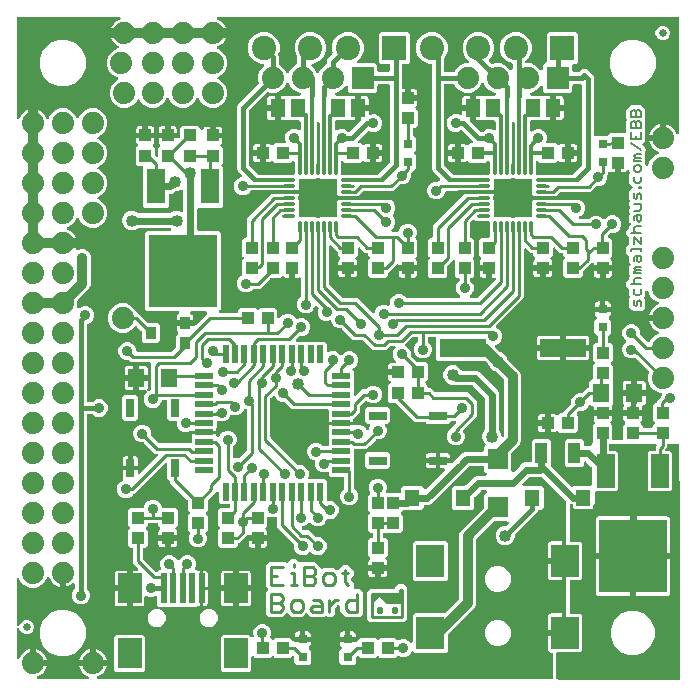
<source format=gbr>
G04 EAGLE Gerber RS-274X export*
G75*
%MOMM*%
%FSLAX34Y34*%
%LPD*%
%INTop Copper*%
%IPPOS*%
%AMOC8*
5,1,8,0,0,1.08239X$1,22.5*%
G01*
%ADD10C,0.279400*%
%ADD11C,0.203200*%
%ADD12R,1.300000X1.500000*%
%ADD13R,1.100000X1.000000*%
%ADD14R,1.000000X1.100000*%
%ADD15R,0.762000X1.524000*%
%ADD16R,1.524000X0.762000*%
%ADD17R,3.900000X1.600000*%
%ADD18R,1.400000X1.600000*%
%ADD19R,5.800000X6.200000*%
%ADD20R,1.600000X3.000000*%
%ADD21R,0.800000X0.800000*%
%ADD22R,1.500000X0.500000*%
%ADD23R,0.500000X1.500000*%
%ADD24R,0.500000X2.500000*%
%ADD25R,2.000000X2.500000*%
%ADD26C,1.879600*%
%ADD27R,1.700000X1.800000*%
%ADD28R,1.000000X1.800000*%
%ADD29R,2.400000X2.800000*%
%ADD30R,0.900000X1.000000*%
%ADD31R,0.900000X1.100000*%
%ADD32C,0.300000*%
%ADD33R,3.175000X3.175000*%
%ADD34C,0.254000*%
%ADD35R,1.879600X1.879600*%
%ADD36R,1.270000X1.470000*%
%ADD37R,2.057400X2.057400*%
%ADD38C,2.057400*%
%ADD39C,0.203200*%
%ADD40C,0.635000*%
%ADD41C,0.304800*%
%ADD42C,0.812800*%
%ADD43C,0.889000*%
%ADD44C,0.406400*%
%ADD45C,0.609600*%
%ADD46C,1.016000*%

G36*
X59181Y-1000D02*
X59181Y-1000D01*
X59301Y-993D01*
X59339Y-980D01*
X59379Y-975D01*
X59490Y-932D01*
X59603Y-895D01*
X59637Y-873D01*
X59674Y-858D01*
X59771Y-788D01*
X59872Y-724D01*
X59899Y-695D01*
X59932Y-672D01*
X60008Y-580D01*
X60090Y-493D01*
X60109Y-457D01*
X60134Y-427D01*
X60185Y-319D01*
X60243Y-214D01*
X60253Y-175D01*
X60270Y-139D01*
X60292Y-22D01*
X60322Y94D01*
X60322Y134D01*
X60330Y173D01*
X60322Y293D01*
X60322Y412D01*
X60312Y451D01*
X60310Y491D01*
X60273Y604D01*
X60244Y720D01*
X60224Y755D01*
X60212Y793D01*
X60148Y894D01*
X60091Y999D01*
X60063Y1028D01*
X60042Y1062D01*
X59955Y1144D01*
X59873Y1231D01*
X59839Y1253D01*
X59810Y1280D01*
X59705Y1338D01*
X59605Y1402D01*
X59549Y1424D01*
X59532Y1434D01*
X59512Y1439D01*
X59455Y1461D01*
X58917Y1636D01*
X57243Y2489D01*
X55722Y3594D01*
X54394Y4922D01*
X53289Y6443D01*
X52436Y8117D01*
X51855Y9904D01*
X51815Y10161D01*
X62230Y10161D01*
X62348Y10176D01*
X62467Y10183D01*
X62505Y10196D01*
X62545Y10201D01*
X62656Y10244D01*
X62769Y10281D01*
X62803Y10303D01*
X62841Y10318D01*
X62937Y10388D01*
X63038Y10451D01*
X63066Y10481D01*
X63098Y10504D01*
X63174Y10596D01*
X63256Y10683D01*
X63275Y10718D01*
X63301Y10749D01*
X63352Y10857D01*
X63409Y10961D01*
X63420Y11001D01*
X63437Y11037D01*
X63459Y11154D01*
X63489Y11269D01*
X63493Y11330D01*
X63497Y11350D01*
X63495Y11370D01*
X63499Y11430D01*
X63499Y12701D01*
X63501Y12701D01*
X63501Y11430D01*
X63516Y11312D01*
X63523Y11193D01*
X63536Y11155D01*
X63541Y11114D01*
X63585Y11004D01*
X63621Y10891D01*
X63643Y10856D01*
X63658Y10819D01*
X63728Y10723D01*
X63791Y10622D01*
X63821Y10594D01*
X63845Y10561D01*
X63936Y10486D01*
X64023Y10404D01*
X64058Y10384D01*
X64090Y10359D01*
X64197Y10308D01*
X64302Y10250D01*
X64341Y10240D01*
X64377Y10223D01*
X64494Y10201D01*
X64609Y10171D01*
X64670Y10167D01*
X64690Y10163D01*
X64710Y10165D01*
X64770Y10161D01*
X75185Y10161D01*
X75145Y9904D01*
X74564Y8117D01*
X73711Y6443D01*
X72606Y4922D01*
X71278Y3594D01*
X69757Y2489D01*
X68083Y1636D01*
X67545Y1461D01*
X67437Y1410D01*
X67326Y1366D01*
X67293Y1343D01*
X67257Y1326D01*
X67165Y1250D01*
X67068Y1180D01*
X67043Y1149D01*
X67012Y1123D01*
X66942Y1027D01*
X66866Y935D01*
X66848Y898D01*
X66825Y866D01*
X66781Y755D01*
X66730Y647D01*
X66723Y608D01*
X66708Y570D01*
X66693Y451D01*
X66670Y334D01*
X66673Y295D01*
X66668Y255D01*
X66683Y136D01*
X66690Y17D01*
X66702Y-21D01*
X66707Y-61D01*
X66751Y-172D01*
X66788Y-285D01*
X66809Y-319D01*
X66824Y-357D01*
X66894Y-453D01*
X66958Y-554D01*
X66987Y-582D01*
X67011Y-614D01*
X67103Y-690D01*
X67190Y-772D01*
X67225Y-791D01*
X67256Y-817D01*
X67364Y-868D01*
X67468Y-926D01*
X67507Y-936D01*
X67543Y-953D01*
X67661Y-975D01*
X67776Y-1005D01*
X67836Y-1009D01*
X67856Y-1013D01*
X67876Y-1011D01*
X67937Y-1015D01*
X451612Y-1015D01*
X451730Y-1000D01*
X451849Y-993D01*
X451887Y-981D01*
X451928Y-975D01*
X452038Y-932D01*
X452151Y-895D01*
X452186Y-873D01*
X452223Y-858D01*
X452319Y-789D01*
X452420Y-725D01*
X452448Y-695D01*
X452481Y-672D01*
X452557Y-580D01*
X452638Y-493D01*
X452658Y-458D01*
X452683Y-427D01*
X452734Y-319D01*
X452792Y-215D01*
X452802Y-175D01*
X452819Y-139D01*
X452841Y-22D01*
X452871Y93D01*
X452875Y153D01*
X452879Y173D01*
X452877Y194D01*
X452881Y254D01*
X452881Y20290D01*
X452866Y20408D01*
X452859Y20527D01*
X452846Y20565D01*
X452841Y20606D01*
X452798Y20716D01*
X452761Y20829D01*
X452739Y20864D01*
X452724Y20901D01*
X452655Y20997D01*
X452591Y21098D01*
X452561Y21126D01*
X452538Y21159D01*
X452446Y21235D01*
X452359Y21316D01*
X452324Y21336D01*
X452293Y21361D01*
X452185Y21412D01*
X452081Y21470D01*
X452041Y21480D01*
X452005Y21497D01*
X451888Y21519D01*
X451773Y21549D01*
X451713Y21553D01*
X451693Y21557D01*
X451672Y21555D01*
X451612Y21559D01*
X451066Y21559D01*
X450419Y21732D01*
X449840Y22067D01*
X449367Y22540D01*
X449032Y23119D01*
X448859Y23766D01*
X448859Y35561D01*
X454254Y35561D01*
X454385Y35577D01*
X454517Y35588D01*
X454543Y35597D01*
X454570Y35601D01*
X454693Y35649D01*
X454817Y35693D01*
X454840Y35708D01*
X454865Y35718D01*
X454972Y35795D01*
X455083Y35868D01*
X455110Y35895D01*
X455123Y35905D01*
X455137Y35921D01*
X455198Y35981D01*
X457484Y38521D01*
X457544Y38608D01*
X457611Y38689D01*
X457634Y38738D01*
X457665Y38782D01*
X457702Y38881D01*
X457747Y38977D01*
X457757Y39030D01*
X457776Y39080D01*
X457787Y39186D01*
X457807Y39289D01*
X457803Y39343D01*
X457809Y39396D01*
X457794Y39501D01*
X457787Y39607D01*
X457770Y39658D01*
X457763Y39711D01*
X457722Y39809D01*
X457689Y39909D01*
X457660Y39955D01*
X457639Y40004D01*
X457575Y40089D01*
X457519Y40178D01*
X457480Y40215D01*
X457447Y40258D01*
X457364Y40323D01*
X457287Y40396D01*
X457240Y40422D01*
X457198Y40455D01*
X457102Y40498D01*
X457009Y40549D01*
X456957Y40563D01*
X456908Y40585D01*
X456803Y40603D01*
X456701Y40629D01*
X456616Y40634D01*
X456594Y40638D01*
X456579Y40637D01*
X456540Y40639D01*
X448859Y40639D01*
X448859Y52434D01*
X449032Y53081D01*
X449367Y53660D01*
X449840Y54133D01*
X450419Y54468D01*
X451066Y54641D01*
X460861Y54641D01*
X460861Y45581D01*
X460862Y45568D01*
X460861Y45555D01*
X460882Y45410D01*
X460901Y45265D01*
X460906Y45253D01*
X460907Y45240D01*
X460964Y45105D01*
X461018Y44970D01*
X461025Y44959D01*
X461031Y44947D01*
X461119Y44830D01*
X461205Y44712D01*
X461215Y44704D01*
X461223Y44693D01*
X461338Y44602D01*
X461449Y44510D01*
X461462Y44504D01*
X461472Y44496D01*
X461606Y44436D01*
X461737Y44374D01*
X461750Y44372D01*
X461762Y44366D01*
X461906Y44342D01*
X462050Y44314D01*
X462063Y44315D01*
X462076Y44313D01*
X462221Y44325D01*
X462367Y44334D01*
X462380Y44338D01*
X462393Y44339D01*
X462531Y44387D01*
X462669Y44432D01*
X462681Y44439D01*
X462693Y44444D01*
X462815Y44524D01*
X462938Y44602D01*
X462947Y44612D01*
X462958Y44619D01*
X463073Y44732D01*
X463985Y45745D01*
X464023Y45799D01*
X464068Y45847D01*
X464113Y45929D01*
X464167Y46006D01*
X464190Y46068D01*
X464222Y46126D01*
X464245Y46217D01*
X464278Y46305D01*
X464285Y46370D01*
X464301Y46434D01*
X464311Y46594D01*
X464311Y97830D01*
X464296Y97948D01*
X464289Y98067D01*
X464276Y98105D01*
X464271Y98145D01*
X464228Y98256D01*
X464191Y98369D01*
X464169Y98404D01*
X464154Y98441D01*
X464085Y98537D01*
X464021Y98638D01*
X463991Y98666D01*
X463968Y98698D01*
X463876Y98774D01*
X463789Y98856D01*
X463754Y98875D01*
X463723Y98901D01*
X463615Y98952D01*
X463511Y99009D01*
X463471Y99020D01*
X463435Y99037D01*
X463399Y99044D01*
X463399Y99157D01*
X463468Y99185D01*
X463581Y99221D01*
X463616Y99243D01*
X463653Y99258D01*
X463749Y99328D01*
X463850Y99391D01*
X463878Y99421D01*
X463911Y99445D01*
X463987Y99536D01*
X464068Y99623D01*
X464088Y99658D01*
X464113Y99690D01*
X464164Y99797D01*
X464222Y99901D01*
X464232Y99941D01*
X464249Y99977D01*
X464271Y100094D01*
X464301Y100209D01*
X464305Y100270D01*
X464309Y100290D01*
X464307Y100310D01*
X464311Y100370D01*
X464311Y147868D01*
X464329Y147889D01*
X464348Y147925D01*
X464373Y147956D01*
X464420Y148066D01*
X464474Y148172D01*
X464483Y148211D01*
X464499Y148248D01*
X464518Y148366D01*
X464544Y148482D01*
X464542Y148523D01*
X464549Y148562D01*
X464538Y148681D01*
X464534Y148800D01*
X464523Y148839D01*
X464519Y148879D01*
X464479Y148991D01*
X464446Y149105D01*
X464425Y149140D01*
X464411Y149178D01*
X464345Y149277D01*
X464284Y149379D01*
X464244Y149425D01*
X464233Y149441D01*
X464218Y149455D01*
X464178Y149500D01*
X443616Y170062D01*
X443538Y170122D01*
X443466Y170190D01*
X443413Y170219D01*
X443365Y170256D01*
X443274Y170296D01*
X443188Y170344D01*
X443129Y170359D01*
X443073Y170383D01*
X442975Y170398D01*
X442880Y170423D01*
X442780Y170429D01*
X442759Y170433D01*
X442747Y170431D01*
X442719Y170433D01*
X433581Y170433D01*
X433483Y170421D01*
X433384Y170418D01*
X433326Y170401D01*
X433266Y170393D01*
X433173Y170357D01*
X433078Y170329D01*
X433026Y170299D01*
X432970Y170276D01*
X432890Y170218D01*
X432804Y170168D01*
X432729Y170102D01*
X432713Y170090D01*
X432705Y170080D01*
X432684Y170062D01*
X427588Y164965D01*
X427502Y164856D01*
X427414Y164749D01*
X427405Y164730D01*
X427393Y164714D01*
X427337Y164586D01*
X427278Y164461D01*
X427274Y164441D01*
X427266Y164422D01*
X427244Y164284D01*
X427218Y164148D01*
X427220Y164128D01*
X427216Y164108D01*
X427230Y163969D01*
X427238Y163831D01*
X427244Y163812D01*
X427246Y163792D01*
X427293Y163660D01*
X427336Y163529D01*
X427347Y163511D01*
X427354Y163492D01*
X427432Y163377D01*
X427506Y163260D01*
X427521Y163246D01*
X427532Y163229D01*
X427636Y163137D01*
X427738Y163042D01*
X427756Y163032D01*
X427771Y163019D01*
X427895Y162955D01*
X428016Y162888D01*
X428036Y162883D01*
X428054Y162874D01*
X428190Y162844D01*
X428324Y162809D01*
X428352Y162807D01*
X428364Y162804D01*
X428385Y162805D01*
X428485Y162799D01*
X443313Y162799D01*
X445099Y161013D01*
X445099Y143787D01*
X443313Y142001D01*
X441332Y142001D01*
X441303Y141998D01*
X441274Y142000D01*
X441146Y141978D01*
X441017Y141961D01*
X440990Y141951D01*
X440960Y141946D01*
X440842Y141892D01*
X440721Y141844D01*
X440697Y141827D01*
X440670Y141815D01*
X440569Y141734D01*
X440464Y141658D01*
X440445Y141635D01*
X440422Y141616D01*
X440344Y141513D01*
X440261Y141413D01*
X440249Y141386D01*
X440231Y141362D01*
X440160Y141218D01*
X439917Y140632D01*
X421250Y121965D01*
X421190Y121887D01*
X421122Y121815D01*
X421093Y121762D01*
X421056Y121714D01*
X421016Y121623D01*
X420968Y121536D01*
X420953Y121478D01*
X420929Y121422D01*
X420914Y121324D01*
X420889Y121228D01*
X420883Y121128D01*
X420879Y121108D01*
X420881Y121096D01*
X420879Y121068D01*
X420879Y119033D01*
X419641Y116045D01*
X417355Y113759D01*
X414367Y112521D01*
X411133Y112521D01*
X408145Y113759D01*
X405859Y116045D01*
X404621Y119033D01*
X404621Y122267D01*
X405859Y125255D01*
X408145Y127541D01*
X411133Y128779D01*
X413168Y128779D01*
X413266Y128791D01*
X413365Y128794D01*
X413423Y128811D01*
X413483Y128819D01*
X413575Y128855D01*
X413670Y128883D01*
X413723Y128913D01*
X413779Y128936D01*
X413859Y128994D01*
X413944Y129044D01*
X414020Y129110D01*
X414036Y129122D01*
X414044Y129132D01*
X414065Y129150D01*
X415299Y130385D01*
X415384Y130494D01*
X415473Y130601D01*
X415482Y130620D01*
X415494Y130636D01*
X415549Y130763D01*
X415609Y130889D01*
X415612Y130909D01*
X415621Y130928D01*
X415642Y131066D01*
X415668Y131202D01*
X415667Y131222D01*
X415670Y131242D01*
X415657Y131381D01*
X415649Y131519D01*
X415643Y131538D01*
X415641Y131558D01*
X415593Y131690D01*
X415551Y131821D01*
X415540Y131839D01*
X415533Y131858D01*
X415455Y131973D01*
X415381Y132090D01*
X415366Y132104D01*
X415354Y132121D01*
X415250Y132213D01*
X415149Y132308D01*
X415131Y132318D01*
X415116Y132331D01*
X414992Y132394D01*
X414870Y132462D01*
X414851Y132467D01*
X414833Y132476D01*
X414697Y132506D01*
X414562Y132541D01*
X414534Y132543D01*
X414522Y132546D01*
X414502Y132545D01*
X414402Y132551D01*
X403486Y132551D01*
X403388Y132539D01*
X403289Y132536D01*
X403230Y132519D01*
X403170Y132511D01*
X403078Y132475D01*
X402983Y132447D01*
X402931Y132417D01*
X402875Y132394D01*
X402795Y132336D01*
X402709Y132286D01*
X402634Y132220D01*
X402617Y132208D01*
X402610Y132198D01*
X402588Y132180D01*
X388484Y118076D01*
X388424Y117997D01*
X388356Y117925D01*
X388327Y117872D01*
X388290Y117824D01*
X388250Y117733D01*
X388202Y117647D01*
X388187Y117588D01*
X388163Y117532D01*
X388148Y117434D01*
X388123Y117339D01*
X388117Y117239D01*
X388113Y117218D01*
X388115Y117206D01*
X388113Y117178D01*
X388113Y62085D01*
X387030Y59471D01*
X384851Y57292D01*
X364820Y37262D01*
X364760Y37183D01*
X364692Y37111D01*
X364663Y37058D01*
X364626Y37010D01*
X364586Y36919D01*
X364538Y36833D01*
X364523Y36774D01*
X364499Y36718D01*
X364484Y36621D01*
X364459Y36525D01*
X364453Y36425D01*
X364449Y36404D01*
X364451Y36392D01*
X364449Y36364D01*
X364449Y22837D01*
X362663Y21051D01*
X336137Y21051D01*
X335050Y22139D01*
X335011Y22169D01*
X334977Y22206D01*
X334885Y22266D01*
X334799Y22334D01*
X334753Y22353D01*
X334711Y22381D01*
X334608Y22416D01*
X334507Y22460D01*
X334458Y22468D01*
X334411Y22484D01*
X334301Y22493D01*
X334193Y22510D01*
X334143Y22505D01*
X334094Y22509D01*
X333986Y22490D01*
X333876Y22480D01*
X333829Y22463D01*
X333780Y22455D01*
X333680Y22409D01*
X333577Y22372D01*
X333536Y22344D01*
X333490Y22324D01*
X333404Y22255D01*
X333314Y22194D01*
X333281Y22156D01*
X333242Y22125D01*
X333176Y22038D01*
X333103Y21955D01*
X333080Y21911D01*
X333051Y21871D01*
X332980Y21727D01*
X332743Y21155D01*
X330635Y19047D01*
X327881Y17906D01*
X324899Y17906D01*
X322655Y18836D01*
X322627Y18844D01*
X322601Y18857D01*
X322474Y18885D01*
X322349Y18920D01*
X322319Y18920D01*
X322290Y18927D01*
X322161Y18923D01*
X322031Y18925D01*
X322002Y18918D01*
X321972Y18917D01*
X321848Y18881D01*
X321721Y18851D01*
X321695Y18837D01*
X321667Y18829D01*
X321555Y18763D01*
X321440Y18702D01*
X321419Y18682D01*
X321393Y18667D01*
X321272Y18561D01*
X319563Y16851D01*
X307037Y16851D01*
X305697Y18191D01*
X305603Y18264D01*
X305514Y18343D01*
X305478Y18361D01*
X305446Y18386D01*
X305337Y18433D01*
X305231Y18487D01*
X305192Y18496D01*
X305154Y18512D01*
X305037Y18531D01*
X304921Y18557D01*
X304880Y18556D01*
X304840Y18562D01*
X304722Y18551D01*
X304603Y18547D01*
X304564Y18536D01*
X304524Y18532D01*
X304412Y18492D01*
X304297Y18459D01*
X304262Y18438D01*
X304224Y18425D01*
X304126Y18358D01*
X304023Y18297D01*
X303978Y18258D01*
X303961Y18246D01*
X303948Y18231D01*
X303902Y18191D01*
X302563Y16851D01*
X290037Y16851D01*
X288615Y18273D01*
X288506Y18358D01*
X288399Y18447D01*
X288380Y18455D01*
X288364Y18468D01*
X288236Y18523D01*
X288111Y18582D01*
X288091Y18586D01*
X288072Y18594D01*
X287934Y18616D01*
X287798Y18642D01*
X287778Y18641D01*
X287758Y18644D01*
X287619Y18631D01*
X287481Y18622D01*
X287462Y18616D01*
X287442Y18614D01*
X287310Y18567D01*
X287179Y18524D01*
X287161Y18514D01*
X287142Y18507D01*
X287027Y18429D01*
X286910Y18354D01*
X286896Y18339D01*
X286879Y18328D01*
X286787Y18224D01*
X286692Y18123D01*
X286682Y18105D01*
X286669Y18090D01*
X286605Y17966D01*
X286538Y17844D01*
X286533Y17825D01*
X286524Y17806D01*
X286494Y17671D01*
X286459Y17536D01*
X286457Y17508D01*
X286454Y17496D01*
X286455Y17476D01*
X286449Y17375D01*
X286449Y12637D01*
X284663Y10851D01*
X274137Y10851D01*
X272351Y12637D01*
X272351Y23163D01*
X274075Y24886D01*
X274152Y24986D01*
X274234Y25081D01*
X274249Y25111D01*
X274270Y25138D01*
X274320Y25253D01*
X274376Y25366D01*
X274383Y25399D01*
X274396Y25430D01*
X274416Y25554D01*
X274442Y25677D01*
X274441Y25710D01*
X274446Y25744D01*
X274434Y25869D01*
X274429Y25994D01*
X274419Y26027D01*
X274416Y26060D01*
X274374Y26178D01*
X274337Y26299D01*
X274320Y26328D01*
X274309Y26360D01*
X274238Y26463D01*
X274173Y26571D01*
X274149Y26595D01*
X274130Y26623D01*
X274036Y26706D01*
X273946Y26794D01*
X273905Y26821D01*
X273892Y26833D01*
X273872Y26843D01*
X273847Y26860D01*
X273367Y27340D01*
X273032Y27919D01*
X272859Y28566D01*
X272859Y30901D01*
X278670Y30901D01*
X278788Y30916D01*
X278907Y30923D01*
X278945Y30935D01*
X278985Y30941D01*
X279096Y30984D01*
X279209Y31021D01*
X279243Y31043D01*
X279281Y31058D01*
X279377Y31127D01*
X279394Y31138D01*
X279418Y31124D01*
X279450Y31099D01*
X279557Y31048D01*
X279662Y30990D01*
X279701Y30980D01*
X279737Y30963D01*
X279854Y30941D01*
X279970Y30911D01*
X280030Y30907D01*
X280050Y30903D01*
X280070Y30905D01*
X280130Y30901D01*
X286982Y30901D01*
X287100Y30916D01*
X287219Y30923D01*
X287257Y30935D01*
X287298Y30941D01*
X287408Y30984D01*
X287521Y31021D01*
X287556Y31043D01*
X287593Y31058D01*
X287689Y31127D01*
X287790Y31191D01*
X287818Y31221D01*
X287851Y31244D01*
X287927Y31336D01*
X288008Y31423D01*
X288028Y31458D01*
X288053Y31489D01*
X288104Y31597D01*
X288162Y31701D01*
X288172Y31741D01*
X288189Y31777D01*
X288211Y31894D01*
X288241Y32009D01*
X288245Y32069D01*
X288249Y32089D01*
X288247Y32110D01*
X288251Y32162D01*
X290037Y33949D01*
X302563Y33949D01*
X303902Y32609D01*
X303997Y32536D01*
X304086Y32457D01*
X304122Y32439D01*
X304154Y32414D01*
X304263Y32367D01*
X304369Y32313D01*
X304408Y32304D01*
X304446Y32288D01*
X304563Y32269D01*
X304679Y32243D01*
X304720Y32244D01*
X304760Y32238D01*
X304878Y32249D01*
X304997Y32253D01*
X305036Y32264D01*
X305076Y32268D01*
X305189Y32308D01*
X305303Y32341D01*
X305337Y32362D01*
X305376Y32375D01*
X305474Y32442D01*
X305577Y32503D01*
X305622Y32543D01*
X305639Y32554D01*
X305652Y32569D01*
X305697Y32609D01*
X307037Y33949D01*
X319563Y33949D01*
X321272Y32239D01*
X321296Y32221D01*
X321315Y32199D01*
X321421Y32124D01*
X321523Y32044D01*
X321551Y32033D01*
X321575Y32016D01*
X321696Y31970D01*
X321815Y31918D01*
X321845Y31913D01*
X321872Y31903D01*
X322001Y31889D01*
X322129Y31868D01*
X322159Y31871D01*
X322188Y31868D01*
X322317Y31886D01*
X322446Y31898D01*
X322474Y31908D01*
X322503Y31912D01*
X322655Y31964D01*
X324899Y32894D01*
X327881Y32894D01*
X330635Y31753D01*
X332185Y30203D01*
X332294Y30118D01*
X332401Y30029D01*
X332420Y30021D01*
X332436Y30008D01*
X332564Y29953D01*
X332689Y29894D01*
X332709Y29890D01*
X332728Y29882D01*
X332866Y29860D01*
X333002Y29834D01*
X333022Y29835D01*
X333042Y29832D01*
X333181Y29845D01*
X333319Y29854D01*
X333338Y29860D01*
X333358Y29862D01*
X333490Y29909D01*
X333621Y29952D01*
X333639Y29963D01*
X333658Y29969D01*
X333773Y30048D01*
X333890Y30122D01*
X333904Y30137D01*
X333921Y30148D01*
X334013Y30252D01*
X334108Y30354D01*
X334118Y30371D01*
X334131Y30386D01*
X334195Y30511D01*
X334262Y30632D01*
X334267Y30652D01*
X334276Y30670D01*
X334306Y30806D01*
X334341Y30940D01*
X334343Y30968D01*
X334346Y30980D01*
X334345Y31000D01*
X334351Y31101D01*
X334351Y53363D01*
X336137Y55149D01*
X362064Y55149D01*
X362162Y55161D01*
X362261Y55164D01*
X362320Y55181D01*
X362380Y55189D01*
X362472Y55225D01*
X362567Y55253D01*
X362619Y55283D01*
X362675Y55306D01*
X362756Y55364D01*
X362841Y55414D01*
X362916Y55480D01*
X362933Y55492D01*
X362940Y55502D01*
X362962Y55520D01*
X373516Y66074D01*
X373576Y66153D01*
X373644Y66225D01*
X373673Y66278D01*
X373710Y66326D01*
X373750Y66417D01*
X373798Y66503D01*
X373813Y66562D01*
X373837Y66618D01*
X373852Y66716D01*
X373877Y66811D01*
X373883Y66911D01*
X373887Y66932D01*
X373885Y66944D01*
X373887Y66972D01*
X373887Y122065D01*
X374970Y124679D01*
X394480Y144188D01*
X394540Y144267D01*
X394608Y144339D01*
X394637Y144392D01*
X394674Y144440D01*
X394714Y144531D01*
X394762Y144617D01*
X394777Y144676D01*
X394801Y144732D01*
X394816Y144830D01*
X394841Y144925D01*
X394847Y145025D01*
X394851Y145046D01*
X394849Y145058D01*
X394851Y145086D01*
X394851Y154863D01*
X396825Y156837D01*
X396910Y156946D01*
X396999Y157053D01*
X397007Y157072D01*
X397020Y157088D01*
X397075Y157216D01*
X397134Y157341D01*
X397138Y157361D01*
X397146Y157380D01*
X397168Y157518D01*
X397194Y157654D01*
X397193Y157674D01*
X397196Y157694D01*
X397183Y157833D01*
X397174Y157971D01*
X397168Y157990D01*
X397166Y158010D01*
X397119Y158142D01*
X397076Y158273D01*
X397066Y158291D01*
X397059Y158310D01*
X396981Y158425D01*
X396906Y158542D01*
X396891Y158556D01*
X396880Y158573D01*
X396776Y158665D01*
X396675Y158760D01*
X396657Y158770D01*
X396642Y158783D01*
X396518Y158847D01*
X396396Y158914D01*
X396377Y158919D01*
X396358Y158928D01*
X396223Y158958D01*
X396088Y158993D01*
X396060Y158995D01*
X396048Y158998D01*
X396028Y158997D01*
X395927Y159003D01*
X392851Y159003D01*
X392753Y158991D01*
X392654Y158988D01*
X392596Y158971D01*
X392536Y158963D01*
X392443Y158927D01*
X392348Y158899D01*
X392296Y158869D01*
X392240Y158846D01*
X392160Y158788D01*
X392074Y158738D01*
X391999Y158672D01*
X391983Y158660D01*
X391975Y158650D01*
X391954Y158632D01*
X386870Y153548D01*
X386810Y153470D01*
X386742Y153398D01*
X386713Y153345D01*
X386676Y153297D01*
X386636Y153206D01*
X386588Y153120D01*
X386573Y153061D01*
X386549Y153005D01*
X386534Y152907D01*
X386509Y152812D01*
X386503Y152712D01*
X386499Y152691D01*
X386501Y152679D01*
X386499Y152651D01*
X386499Y143787D01*
X384713Y142001D01*
X369487Y142001D01*
X367701Y143787D01*
X367701Y161013D01*
X369487Y162799D01*
X378351Y162799D01*
X378449Y162811D01*
X378548Y162814D01*
X378606Y162831D01*
X378666Y162839D01*
X378759Y162875D01*
X378854Y162903D01*
X378906Y162933D01*
X378962Y162956D01*
X379042Y163014D01*
X379128Y163064D01*
X379203Y163130D01*
X379219Y163142D01*
X379227Y163152D01*
X379248Y163170D01*
X386346Y170269D01*
X388587Y171197D01*
X395927Y171197D01*
X396065Y171214D01*
X396204Y171227D01*
X396223Y171234D01*
X396243Y171237D01*
X396372Y171288D01*
X396503Y171335D01*
X396520Y171346D01*
X396539Y171354D01*
X396651Y171435D01*
X396766Y171513D01*
X396780Y171529D01*
X396796Y171540D01*
X396885Y171648D01*
X396977Y171752D01*
X396986Y171770D01*
X396999Y171785D01*
X397058Y171911D01*
X397121Y172035D01*
X397126Y172055D01*
X397134Y172073D01*
X397160Y172209D01*
X397191Y172345D01*
X397190Y172366D01*
X397194Y172385D01*
X397186Y172524D01*
X397181Y172663D01*
X397176Y172683D01*
X397174Y172703D01*
X397132Y172835D01*
X397093Y172969D01*
X397083Y172986D01*
X397076Y173005D01*
X397002Y173123D01*
X396931Y173243D01*
X396913Y173264D01*
X396906Y173274D01*
X396891Y173288D01*
X396825Y173363D01*
X394851Y175337D01*
X394851Y178234D01*
X394836Y178352D01*
X394829Y178471D01*
X394816Y178509D01*
X394811Y178550D01*
X394768Y178660D01*
X394731Y178773D01*
X394709Y178808D01*
X394694Y178845D01*
X394625Y178941D01*
X394561Y179042D01*
X394531Y179070D01*
X394508Y179103D01*
X394416Y179179D01*
X394329Y179260D01*
X394294Y179280D01*
X394263Y179305D01*
X394155Y179356D01*
X394051Y179414D01*
X394011Y179424D01*
X393975Y179441D01*
X393858Y179463D01*
X393743Y179493D01*
X393683Y179497D01*
X393663Y179501D01*
X393642Y179499D01*
X393582Y179503D01*
X382961Y179503D01*
X382863Y179491D01*
X382764Y179488D01*
X382706Y179471D01*
X382646Y179463D01*
X382553Y179427D01*
X382458Y179399D01*
X382406Y179369D01*
X382350Y179346D01*
X382270Y179288D01*
X382184Y179238D01*
X382109Y179172D01*
X382093Y179160D01*
X382085Y179150D01*
X382064Y179132D01*
X350164Y147231D01*
X347923Y146303D01*
X344768Y146303D01*
X344650Y146288D01*
X344531Y146281D01*
X344493Y146268D01*
X344452Y146263D01*
X344342Y146220D01*
X344229Y146183D01*
X344194Y146161D01*
X344157Y146146D01*
X344061Y146077D01*
X343960Y146013D01*
X343932Y145983D01*
X343899Y145960D01*
X343823Y145868D01*
X343742Y145781D01*
X343722Y145746D01*
X343697Y145715D01*
X343646Y145607D01*
X343588Y145503D01*
X343578Y145463D01*
X343561Y145427D01*
X343539Y145310D01*
X343509Y145195D01*
X343505Y145135D01*
X343501Y145115D01*
X343503Y145094D01*
X343499Y145034D01*
X343499Y143787D01*
X341713Y142001D01*
X326639Y142001D01*
X326540Y141989D01*
X326441Y141986D01*
X326383Y141969D01*
X326323Y141961D01*
X326231Y141925D01*
X326136Y141897D01*
X326084Y141867D01*
X326027Y141844D01*
X325947Y141786D01*
X325862Y141736D01*
X325787Y141670D01*
X325770Y141658D01*
X325762Y141648D01*
X325741Y141630D01*
X324709Y140598D01*
X324636Y140504D01*
X324557Y140414D01*
X324539Y140378D01*
X324514Y140346D01*
X324467Y140237D01*
X324413Y140131D01*
X324404Y140092D01*
X324388Y140054D01*
X324369Y139937D01*
X324343Y139821D01*
X324344Y139780D01*
X324338Y139740D01*
X324349Y139622D01*
X324353Y139503D01*
X324364Y139464D01*
X324368Y139424D01*
X324408Y139311D01*
X324441Y139197D01*
X324462Y139163D01*
X324475Y139124D01*
X324542Y139026D01*
X324603Y138923D01*
X324643Y138878D01*
X324654Y138861D01*
X324669Y138848D01*
X324709Y138803D01*
X326049Y137463D01*
X326049Y124937D01*
X324263Y123151D01*
X310388Y123151D01*
X310270Y123136D01*
X310151Y123129D01*
X310113Y123116D01*
X310072Y123111D01*
X309962Y123068D01*
X309849Y123031D01*
X309814Y123009D01*
X309777Y122994D01*
X309681Y122925D01*
X309580Y122861D01*
X309552Y122831D01*
X309519Y122808D01*
X309443Y122716D01*
X309362Y122629D01*
X309342Y122594D01*
X309317Y122563D01*
X309266Y122455D01*
X309208Y122351D01*
X309198Y122311D01*
X309181Y122275D01*
X309159Y122158D01*
X309129Y122043D01*
X309125Y121983D01*
X309121Y121963D01*
X309123Y121942D01*
X309119Y121882D01*
X309119Y119418D01*
X309134Y119300D01*
X309141Y119181D01*
X309154Y119143D01*
X309159Y119102D01*
X309202Y118992D01*
X309239Y118879D01*
X309261Y118844D01*
X309276Y118807D01*
X309345Y118711D01*
X309409Y118610D01*
X309439Y118582D01*
X309462Y118549D01*
X309554Y118473D01*
X309641Y118392D01*
X309676Y118372D01*
X309707Y118347D01*
X309815Y118296D01*
X309919Y118238D01*
X309959Y118228D01*
X309995Y118211D01*
X310112Y118189D01*
X310227Y118159D01*
X310287Y118155D01*
X310307Y118151D01*
X310328Y118153D01*
X310388Y118149D01*
X311563Y118149D01*
X313349Y116363D01*
X313349Y103837D01*
X311625Y102114D01*
X311548Y102014D01*
X311466Y101919D01*
X311451Y101889D01*
X311430Y101862D01*
X311380Y101747D01*
X311324Y101634D01*
X311317Y101601D01*
X311304Y101570D01*
X311284Y101446D01*
X311258Y101323D01*
X311259Y101290D01*
X311254Y101256D01*
X311266Y101131D01*
X311271Y101006D01*
X311281Y100973D01*
X311284Y100940D01*
X311326Y100821D01*
X311363Y100701D01*
X311380Y100672D01*
X311391Y100640D01*
X311462Y100537D01*
X311527Y100429D01*
X311551Y100405D01*
X311570Y100377D01*
X311664Y100294D01*
X311754Y100206D01*
X311795Y100179D01*
X311808Y100167D01*
X311828Y100157D01*
X311853Y100140D01*
X312333Y99660D01*
X312668Y99081D01*
X312841Y98434D01*
X312841Y95599D01*
X306030Y95599D01*
X305912Y95584D01*
X305793Y95577D01*
X305755Y95564D01*
X305715Y95559D01*
X305604Y95516D01*
X305491Y95479D01*
X305457Y95457D01*
X305419Y95442D01*
X305323Y95373D01*
X305222Y95309D01*
X305194Y95279D01*
X305162Y95256D01*
X305086Y95164D01*
X305004Y95077D01*
X304985Y95042D01*
X304959Y95011D01*
X304908Y94903D01*
X304851Y94799D01*
X304841Y94759D01*
X304823Y94723D01*
X304803Y94616D01*
X304799Y94646D01*
X304755Y94756D01*
X304719Y94869D01*
X304697Y94904D01*
X304682Y94941D01*
X304612Y95037D01*
X304549Y95138D01*
X304519Y95166D01*
X304495Y95199D01*
X304404Y95275D01*
X304317Y95356D01*
X304282Y95376D01*
X304250Y95401D01*
X304143Y95452D01*
X304038Y95510D01*
X303999Y95520D01*
X303963Y95537D01*
X303846Y95559D01*
X303730Y95589D01*
X303670Y95593D01*
X303650Y95597D01*
X303630Y95595D01*
X303570Y95599D01*
X296759Y95599D01*
X296759Y98434D01*
X296932Y99081D01*
X297267Y99660D01*
X297761Y100154D01*
X297812Y100193D01*
X297916Y100263D01*
X297938Y100289D01*
X297965Y100309D01*
X298043Y100408D01*
X298127Y100502D01*
X298142Y100532D01*
X298163Y100558D01*
X298214Y100673D01*
X298271Y100785D01*
X298279Y100818D01*
X298292Y100849D01*
X298313Y100973D01*
X298341Y101095D01*
X298340Y101129D01*
X298345Y101162D01*
X298335Y101288D01*
X298331Y101413D01*
X298322Y101446D01*
X298319Y101479D01*
X298278Y101598D01*
X298243Y101719D01*
X298226Y101748D01*
X298215Y101780D01*
X298145Y101884D01*
X298081Y101993D01*
X298049Y102029D01*
X298039Y102045D01*
X298023Y102059D01*
X297975Y102114D01*
X296251Y103837D01*
X296251Y116363D01*
X298037Y118149D01*
X299212Y118149D01*
X299330Y118164D01*
X299449Y118171D01*
X299487Y118184D01*
X299528Y118189D01*
X299638Y118232D01*
X299751Y118269D01*
X299786Y118291D01*
X299823Y118306D01*
X299919Y118375D01*
X300020Y118439D01*
X300048Y118469D01*
X300081Y118492D01*
X300157Y118584D01*
X300238Y118671D01*
X300258Y118706D01*
X300283Y118737D01*
X300334Y118845D01*
X300392Y118949D01*
X300402Y118989D01*
X300419Y119025D01*
X300441Y119142D01*
X300471Y119257D01*
X300475Y119317D01*
X300479Y119337D01*
X300477Y119358D01*
X300481Y119418D01*
X300481Y121882D01*
X300466Y122000D01*
X300459Y122119D01*
X300446Y122157D01*
X300441Y122198D01*
X300398Y122308D01*
X300361Y122421D01*
X300339Y122456D01*
X300324Y122493D01*
X300255Y122589D01*
X300191Y122690D01*
X300161Y122718D01*
X300138Y122751D01*
X300046Y122827D01*
X299959Y122908D01*
X299924Y122928D01*
X299893Y122953D01*
X299785Y123004D01*
X299681Y123062D01*
X299641Y123072D01*
X299605Y123089D01*
X299488Y123111D01*
X299373Y123141D01*
X299313Y123145D01*
X299293Y123149D01*
X299272Y123147D01*
X299212Y123151D01*
X298037Y123151D01*
X296251Y124937D01*
X296251Y137463D01*
X297591Y138802D01*
X297664Y138897D01*
X297743Y138986D01*
X297761Y139022D01*
X297786Y139054D01*
X297833Y139163D01*
X297887Y139269D01*
X297896Y139308D01*
X297912Y139346D01*
X297931Y139463D01*
X297957Y139579D01*
X297956Y139620D01*
X297962Y139660D01*
X297951Y139778D01*
X297947Y139897D01*
X297936Y139936D01*
X297932Y139976D01*
X297892Y140089D01*
X297859Y140203D01*
X297838Y140237D01*
X297825Y140276D01*
X297758Y140374D01*
X297697Y140477D01*
X297657Y140522D01*
X297646Y140539D01*
X297631Y140552D01*
X297591Y140597D01*
X296251Y141937D01*
X296251Y154463D01*
X297961Y156172D01*
X297979Y156196D01*
X298001Y156215D01*
X298076Y156321D01*
X298156Y156423D01*
X298167Y156451D01*
X298184Y156475D01*
X298230Y156596D01*
X298282Y156715D01*
X298287Y156745D01*
X298297Y156772D01*
X298311Y156901D01*
X298332Y157029D01*
X298329Y157059D01*
X298332Y157088D01*
X298314Y157217D01*
X298302Y157346D01*
X298292Y157374D01*
X298288Y157403D01*
X298236Y157555D01*
X297306Y159799D01*
X297306Y162781D01*
X298447Y165535D01*
X300555Y167643D01*
X303309Y168784D01*
X306291Y168784D01*
X309045Y167643D01*
X311153Y165535D01*
X312294Y162781D01*
X312294Y159799D01*
X311550Y158004D01*
X311537Y157956D01*
X311516Y157911D01*
X311495Y157803D01*
X311466Y157697D01*
X311465Y157647D01*
X311456Y157598D01*
X311463Y157489D01*
X311461Y157379D01*
X311473Y157331D01*
X311476Y157281D01*
X311509Y157177D01*
X311535Y157070D01*
X311558Y157026D01*
X311574Y156979D01*
X311632Y156886D01*
X311684Y156789D01*
X311717Y156752D01*
X311744Y156710D01*
X311824Y156635D01*
X311898Y156553D01*
X311939Y156526D01*
X311975Y156492D01*
X312072Y156439D01*
X312163Y156379D01*
X312210Y156362D01*
X312254Y156338D01*
X312360Y156311D01*
X312464Y156275D01*
X312514Y156271D01*
X312562Y156259D01*
X312723Y156249D01*
X323432Y156249D01*
X323550Y156264D01*
X323669Y156271D01*
X323707Y156284D01*
X323748Y156289D01*
X323858Y156332D01*
X323971Y156369D01*
X324006Y156391D01*
X324043Y156406D01*
X324139Y156475D01*
X324240Y156539D01*
X324268Y156569D01*
X324301Y156592D01*
X324377Y156684D01*
X324458Y156771D01*
X324478Y156806D01*
X324503Y156837D01*
X324554Y156945D01*
X324612Y157049D01*
X324622Y157089D01*
X324639Y157125D01*
X324661Y157242D01*
X324691Y157357D01*
X324695Y157417D01*
X324699Y157437D01*
X324697Y157458D01*
X324701Y157518D01*
X324701Y161013D01*
X326487Y162799D01*
X341713Y162799D01*
X343499Y161013D01*
X343499Y160875D01*
X343516Y160737D01*
X343529Y160599D01*
X343536Y160580D01*
X343539Y160560D01*
X343590Y160430D01*
X343637Y160299D01*
X343648Y160283D01*
X343656Y160264D01*
X343737Y160151D01*
X343815Y160036D01*
X343831Y160023D01*
X343842Y160006D01*
X343950Y159918D01*
X344054Y159826D01*
X344072Y159817D01*
X344087Y159804D01*
X344213Y159745D01*
X344337Y159681D01*
X344357Y159677D01*
X344375Y159668D01*
X344511Y159642D01*
X344647Y159612D01*
X344668Y159612D01*
X344687Y159608D01*
X344826Y159617D01*
X344965Y159621D01*
X344985Y159627D01*
X345005Y159628D01*
X345137Y159671D01*
X345271Y159710D01*
X345288Y159720D01*
X345307Y159726D01*
X345425Y159800D01*
X345545Y159871D01*
X345566Y159890D01*
X345576Y159896D01*
X345590Y159911D01*
X345665Y159978D01*
X361320Y175633D01*
X361406Y175742D01*
X361494Y175849D01*
X361503Y175868D01*
X361515Y175884D01*
X361571Y176012D01*
X361630Y176137D01*
X361634Y176157D01*
X361642Y176176D01*
X361664Y176314D01*
X361690Y176450D01*
X361688Y176470D01*
X361692Y176490D01*
X361678Y176629D01*
X361670Y176767D01*
X361664Y176786D01*
X361662Y176806D01*
X361615Y176938D01*
X361572Y177069D01*
X361561Y177087D01*
X361554Y177106D01*
X361476Y177220D01*
X361402Y177338D01*
X361387Y177352D01*
X361376Y177369D01*
X361272Y177461D01*
X361170Y177556D01*
X361152Y177566D01*
X361137Y177579D01*
X361013Y177642D01*
X360892Y177710D01*
X360872Y177715D01*
X360854Y177724D01*
X360718Y177754D01*
X360584Y177789D01*
X360556Y177791D01*
X360544Y177794D01*
X360523Y177793D01*
X360423Y177799D01*
X357504Y177799D01*
X357504Y182246D01*
X366132Y182246D01*
X366212Y182180D01*
X366316Y182088D01*
X366334Y182079D01*
X366349Y182066D01*
X366475Y182006D01*
X366599Y181943D01*
X366619Y181939D01*
X366637Y181930D01*
X366773Y181904D01*
X366909Y181874D01*
X366930Y181874D01*
X366949Y181870D01*
X367088Y181879D01*
X367227Y181883D01*
X367247Y181889D01*
X367267Y181890D01*
X367399Y181933D01*
X367533Y181972D01*
X367550Y181982D01*
X367569Y181988D01*
X367687Y182063D01*
X367807Y182133D01*
X367828Y182152D01*
X367838Y182158D01*
X367852Y182173D01*
X367927Y182240D01*
X370573Y184885D01*
X376456Y190769D01*
X378697Y191697D01*
X393582Y191697D01*
X393700Y191712D01*
X393819Y191719D01*
X393857Y191732D01*
X393898Y191737D01*
X394008Y191780D01*
X394121Y191817D01*
X394156Y191839D01*
X394193Y191854D01*
X394289Y191923D01*
X394390Y191987D01*
X394418Y192017D01*
X394451Y192040D01*
X394527Y192132D01*
X394608Y192219D01*
X394628Y192254D01*
X394653Y192285D01*
X394704Y192393D01*
X394762Y192497D01*
X394772Y192537D01*
X394789Y192573D01*
X394811Y192690D01*
X394841Y192805D01*
X394845Y192865D01*
X394849Y192885D01*
X394847Y192906D01*
X394851Y192966D01*
X394851Y195863D01*
X395744Y196755D01*
X395817Y196849D01*
X395896Y196939D01*
X395914Y196975D01*
X395939Y197007D01*
X395986Y197116D01*
X396040Y197222D01*
X396049Y197261D01*
X396065Y197299D01*
X396084Y197416D01*
X396110Y197532D01*
X396109Y197573D01*
X396115Y197613D01*
X396104Y197731D01*
X396100Y197850D01*
X396089Y197889D01*
X396085Y197929D01*
X396045Y198041D01*
X396012Y198156D01*
X395991Y198190D01*
X395978Y198229D01*
X395911Y198327D01*
X395850Y198430D01*
X395810Y198475D01*
X395799Y198492D01*
X395784Y198505D01*
X395744Y198550D01*
X394429Y199865D01*
X393191Y202853D01*
X393191Y206087D01*
X394429Y209075D01*
X394852Y209497D01*
X394912Y209576D01*
X394980Y209648D01*
X395009Y209701D01*
X395046Y209749D01*
X395086Y209840D01*
X395134Y209926D01*
X395149Y209985D01*
X395173Y210040D01*
X395188Y210138D01*
X395213Y210234D01*
X395219Y210334D01*
X395223Y210355D01*
X395221Y210367D01*
X395223Y210395D01*
X395223Y236979D01*
X395211Y237077D01*
X395208Y237176D01*
X395191Y237234D01*
X395183Y237294D01*
X395147Y237387D01*
X395119Y237482D01*
X395089Y237534D01*
X395066Y237590D01*
X395008Y237670D01*
X394958Y237756D01*
X394892Y237831D01*
X394880Y237847D01*
X394870Y237855D01*
X394852Y237876D01*
X385196Y247532D01*
X385118Y247592D01*
X385046Y247660D01*
X384993Y247689D01*
X384945Y247726D01*
X384854Y247766D01*
X384768Y247814D01*
X384709Y247829D01*
X384653Y247853D01*
X384555Y247868D01*
X384460Y247893D01*
X384360Y247899D01*
X384339Y247903D01*
X384327Y247901D01*
X384299Y247903D01*
X369627Y247903D01*
X368634Y248315D01*
X368625Y248317D01*
X368617Y248322D01*
X368472Y248359D01*
X368327Y248399D01*
X368318Y248399D01*
X368309Y248401D01*
X368148Y248411D01*
X366683Y248411D01*
X363695Y249649D01*
X361409Y251935D01*
X360171Y254923D01*
X360171Y258157D01*
X361409Y261145D01*
X363695Y263431D01*
X366683Y264669D01*
X369917Y264669D01*
X372905Y263431D01*
X375191Y261145D01*
X375301Y260880D01*
X375315Y260855D01*
X375324Y260827D01*
X375394Y260717D01*
X375458Y260604D01*
X375479Y260583D01*
X375495Y260558D01*
X375589Y260469D01*
X375680Y260376D01*
X375705Y260360D01*
X375726Y260340D01*
X375840Y260277D01*
X375951Y260209D01*
X375979Y260201D01*
X376005Y260186D01*
X376130Y260154D01*
X376255Y260116D01*
X376284Y260114D01*
X376313Y260107D01*
X376473Y260097D01*
X388563Y260097D01*
X390804Y259169D01*
X406489Y243484D01*
X407417Y241243D01*
X407417Y210395D01*
X407429Y210297D01*
X407432Y210198D01*
X407449Y210139D01*
X407457Y210079D01*
X407493Y209987D01*
X407521Y209892D01*
X407551Y209840D01*
X407574Y209784D01*
X407632Y209704D01*
X407682Y209618D01*
X407748Y209543D01*
X407760Y209526D01*
X407770Y209518D01*
X407788Y209497D01*
X408211Y209075D01*
X409449Y206087D01*
X409449Y205402D01*
X409452Y205377D01*
X409450Y205353D01*
X409472Y205220D01*
X409489Y205086D01*
X409498Y205063D01*
X409502Y205039D01*
X409556Y204916D01*
X409606Y204791D01*
X409620Y204771D01*
X409630Y204748D01*
X409713Y204642D01*
X409792Y204533D01*
X409812Y204517D01*
X409827Y204498D01*
X409934Y204416D01*
X410037Y204330D01*
X410060Y204320D01*
X410079Y204305D01*
X410204Y204252D01*
X410325Y204195D01*
X410349Y204190D01*
X410372Y204181D01*
X410506Y204160D01*
X410637Y204135D01*
X410662Y204137D01*
X410687Y204133D01*
X410821Y204147D01*
X410955Y204155D01*
X410978Y204163D01*
X411003Y204165D01*
X411129Y204211D01*
X411257Y204253D01*
X411278Y204266D01*
X411302Y204275D01*
X411412Y204351D01*
X411526Y204423D01*
X411543Y204441D01*
X411563Y204455D01*
X411652Y204557D01*
X411744Y204655D01*
X411756Y204676D01*
X411772Y204695D01*
X411853Y204834D01*
X411871Y204886D01*
X411898Y204933D01*
X411924Y205035D01*
X411959Y205134D01*
X411963Y205189D01*
X411977Y205241D01*
X411987Y205402D01*
X411987Y251928D01*
X411975Y252026D01*
X411972Y252125D01*
X411955Y252184D01*
X411947Y252244D01*
X411911Y252336D01*
X411883Y252431D01*
X411853Y252483D01*
X411830Y252539D01*
X411772Y252619D01*
X411722Y252705D01*
X411656Y252780D01*
X411644Y252797D01*
X411634Y252804D01*
X411616Y252826D01*
X404649Y259792D01*
X404641Y259798D01*
X404636Y259805D01*
X404516Y259895D01*
X404397Y259987D01*
X404389Y259991D01*
X404382Y259997D01*
X404237Y260067D01*
X401795Y261079D01*
X399509Y263365D01*
X398497Y265807D01*
X398493Y265815D01*
X398490Y265824D01*
X398414Y265953D01*
X398340Y266083D01*
X398333Y266090D01*
X398329Y266098D01*
X398222Y266219D01*
X396462Y267980D01*
X396383Y268040D01*
X396311Y268108D01*
X396258Y268137D01*
X396210Y268174D01*
X396119Y268214D01*
X396033Y268262D01*
X395974Y268277D01*
X395918Y268301D01*
X395821Y268316D01*
X395725Y268341D01*
X395625Y268347D01*
X395604Y268351D01*
X395592Y268349D01*
X395564Y268351D01*
X355837Y268351D01*
X354051Y270137D01*
X354051Y287782D01*
X354036Y287900D01*
X354029Y288019D01*
X354016Y288057D01*
X354011Y288098D01*
X353968Y288208D01*
X353931Y288321D01*
X353909Y288356D01*
X353894Y288393D01*
X353825Y288489D01*
X353761Y288590D01*
X353731Y288618D01*
X353708Y288651D01*
X353616Y288727D01*
X353529Y288808D01*
X353494Y288828D01*
X353463Y288853D01*
X353355Y288904D01*
X353251Y288962D01*
X353211Y288972D01*
X353175Y288989D01*
X353058Y289011D01*
X352943Y289041D01*
X352883Y289045D01*
X352863Y289049D01*
X352842Y289047D01*
X352782Y289051D01*
X348488Y289051D01*
X348370Y289036D01*
X348251Y289029D01*
X348213Y289016D01*
X348172Y289011D01*
X348062Y288968D01*
X347949Y288931D01*
X347914Y288909D01*
X347877Y288894D01*
X347781Y288825D01*
X347680Y288761D01*
X347652Y288731D01*
X347619Y288708D01*
X347543Y288616D01*
X347462Y288529D01*
X347442Y288494D01*
X347417Y288463D01*
X347366Y288355D01*
X347308Y288251D01*
X347298Y288211D01*
X347281Y288175D01*
X347259Y288058D01*
X347229Y287943D01*
X347225Y287883D01*
X347221Y287863D01*
X347223Y287842D01*
X347219Y287782D01*
X347219Y284935D01*
X347231Y284837D01*
X347234Y284738D01*
X347251Y284679D01*
X347259Y284619D01*
X347295Y284527D01*
X347323Y284432D01*
X347353Y284380D01*
X347376Y284324D01*
X347434Y284243D01*
X347484Y284158D01*
X347550Y284083D01*
X347562Y284066D01*
X347572Y284058D01*
X347590Y284037D01*
X349253Y282375D01*
X350394Y279621D01*
X350394Y276639D01*
X349253Y273885D01*
X347145Y271777D01*
X344391Y270636D01*
X341409Y270636D01*
X338655Y271777D01*
X336547Y273885D01*
X335406Y276639D01*
X335406Y279621D01*
X336547Y282375D01*
X338210Y284037D01*
X338270Y284116D01*
X338338Y284188D01*
X338367Y284241D01*
X338404Y284289D01*
X338444Y284379D01*
X338492Y284466D01*
X338507Y284525D01*
X338531Y284580D01*
X338546Y284678D01*
X338571Y284774D01*
X338577Y284874D01*
X338581Y284894D01*
X338579Y284907D01*
X338581Y284935D01*
X338581Y287782D01*
X338566Y287900D01*
X338559Y288019D01*
X338546Y288057D01*
X338541Y288098D01*
X338498Y288208D01*
X338461Y288321D01*
X338439Y288356D01*
X338424Y288393D01*
X338355Y288489D01*
X338291Y288590D01*
X338261Y288618D01*
X338238Y288651D01*
X338146Y288727D01*
X338059Y288808D01*
X338024Y288828D01*
X337993Y288853D01*
X337885Y288904D01*
X337781Y288962D01*
X337741Y288972D01*
X337705Y288989D01*
X337588Y289011D01*
X337473Y289041D01*
X337413Y289045D01*
X337393Y289049D01*
X337372Y289047D01*
X337312Y289051D01*
X335055Y289051D01*
X334956Y289039D01*
X334857Y289036D01*
X334799Y289019D01*
X334739Y289011D01*
X334647Y288975D01*
X334552Y288947D01*
X334500Y288917D01*
X334443Y288894D01*
X334363Y288836D01*
X334278Y288786D01*
X334203Y288720D01*
X334186Y288708D01*
X334178Y288698D01*
X334157Y288680D01*
X328435Y282958D01*
X328405Y282918D01*
X328368Y282885D01*
X328308Y282793D01*
X328240Y282706D01*
X328220Y282661D01*
X328193Y282619D01*
X328158Y282515D01*
X328114Y282414D01*
X328106Y282365D01*
X328090Y282318D01*
X328081Y282209D01*
X328064Y282100D01*
X328069Y282051D01*
X328065Y282001D01*
X328084Y281893D01*
X328094Y281784D01*
X328111Y281737D01*
X328119Y281688D01*
X328164Y281588D01*
X328201Y281484D01*
X328229Y281443D01*
X328250Y281398D01*
X328318Y281312D01*
X328380Y281221D01*
X328417Y281188D01*
X328448Y281150D01*
X328536Y281084D01*
X328618Y281011D01*
X328663Y280988D01*
X328702Y280958D01*
X328847Y280887D01*
X329365Y280673D01*
X331473Y278565D01*
X332614Y275811D01*
X332614Y273460D01*
X332626Y273361D01*
X332629Y273262D01*
X332646Y273204D01*
X332654Y273144D01*
X332690Y273052D01*
X332718Y272957D01*
X332748Y272905D01*
X332771Y272848D01*
X332829Y272768D01*
X332879Y272683D01*
X332945Y272608D01*
X332957Y272591D01*
X332967Y272583D01*
X332985Y272562D01*
X338047Y267500D01*
X338125Y267440D01*
X338198Y267372D01*
X338251Y267343D01*
X338298Y267306D01*
X338389Y267266D01*
X338476Y267218D01*
X338535Y267203D01*
X338590Y267179D01*
X338688Y267164D01*
X338784Y267139D01*
X338884Y267133D01*
X338904Y267129D01*
X338917Y267131D01*
X338945Y267129D01*
X345463Y267129D01*
X347249Y265343D01*
X347249Y252817D01*
X345519Y251088D01*
X345446Y250993D01*
X345367Y250904D01*
X345349Y250868D01*
X345324Y250836D01*
X345277Y250727D01*
X345223Y250621D01*
X345214Y250582D01*
X345198Y250544D01*
X345179Y250427D01*
X345153Y250311D01*
X345154Y250270D01*
X345148Y250230D01*
X345159Y250112D01*
X345163Y249993D01*
X345174Y249954D01*
X345178Y249914D01*
X345218Y249801D01*
X345251Y249687D01*
X345272Y249653D01*
X345285Y249614D01*
X345352Y249516D01*
X345413Y249413D01*
X345453Y249368D01*
X345464Y249351D01*
X345479Y249338D01*
X345519Y249293D01*
X346749Y248063D01*
X346749Y246888D01*
X346764Y246770D01*
X346771Y246651D01*
X346784Y246613D01*
X346789Y246572D01*
X346832Y246462D01*
X346869Y246349D01*
X346891Y246314D01*
X346906Y246277D01*
X346975Y246181D01*
X347039Y246080D01*
X347069Y246052D01*
X347092Y246019D01*
X347184Y245943D01*
X347271Y245862D01*
X347306Y245842D01*
X347337Y245817D01*
X347445Y245766D01*
X347549Y245708D01*
X347589Y245698D01*
X347625Y245681D01*
X347742Y245659D01*
X347857Y245629D01*
X347917Y245625D01*
X347937Y245621D01*
X347958Y245623D01*
X348018Y245619D01*
X349769Y245619D01*
X353207Y242180D01*
X353285Y242120D01*
X353358Y242052D01*
X353411Y242023D01*
X353458Y241986D01*
X353549Y241946D01*
X353636Y241898D01*
X353695Y241883D01*
X353750Y241859D01*
X353848Y241844D01*
X353944Y241819D01*
X354044Y241813D01*
X354064Y241809D01*
X354077Y241811D01*
X354105Y241809D01*
X381519Y241809D01*
X389129Y234199D01*
X389129Y221731D01*
X377476Y210078D01*
X377458Y210055D01*
X377436Y210036D01*
X377361Y209930D01*
X377281Y209827D01*
X377269Y209800D01*
X377252Y209776D01*
X377206Y209655D01*
X377155Y209535D01*
X377150Y209506D01*
X377140Y209479D01*
X377125Y209350D01*
X377105Y209221D01*
X377108Y209192D01*
X377104Y209163D01*
X377123Y209034D01*
X377135Y208905D01*
X377145Y208877D01*
X377149Y208848D01*
X377201Y208695D01*
X378334Y205961D01*
X378334Y202979D01*
X377193Y200225D01*
X375085Y198117D01*
X372331Y196976D01*
X369349Y196976D01*
X366595Y198117D01*
X364487Y200225D01*
X363346Y202979D01*
X363346Y205961D01*
X364487Y208715D01*
X366150Y210377D01*
X366210Y210456D01*
X366278Y210528D01*
X366307Y210581D01*
X366344Y210629D01*
X366384Y210719D01*
X366432Y210806D01*
X366447Y210865D01*
X366471Y210920D01*
X366486Y211018D01*
X366511Y211114D01*
X366517Y211214D01*
X366521Y211234D01*
X366519Y211247D01*
X366521Y211275D01*
X366521Y211339D01*
X370947Y215765D01*
X371032Y215874D01*
X371121Y215981D01*
X371129Y216000D01*
X371142Y216016D01*
X371197Y216144D01*
X371256Y216269D01*
X371260Y216289D01*
X371268Y216308D01*
X371290Y216446D01*
X371316Y216582D01*
X371315Y216602D01*
X371318Y216622D01*
X371305Y216761D01*
X371296Y216899D01*
X371290Y216918D01*
X371288Y216938D01*
X371241Y217070D01*
X371198Y217201D01*
X371188Y217219D01*
X371181Y217238D01*
X371103Y217353D01*
X371028Y217470D01*
X371013Y217484D01*
X371002Y217501D01*
X370898Y217593D01*
X370797Y217688D01*
X370779Y217698D01*
X370764Y217711D01*
X370640Y217775D01*
X370518Y217842D01*
X370498Y217847D01*
X370480Y217856D01*
X370345Y217886D01*
X370210Y217921D01*
X370182Y217923D01*
X370170Y217926D01*
X370150Y217925D01*
X370049Y217931D01*
X367538Y217931D01*
X367420Y217916D01*
X367301Y217909D01*
X367263Y217896D01*
X367222Y217891D01*
X367112Y217848D01*
X366999Y217811D01*
X366964Y217789D01*
X366927Y217774D01*
X366831Y217705D01*
X366730Y217641D01*
X366702Y217611D01*
X366669Y217588D01*
X366623Y217531D01*
X364483Y215391D01*
X346717Y215391D01*
X345819Y216289D01*
X345741Y216350D01*
X345669Y216418D01*
X345615Y216447D01*
X345568Y216484D01*
X345477Y216524D01*
X345390Y216572D01*
X345331Y216587D01*
X345276Y216611D01*
X345178Y216626D01*
X345082Y216651D01*
X344982Y216657D01*
X344962Y216661D01*
X344949Y216659D01*
X344921Y216661D01*
X336031Y216661D01*
X320313Y232380D01*
X320235Y232440D01*
X320162Y232508D01*
X320109Y232537D01*
X320062Y232574D01*
X319971Y232614D01*
X319884Y232662D01*
X319825Y232677D01*
X319770Y232701D01*
X319672Y232716D01*
X319576Y232741D01*
X319476Y232747D01*
X319456Y232751D01*
X319443Y232749D01*
X319415Y232751D01*
X315437Y232751D01*
X313651Y234537D01*
X313651Y248063D01*
X315369Y249781D01*
X315446Y249880D01*
X315529Y249975D01*
X315544Y250006D01*
X315564Y250032D01*
X315614Y250148D01*
X315670Y250260D01*
X315677Y250293D01*
X315691Y250324D01*
X315710Y250448D01*
X315737Y250571D01*
X315735Y250605D01*
X315740Y250638D01*
X315729Y250763D01*
X315724Y250889D01*
X315714Y250921D01*
X315711Y250955D01*
X315668Y251073D01*
X315632Y251193D01*
X315614Y251222D01*
X315603Y251254D01*
X315532Y251358D01*
X315467Y251466D01*
X315443Y251489D01*
X315424Y251517D01*
X315330Y251600D01*
X315240Y251688D01*
X315200Y251716D01*
X315186Y251728D01*
X315167Y251737D01*
X315106Y251778D01*
X314640Y252047D01*
X314167Y252520D01*
X313832Y253099D01*
X313659Y253746D01*
X313659Y256581D01*
X320470Y256581D01*
X320588Y256596D01*
X320707Y256603D01*
X320745Y256615D01*
X320785Y256621D01*
X320896Y256664D01*
X321009Y256701D01*
X321043Y256723D01*
X321081Y256738D01*
X321177Y256807D01*
X321278Y256871D01*
X321306Y256901D01*
X321338Y256924D01*
X321414Y257016D01*
X321496Y257103D01*
X321515Y257138D01*
X321541Y257169D01*
X321592Y257277D01*
X321649Y257381D01*
X321659Y257421D01*
X321677Y257457D01*
X321699Y257574D01*
X321729Y257689D01*
X321733Y257749D01*
X321736Y257769D01*
X321735Y257790D01*
X321739Y257850D01*
X321739Y260310D01*
X321724Y260428D01*
X321717Y260547D01*
X321704Y260585D01*
X321699Y260626D01*
X321655Y260736D01*
X321619Y260849D01*
X321597Y260884D01*
X321582Y260921D01*
X321512Y261017D01*
X321449Y261118D01*
X321419Y261146D01*
X321395Y261179D01*
X321304Y261255D01*
X321217Y261336D01*
X321182Y261356D01*
X321150Y261381D01*
X321043Y261432D01*
X320938Y261490D01*
X320899Y261500D01*
X320863Y261517D01*
X320746Y261539D01*
X320630Y261569D01*
X320570Y261573D01*
X320550Y261577D01*
X320530Y261575D01*
X320470Y261579D01*
X313659Y261579D01*
X313659Y264414D01*
X313832Y265061D01*
X314167Y265640D01*
X314640Y266113D01*
X315219Y266448D01*
X315866Y266621D01*
X319157Y266621D01*
X319295Y266638D01*
X319434Y266651D01*
X319453Y266658D01*
X319473Y266661D01*
X319602Y266712D01*
X319733Y266759D01*
X319750Y266770D01*
X319769Y266778D01*
X319881Y266859D01*
X319996Y266937D01*
X320009Y266953D01*
X320026Y266964D01*
X320115Y267072D01*
X320207Y267176D01*
X320216Y267194D01*
X320229Y267209D01*
X320288Y267335D01*
X320351Y267459D01*
X320356Y267479D01*
X320364Y267497D01*
X320390Y267634D01*
X320421Y267769D01*
X320420Y267790D01*
X320424Y267809D01*
X320415Y267948D01*
X320411Y268087D01*
X320406Y268107D01*
X320404Y268127D01*
X320362Y268258D01*
X320323Y268393D01*
X320312Y268410D01*
X320306Y268429D01*
X320232Y268547D01*
X320161Y268667D01*
X320143Y268688D01*
X320136Y268698D01*
X320121Y268712D01*
X320055Y268787D01*
X318767Y270075D01*
X317626Y272829D01*
X317626Y275811D01*
X318767Y278565D01*
X319467Y279265D01*
X319552Y279374D01*
X319641Y279481D01*
X319649Y279500D01*
X319662Y279516D01*
X319717Y279644D01*
X319776Y279769D01*
X319780Y279789D01*
X319788Y279808D01*
X319810Y279946D01*
X319836Y280082D01*
X319835Y280102D01*
X319838Y280122D01*
X319825Y280261D01*
X319816Y280399D01*
X319810Y280418D01*
X319808Y280438D01*
X319761Y280569D01*
X319718Y280701D01*
X319707Y280719D01*
X319701Y280738D01*
X319623Y280852D01*
X319548Y280970D01*
X319533Y280984D01*
X319522Y281001D01*
X319418Y281093D01*
X319316Y281188D01*
X319299Y281198D01*
X319284Y281211D01*
X319160Y281274D01*
X319038Y281342D01*
X319018Y281347D01*
X319000Y281356D01*
X318864Y281386D01*
X318730Y281421D01*
X318702Y281423D01*
X318690Y281426D01*
X318670Y281425D01*
X318569Y281431D01*
X316005Y281431D01*
X315906Y281419D01*
X315807Y281416D01*
X315749Y281399D01*
X315689Y281391D01*
X315597Y281355D01*
X315502Y281327D01*
X315450Y281297D01*
X315393Y281274D01*
X315313Y281216D01*
X315228Y281166D01*
X315153Y281100D01*
X315136Y281088D01*
X315128Y281078D01*
X315107Y281060D01*
X311669Y277621D01*
X300471Y277621D01*
X291953Y286140D01*
X291875Y286200D01*
X291802Y286268D01*
X291749Y286297D01*
X291702Y286334D01*
X291611Y286374D01*
X291524Y286422D01*
X291465Y286437D01*
X291410Y286461D01*
X291312Y286476D01*
X291216Y286501D01*
X291116Y286507D01*
X291096Y286511D01*
X291083Y286509D01*
X291055Y286511D01*
X283961Y286511D01*
X274808Y295665D01*
X274730Y295725D01*
X274657Y295793D01*
X274604Y295822D01*
X274557Y295859D01*
X274466Y295899D01*
X274379Y295947D01*
X274320Y295962D01*
X274265Y295986D01*
X274167Y296001D01*
X274071Y296026D01*
X273971Y296032D01*
X273951Y296036D01*
X273938Y296034D01*
X273910Y296036D01*
X271559Y296036D01*
X268805Y297177D01*
X266697Y299285D01*
X265561Y302028D01*
X265502Y302131D01*
X265450Y302238D01*
X265424Y302269D01*
X265404Y302304D01*
X265321Y302389D01*
X265244Y302480D01*
X265211Y302503D01*
X265182Y302532D01*
X265081Y302594D01*
X264984Y302663D01*
X264946Y302677D01*
X264911Y302698D01*
X264798Y302733D01*
X264686Y302776D01*
X264646Y302780D01*
X264607Y302792D01*
X264489Y302798D01*
X264370Y302811D01*
X264330Y302805D01*
X264290Y302807D01*
X264173Y302783D01*
X264055Y302766D01*
X263998Y302747D01*
X263978Y302743D01*
X263960Y302734D01*
X263903Y302714D01*
X263111Y302386D01*
X260129Y302386D01*
X257375Y303527D01*
X255267Y305635D01*
X254126Y308389D01*
X254126Y311371D01*
X254515Y312309D01*
X254523Y312338D01*
X254536Y312364D01*
X254565Y312491D01*
X254599Y312616D01*
X254599Y312645D01*
X254606Y312674D01*
X254602Y312804D01*
X254604Y312934D01*
X254597Y312963D01*
X254596Y312992D01*
X254560Y313117D01*
X254530Y313243D01*
X254516Y313269D01*
X254508Y313298D01*
X254442Y313409D01*
X254381Y313524D01*
X254361Y313546D01*
X254346Y313572D01*
X254240Y313692D01*
X253221Y314711D01*
X253182Y314741D01*
X253149Y314778D01*
X253057Y314838D01*
X252970Y314906D01*
X252925Y314926D01*
X252883Y314953D01*
X252779Y314989D01*
X252678Y315032D01*
X252629Y315040D01*
X252582Y315056D01*
X252473Y315065D01*
X252364Y315082D01*
X252315Y315077D01*
X252265Y315081D01*
X252157Y315063D01*
X252048Y315052D01*
X252001Y315035D01*
X251952Y315027D01*
X251852Y314982D01*
X251748Y314945D01*
X251707Y314917D01*
X251662Y314896D01*
X251576Y314828D01*
X251485Y314766D01*
X251452Y314729D01*
X251414Y314698D01*
X251347Y314610D01*
X251275Y314528D01*
X251252Y314483D01*
X251222Y314444D01*
X251151Y314299D01*
X250193Y311985D01*
X248085Y309877D01*
X245331Y308736D01*
X242349Y308736D01*
X239595Y309877D01*
X237487Y311985D01*
X236346Y314739D01*
X236346Y317721D01*
X237487Y320475D01*
X239150Y322137D01*
X239210Y322216D01*
X239278Y322288D01*
X239307Y322341D01*
X239344Y322389D01*
X239384Y322479D01*
X239432Y322566D01*
X239447Y322625D01*
X239471Y322680D01*
X239486Y322778D01*
X239511Y322874D01*
X239517Y322974D01*
X239521Y322994D01*
X239519Y323007D01*
X239521Y323035D01*
X239521Y326987D01*
X239544Y327039D01*
X239592Y327126D01*
X239607Y327185D01*
X239631Y327240D01*
X239646Y327338D01*
X239671Y327434D01*
X239677Y327534D01*
X239681Y327554D01*
X239679Y327567D01*
X239681Y327595D01*
X239681Y337924D01*
X239665Y338049D01*
X239656Y338174D01*
X239646Y338206D01*
X239641Y338240D01*
X239595Y338357D01*
X239555Y338476D01*
X239537Y338504D01*
X239524Y338535D01*
X239450Y338637D01*
X239382Y338743D01*
X239357Y338765D01*
X239338Y338793D01*
X239241Y338873D01*
X239148Y338958D01*
X239119Y338974D01*
X239093Y338996D01*
X238979Y339049D01*
X238868Y339109D01*
X238835Y339117D01*
X238805Y339131D01*
X238682Y339155D01*
X238559Y339185D01*
X238526Y339185D01*
X238493Y339191D01*
X238367Y339183D01*
X238241Y339182D01*
X238193Y339172D01*
X238175Y339171D01*
X238155Y339164D01*
X238083Y339150D01*
X237744Y339059D01*
X234909Y339059D01*
X234909Y345870D01*
X234894Y345988D01*
X234887Y346107D01*
X234874Y346145D01*
X234869Y346185D01*
X234826Y346296D01*
X234789Y346409D01*
X234767Y346443D01*
X234752Y346481D01*
X234683Y346577D01*
X234619Y346678D01*
X234589Y346706D01*
X234566Y346738D01*
X234474Y346814D01*
X234387Y346896D01*
X234352Y346915D01*
X234321Y346941D01*
X234213Y346992D01*
X234109Y347049D01*
X234069Y347059D01*
X234033Y347077D01*
X233916Y347099D01*
X233801Y347129D01*
X233741Y347133D01*
X233721Y347136D01*
X233700Y347135D01*
X233640Y347139D01*
X231180Y347139D01*
X231062Y347124D01*
X230943Y347117D01*
X230905Y347104D01*
X230864Y347099D01*
X230754Y347055D01*
X230641Y347019D01*
X230606Y346997D01*
X230569Y346982D01*
X230472Y346912D01*
X230372Y346849D01*
X230344Y346819D01*
X230311Y346795D01*
X230235Y346704D01*
X230154Y346617D01*
X230134Y346582D01*
X230109Y346550D01*
X230058Y346443D01*
X230000Y346338D01*
X229990Y346299D01*
X229973Y346263D01*
X229951Y346146D01*
X229921Y346030D01*
X229917Y345970D01*
X229913Y345950D01*
X229915Y345930D01*
X229911Y345870D01*
X229911Y339059D01*
X227076Y339059D01*
X226429Y339232D01*
X225850Y339567D01*
X225412Y340005D01*
X225318Y340078D01*
X225228Y340157D01*
X225192Y340175D01*
X225160Y340200D01*
X225051Y340247D01*
X224945Y340302D01*
X224906Y340310D01*
X224869Y340326D01*
X224751Y340345D01*
X224635Y340371D01*
X224595Y340370D01*
X224555Y340376D01*
X224436Y340365D01*
X224317Y340362D01*
X224278Y340350D01*
X224238Y340346D01*
X224126Y340306D01*
X224012Y340273D01*
X223977Y340253D01*
X223939Y340239D01*
X223840Y340172D01*
X223738Y340112D01*
X223692Y340072D01*
X223675Y340060D01*
X223662Y340045D01*
X223617Y340005D01*
X222163Y338551D01*
X214375Y338551D01*
X214276Y338539D01*
X214177Y338536D01*
X214119Y338519D01*
X214059Y338511D01*
X213967Y338475D01*
X213872Y338447D01*
X213820Y338417D01*
X213763Y338394D01*
X213683Y338336D01*
X213598Y338286D01*
X213523Y338220D01*
X213506Y338208D01*
X213498Y338198D01*
X213477Y338180D01*
X204989Y329691D01*
X199845Y329691D01*
X199747Y329679D01*
X199648Y329676D01*
X199589Y329659D01*
X199529Y329651D01*
X199437Y329615D01*
X199342Y329587D01*
X199290Y329557D01*
X199234Y329534D01*
X199153Y329476D01*
X199068Y329426D01*
X198993Y329360D01*
X198976Y329348D01*
X198968Y329338D01*
X198947Y329320D01*
X197285Y327657D01*
X194531Y326516D01*
X191549Y326516D01*
X188795Y327657D01*
X186687Y329765D01*
X185546Y332519D01*
X185546Y335501D01*
X186687Y338255D01*
X188795Y340363D01*
X189288Y340567D01*
X189313Y340582D01*
X189341Y340591D01*
X189451Y340660D01*
X189564Y340724D01*
X189585Y340745D01*
X189610Y340761D01*
X189699Y340855D01*
X189792Y340946D01*
X189808Y340971D01*
X189828Y340992D01*
X189891Y341106D01*
X189959Y341217D01*
X189967Y341245D01*
X189982Y341271D01*
X190014Y341397D01*
X190052Y341521D01*
X190054Y341550D01*
X190061Y341579D01*
X190071Y341740D01*
X190071Y353863D01*
X190911Y354703D01*
X190984Y354797D01*
X191063Y354886D01*
X191081Y354922D01*
X191106Y354954D01*
X191153Y355063D01*
X191207Y355169D01*
X191216Y355208D01*
X191232Y355246D01*
X191251Y355363D01*
X191277Y355479D01*
X191276Y355520D01*
X191282Y355560D01*
X191271Y355678D01*
X191267Y355797D01*
X191256Y355836D01*
X191252Y355876D01*
X191212Y355988D01*
X191179Y356103D01*
X191158Y356138D01*
X191145Y356176D01*
X191078Y356274D01*
X191017Y356377D01*
X190978Y356422D01*
X190966Y356439D01*
X190951Y356452D01*
X190911Y356498D01*
X190071Y357337D01*
X190071Y370863D01*
X191857Y372649D01*
X192532Y372649D01*
X192650Y372664D01*
X192769Y372671D01*
X192807Y372684D01*
X192848Y372689D01*
X192958Y372732D01*
X193071Y372769D01*
X193106Y372791D01*
X193143Y372806D01*
X193239Y372875D01*
X193340Y372939D01*
X193368Y372969D01*
X193401Y372992D01*
X193477Y373084D01*
X193558Y373171D01*
X193578Y373206D01*
X193603Y373237D01*
X193654Y373345D01*
X193712Y373449D01*
X193722Y373489D01*
X193739Y373525D01*
X193761Y373642D01*
X193791Y373757D01*
X193795Y373817D01*
X193799Y373837D01*
X193797Y373858D01*
X193801Y373918D01*
X193801Y389139D01*
X212480Y407817D01*
X214577Y409915D01*
X214662Y410024D01*
X214751Y410131D01*
X214759Y410150D01*
X214772Y410166D01*
X214827Y410294D01*
X214886Y410419D01*
X214890Y410439D01*
X214898Y410458D01*
X214920Y410596D01*
X214946Y410732D01*
X214945Y410752D01*
X214948Y410772D01*
X214935Y410911D01*
X214926Y411049D01*
X214920Y411068D01*
X214918Y411088D01*
X214871Y411220D01*
X214828Y411351D01*
X214818Y411369D01*
X214811Y411388D01*
X214733Y411503D01*
X214658Y411620D01*
X214643Y411634D01*
X214632Y411651D01*
X214528Y411743D01*
X214427Y411838D01*
X214409Y411848D01*
X214394Y411861D01*
X214270Y411925D01*
X214148Y411992D01*
X214128Y411997D01*
X214110Y412006D01*
X213975Y412036D01*
X213840Y412071D01*
X213812Y412073D01*
X213800Y412076D01*
X213780Y412075D01*
X213679Y412081D01*
X197465Y412081D01*
X197367Y412069D01*
X197267Y412066D01*
X197209Y412049D01*
X197149Y412041D01*
X197057Y412005D01*
X196962Y411977D01*
X196910Y411947D01*
X196853Y411924D01*
X196773Y411866D01*
X196688Y411816D01*
X196613Y411750D01*
X196596Y411738D01*
X196588Y411728D01*
X196567Y411710D01*
X194905Y410047D01*
X192151Y408906D01*
X189169Y408906D01*
X186415Y410047D01*
X184307Y412155D01*
X183166Y414909D01*
X183166Y417891D01*
X184307Y420645D01*
X186415Y422753D01*
X188865Y423768D01*
X188908Y423792D01*
X188955Y423809D01*
X189046Y423871D01*
X189141Y423925D01*
X189177Y423960D01*
X189218Y423988D01*
X189291Y424070D01*
X189370Y424147D01*
X189396Y424189D01*
X189429Y424226D01*
X189479Y424324D01*
X189536Y424418D01*
X189551Y424465D01*
X189573Y424509D01*
X189597Y424617D01*
X189630Y424722D01*
X189632Y424771D01*
X189643Y424820D01*
X189640Y424930D01*
X189645Y425039D01*
X189635Y425088D01*
X189633Y425138D01*
X189603Y425243D01*
X189581Y425351D01*
X189559Y425395D01*
X189545Y425443D01*
X189489Y425538D01*
X189441Y425636D01*
X189409Y425674D01*
X189383Y425717D01*
X189277Y425838D01*
X187801Y427314D01*
X186193Y428922D01*
X185419Y430789D01*
X185419Y483611D01*
X186193Y485478D01*
X203669Y502955D01*
X203688Y502978D01*
X203710Y502997D01*
X203785Y503103D01*
X203864Y503206D01*
X203876Y503233D01*
X203893Y503257D01*
X203939Y503379D01*
X203991Y503498D01*
X203995Y503527D01*
X204006Y503555D01*
X204020Y503684D01*
X204041Y503812D01*
X204038Y503841D01*
X204041Y503871D01*
X204023Y503999D01*
X204011Y504129D01*
X204001Y504156D01*
X203997Y504186D01*
X203945Y504338D01*
X203453Y505524D01*
X203453Y510476D01*
X205348Y515050D01*
X208195Y517898D01*
X208280Y518007D01*
X208369Y518114D01*
X208378Y518133D01*
X208390Y518149D01*
X208446Y518277D01*
X208505Y518402D01*
X208508Y518422D01*
X208516Y518441D01*
X208538Y518579D01*
X208564Y518715D01*
X208563Y518735D01*
X208566Y518755D01*
X208553Y518894D01*
X208545Y519032D01*
X208538Y519051D01*
X208537Y519071D01*
X208489Y519203D01*
X208447Y519334D01*
X208436Y519352D01*
X208429Y519371D01*
X208351Y519486D01*
X208276Y519603D01*
X208262Y519617D01*
X208250Y519634D01*
X208146Y519726D01*
X208045Y519821D01*
X208027Y519831D01*
X208012Y519844D01*
X207888Y519908D01*
X207766Y519975D01*
X207747Y519980D01*
X207729Y519989D01*
X207593Y520019D01*
X207458Y520054D01*
X207430Y520056D01*
X207418Y520059D01*
X207398Y520058D01*
X207298Y520064D01*
X205627Y520064D01*
X200726Y522094D01*
X196974Y525846D01*
X194944Y530747D01*
X194944Y536053D01*
X196974Y540954D01*
X200726Y544706D01*
X205627Y546736D01*
X210933Y546736D01*
X215834Y544706D01*
X219586Y540954D01*
X221616Y536053D01*
X221616Y530747D01*
X220680Y528488D01*
X220654Y528393D01*
X220619Y528300D01*
X220612Y528240D01*
X220596Y528181D01*
X220594Y528083D01*
X220583Y527984D01*
X220592Y527924D01*
X220591Y527863D01*
X220614Y527767D01*
X220628Y527669D01*
X220660Y527574D01*
X220665Y527554D01*
X220671Y527543D01*
X220680Y527517D01*
X220981Y526791D01*
X220981Y520216D01*
X220984Y520187D01*
X220982Y520157D01*
X221004Y520029D01*
X221021Y519900D01*
X221031Y519873D01*
X221036Y519844D01*
X221090Y519725D01*
X221138Y519605D01*
X221155Y519581D01*
X221167Y519554D01*
X221248Y519452D01*
X221324Y519347D01*
X221347Y519328D01*
X221366Y519305D01*
X221469Y519227D01*
X221569Y519144D01*
X221596Y519132D01*
X221620Y519114D01*
X221764Y519043D01*
X222950Y518552D01*
X226452Y515050D01*
X227427Y512695D01*
X227496Y512575D01*
X227561Y512452D01*
X227575Y512437D01*
X227585Y512419D01*
X227682Y512319D01*
X227775Y512216D01*
X227792Y512205D01*
X227806Y512191D01*
X227925Y512118D01*
X228041Y512042D01*
X228060Y512035D01*
X228077Y512024D01*
X228210Y511983D01*
X228342Y511938D01*
X228362Y511937D01*
X228381Y511931D01*
X228520Y511924D01*
X228659Y511913D01*
X228679Y511917D01*
X228699Y511916D01*
X228835Y511944D01*
X228972Y511968D01*
X228991Y511976D01*
X229010Y511980D01*
X229136Y512041D01*
X229262Y512098D01*
X229278Y512111D01*
X229296Y512120D01*
X229402Y512210D01*
X229510Y512297D01*
X229523Y512313D01*
X229538Y512326D01*
X229618Y512440D01*
X229702Y512551D01*
X229714Y512576D01*
X229721Y512586D01*
X229728Y512605D01*
X229773Y512695D01*
X230748Y515051D01*
X234250Y518552D01*
X235436Y519043D01*
X235461Y519058D01*
X235489Y519067D01*
X235599Y519136D01*
X235712Y519201D01*
X235733Y519221D01*
X235758Y519237D01*
X235847Y519332D01*
X235940Y519422D01*
X235956Y519447D01*
X235976Y519469D01*
X236039Y519583D01*
X236107Y519693D01*
X236115Y519721D01*
X236130Y519747D01*
X236162Y519873D01*
X236200Y519997D01*
X236202Y520027D01*
X236209Y520055D01*
X236219Y520216D01*
X236219Y525896D01*
X236218Y525905D01*
X236219Y525914D01*
X236198Y526063D01*
X236179Y526211D01*
X236176Y526220D01*
X236175Y526229D01*
X236123Y526382D01*
X234314Y530747D01*
X234314Y536053D01*
X236344Y540954D01*
X240096Y544706D01*
X244997Y546736D01*
X250303Y546736D01*
X255204Y544706D01*
X258956Y540954D01*
X260986Y536053D01*
X260986Y530747D01*
X258956Y525846D01*
X255204Y522094D01*
X250303Y520064D01*
X249902Y520064D01*
X249765Y520047D01*
X249626Y520034D01*
X249607Y520027D01*
X249587Y520024D01*
X249458Y519973D01*
X249327Y519926D01*
X249310Y519915D01*
X249291Y519907D01*
X249179Y519826D01*
X249064Y519748D01*
X249050Y519732D01*
X249034Y519721D01*
X248945Y519613D01*
X248853Y519509D01*
X248844Y519491D01*
X248831Y519476D01*
X248772Y519350D01*
X248708Y519226D01*
X248704Y519206D01*
X248695Y519188D01*
X248669Y519052D01*
X248639Y518916D01*
X248639Y518895D01*
X248636Y518876D01*
X248644Y518737D01*
X248648Y518598D01*
X248654Y518578D01*
X248655Y518558D01*
X248698Y518426D01*
X248737Y518292D01*
X248747Y518275D01*
X248753Y518256D01*
X248828Y518137D01*
X248898Y518018D01*
X248917Y517997D01*
X248924Y517987D01*
X248939Y517973D01*
X249005Y517898D01*
X251852Y515050D01*
X252827Y512695D01*
X252896Y512575D01*
X252961Y512452D01*
X252975Y512437D01*
X252985Y512419D01*
X253082Y512319D01*
X253175Y512216D01*
X253192Y512205D01*
X253206Y512191D01*
X253325Y512118D01*
X253441Y512042D01*
X253460Y512035D01*
X253477Y512024D01*
X253610Y511983D01*
X253742Y511938D01*
X253762Y511937D01*
X253781Y511931D01*
X253920Y511924D01*
X254059Y511913D01*
X254079Y511917D01*
X254099Y511916D01*
X254235Y511944D01*
X254372Y511968D01*
X254391Y511976D01*
X254410Y511980D01*
X254536Y512041D01*
X254662Y512098D01*
X254678Y512111D01*
X254696Y512120D01*
X254802Y512210D01*
X254910Y512297D01*
X254923Y512313D01*
X254938Y512326D01*
X255018Y512440D01*
X255102Y512551D01*
X255114Y512576D01*
X255121Y512586D01*
X255128Y512605D01*
X255173Y512695D01*
X256148Y515051D01*
X259650Y518552D01*
X260836Y519043D01*
X260861Y519058D01*
X260889Y519067D01*
X260999Y519136D01*
X261112Y519201D01*
X261133Y519221D01*
X261158Y519237D01*
X261247Y519332D01*
X261340Y519422D01*
X261356Y519447D01*
X261376Y519469D01*
X261439Y519583D01*
X261507Y519693D01*
X261515Y519721D01*
X261530Y519747D01*
X261562Y519873D01*
X261600Y519997D01*
X261602Y520027D01*
X261609Y520055D01*
X261619Y520216D01*
X261619Y522981D01*
X262393Y524848D01*
X266117Y528572D01*
X266135Y528596D01*
X266158Y528615D01*
X266232Y528721D01*
X266312Y528824D01*
X266324Y528851D01*
X266341Y528875D01*
X266387Y528996D01*
X266438Y529115D01*
X266443Y529145D01*
X266453Y529172D01*
X266468Y529301D01*
X266488Y529430D01*
X266485Y529459D01*
X266489Y529488D01*
X266471Y529617D01*
X266458Y529746D01*
X266448Y529774D01*
X266444Y529803D01*
X266392Y529956D01*
X266064Y530747D01*
X266064Y536053D01*
X268094Y540954D01*
X271846Y544706D01*
X276747Y546736D01*
X282053Y546736D01*
X286954Y544706D01*
X290706Y540954D01*
X292736Y536053D01*
X292736Y530747D01*
X290706Y525846D01*
X287473Y522613D01*
X287388Y522504D01*
X287299Y522397D01*
X287291Y522378D01*
X287278Y522362D01*
X287223Y522234D01*
X287164Y522109D01*
X287160Y522089D01*
X287152Y522070D01*
X287130Y521932D01*
X287104Y521796D01*
X287105Y521776D01*
X287102Y521756D01*
X287115Y521617D01*
X287124Y521479D01*
X287130Y521460D01*
X287132Y521440D01*
X287179Y521308D01*
X287222Y521177D01*
X287232Y521159D01*
X287239Y521140D01*
X287317Y521025D01*
X287392Y520908D01*
X287407Y520894D01*
X287418Y520877D01*
X287522Y520785D01*
X287623Y520690D01*
X287641Y520680D01*
X287656Y520667D01*
X287780Y520603D01*
X287902Y520536D01*
X287921Y520531D01*
X287940Y520522D01*
X288075Y520492D01*
X288210Y520457D01*
X288238Y520455D01*
X288250Y520452D01*
X288270Y520453D01*
X288371Y520447D01*
X302761Y520447D01*
X304547Y518661D01*
X304547Y514350D01*
X304562Y514232D01*
X304569Y514113D01*
X304582Y514075D01*
X304587Y514034D01*
X304630Y513924D01*
X304667Y513811D01*
X304689Y513776D01*
X304704Y513739D01*
X304773Y513643D01*
X304837Y513542D01*
X304867Y513514D01*
X304890Y513481D01*
X304982Y513405D01*
X305069Y513324D01*
X305104Y513304D01*
X305135Y513279D01*
X305243Y513228D01*
X305347Y513170D01*
X305387Y513160D01*
X305423Y513143D01*
X305540Y513121D01*
X305655Y513091D01*
X305715Y513087D01*
X305735Y513083D01*
X305756Y513085D01*
X305816Y513081D01*
X313690Y513081D01*
X313808Y513096D01*
X313927Y513103D01*
X313965Y513116D01*
X314006Y513121D01*
X314116Y513164D01*
X314229Y513201D01*
X314264Y513223D01*
X314301Y513238D01*
X314397Y513307D01*
X314498Y513371D01*
X314526Y513401D01*
X314559Y513424D01*
X314635Y513516D01*
X314716Y513603D01*
X314736Y513638D01*
X314761Y513669D01*
X314812Y513777D01*
X314870Y513881D01*
X314880Y513921D01*
X314897Y513957D01*
X314919Y514074D01*
X314949Y514189D01*
X314953Y514249D01*
X314957Y514269D01*
X314955Y514290D01*
X314959Y514350D01*
X314959Y518795D01*
X314944Y518913D01*
X314937Y519032D01*
X314924Y519070D01*
X314919Y519111D01*
X314876Y519221D01*
X314839Y519334D01*
X314817Y519369D01*
X314802Y519406D01*
X314733Y519502D01*
X314669Y519603D01*
X314639Y519631D01*
X314616Y519664D01*
X314524Y519740D01*
X314437Y519821D01*
X314402Y519841D01*
X314371Y519866D01*
X314263Y519917D01*
X314159Y519975D01*
X314119Y519985D01*
X314083Y520002D01*
X313966Y520024D01*
X313851Y520054D01*
X313791Y520058D01*
X313771Y520062D01*
X313750Y520060D01*
X313690Y520064D01*
X307220Y520064D01*
X305434Y521850D01*
X305434Y544950D01*
X307220Y546736D01*
X330320Y546736D01*
X332106Y544950D01*
X332106Y521850D01*
X330320Y520064D01*
X326390Y520064D01*
X326272Y520049D01*
X326153Y520042D01*
X326115Y520029D01*
X326074Y520024D01*
X325964Y519981D01*
X325851Y519944D01*
X325816Y519922D01*
X325779Y519907D01*
X325683Y519838D01*
X325582Y519774D01*
X325554Y519744D01*
X325521Y519721D01*
X325445Y519629D01*
X325364Y519542D01*
X325344Y519507D01*
X325319Y519476D01*
X325268Y519368D01*
X325210Y519264D01*
X325200Y519224D01*
X325183Y519188D01*
X325161Y519071D01*
X325131Y518956D01*
X325127Y518896D01*
X325123Y518876D01*
X325125Y518855D01*
X325121Y518795D01*
X325121Y499910D01*
X325136Y499792D01*
X325143Y499673D01*
X325156Y499635D01*
X325161Y499594D01*
X325204Y499484D01*
X325241Y499371D01*
X325263Y499336D01*
X325278Y499299D01*
X325347Y499203D01*
X325411Y499102D01*
X325441Y499074D01*
X325464Y499041D01*
X325556Y498965D01*
X325643Y498884D01*
X325678Y498864D01*
X325709Y498839D01*
X325817Y498788D01*
X325921Y498730D01*
X325961Y498720D01*
X325997Y498703D01*
X326114Y498681D01*
X326229Y498651D01*
X326289Y498647D01*
X326309Y498643D01*
X326330Y498645D01*
X326390Y498641D01*
X327701Y498641D01*
X327701Y492330D01*
X327716Y492212D01*
X327723Y492093D01*
X327735Y492055D01*
X327741Y492015D01*
X327784Y491904D01*
X327821Y491791D01*
X327843Y491757D01*
X327858Y491719D01*
X327927Y491623D01*
X327991Y491522D01*
X328021Y491494D01*
X328044Y491462D01*
X328136Y491386D01*
X328223Y491304D01*
X328258Y491285D01*
X328289Y491259D01*
X328397Y491208D01*
X328501Y491151D01*
X328541Y491141D01*
X328577Y491123D01*
X328694Y491101D01*
X328809Y491071D01*
X328869Y491067D01*
X328889Y491064D01*
X328910Y491065D01*
X328970Y491061D01*
X330161Y491061D01*
X330161Y489870D01*
X330176Y489752D01*
X330183Y489633D01*
X330196Y489595D01*
X330201Y489554D01*
X330245Y489444D01*
X330281Y489331D01*
X330303Y489296D01*
X330318Y489259D01*
X330388Y489162D01*
X330451Y489062D01*
X330481Y489034D01*
X330505Y489001D01*
X330596Y488925D01*
X330683Y488844D01*
X330718Y488824D01*
X330750Y488799D01*
X330857Y488748D01*
X330962Y488690D01*
X331001Y488680D01*
X331037Y488663D01*
X331154Y488641D01*
X331270Y488611D01*
X331330Y488607D01*
X331350Y488603D01*
X331370Y488605D01*
X331430Y488601D01*
X338241Y488601D01*
X338241Y485766D01*
X338068Y485119D01*
X337733Y484540D01*
X337239Y484046D01*
X337188Y484007D01*
X337084Y483937D01*
X337062Y483911D01*
X337035Y483891D01*
X336957Y483792D01*
X336873Y483698D01*
X336858Y483668D01*
X336837Y483642D01*
X336786Y483527D01*
X336729Y483415D01*
X336721Y483382D01*
X336708Y483351D01*
X336687Y483227D01*
X336659Y483105D01*
X336660Y483071D01*
X336655Y483038D01*
X336665Y482912D01*
X336669Y482787D01*
X336678Y482754D01*
X336681Y482721D01*
X336722Y482602D01*
X336757Y482481D01*
X336774Y482452D01*
X336785Y482420D01*
X336855Y482316D01*
X336919Y482207D01*
X336951Y482171D01*
X336961Y482155D01*
X336977Y482141D01*
X337025Y482086D01*
X338749Y480363D01*
X338749Y467837D01*
X336963Y466051D01*
X335788Y466051D01*
X335670Y466036D01*
X335551Y466029D01*
X335513Y466016D01*
X335472Y466011D01*
X335362Y465968D01*
X335249Y465931D01*
X335214Y465909D01*
X335177Y465894D01*
X335081Y465825D01*
X334980Y465761D01*
X334952Y465731D01*
X334919Y465708D01*
X334843Y465616D01*
X334762Y465529D01*
X334742Y465494D01*
X334717Y465463D01*
X334666Y465355D01*
X334608Y465251D01*
X334598Y465211D01*
X334581Y465175D01*
X334559Y465058D01*
X334529Y464943D01*
X334525Y464883D01*
X334521Y464863D01*
X334523Y464842D01*
X334519Y464782D01*
X334519Y460318D01*
X334534Y460200D01*
X334541Y460081D01*
X334554Y460043D01*
X334559Y460002D01*
X334602Y459892D01*
X334639Y459779D01*
X334661Y459744D01*
X334676Y459707D01*
X334745Y459611D01*
X334809Y459510D01*
X334839Y459482D01*
X334862Y459449D01*
X334954Y459373D01*
X335041Y459292D01*
X335076Y459272D01*
X335107Y459247D01*
X335215Y459196D01*
X335319Y459138D01*
X335359Y459128D01*
X335395Y459111D01*
X335402Y459110D01*
X337249Y457263D01*
X337249Y446737D01*
X335909Y445398D01*
X335836Y445303D01*
X335757Y445214D01*
X335739Y445178D01*
X335714Y445146D01*
X335667Y445037D01*
X335613Y444931D01*
X335604Y444892D01*
X335588Y444854D01*
X335569Y444737D01*
X335543Y444621D01*
X335544Y444580D01*
X335538Y444540D01*
X335549Y444422D01*
X335553Y444303D01*
X335564Y444264D01*
X335568Y444224D01*
X335608Y444111D01*
X335641Y443997D01*
X335662Y443963D01*
X335675Y443924D01*
X335742Y443826D01*
X335803Y443723D01*
X335832Y443690D01*
X335836Y443683D01*
X335844Y443677D01*
X335854Y443661D01*
X335869Y443648D01*
X335909Y443603D01*
X337249Y442263D01*
X337249Y431737D01*
X335391Y429879D01*
X335362Y429868D01*
X335249Y429831D01*
X335214Y429809D01*
X335177Y429794D01*
X335081Y429725D01*
X334980Y429661D01*
X334952Y429631D01*
X334919Y429608D01*
X334843Y429516D01*
X334762Y429429D01*
X334742Y429394D01*
X334717Y429363D01*
X334666Y429255D01*
X334608Y429151D01*
X334598Y429111D01*
X334581Y429075D01*
X334559Y428958D01*
X334539Y428881D01*
X332985Y427328D01*
X332925Y427250D01*
X332857Y427177D01*
X332828Y427124D01*
X332791Y427077D01*
X332751Y426986D01*
X332703Y426899D01*
X332688Y426840D01*
X332664Y426785D01*
X332649Y426687D01*
X332624Y426591D01*
X332618Y426491D01*
X332614Y426471D01*
X332616Y426458D01*
X332614Y426430D01*
X332614Y423959D01*
X331473Y421205D01*
X329365Y419097D01*
X326611Y417956D01*
X324260Y417956D01*
X324161Y417944D01*
X324062Y417941D01*
X324004Y417924D01*
X323944Y417916D01*
X323852Y417880D01*
X323757Y417852D01*
X323705Y417822D01*
X323648Y417799D01*
X323568Y417741D01*
X323483Y417691D01*
X323408Y417625D01*
X323391Y417613D01*
X323383Y417603D01*
X323362Y417585D01*
X318019Y412241D01*
X293145Y412241D01*
X293046Y412229D01*
X292947Y412226D01*
X292889Y412209D01*
X292829Y412201D01*
X292737Y412165D01*
X292642Y412137D01*
X292590Y412107D01*
X292533Y412084D01*
X292453Y412026D01*
X292368Y411976D01*
X292293Y411910D01*
X292276Y411898D01*
X292268Y411888D01*
X292247Y411870D01*
X288263Y407885D01*
X288178Y407776D01*
X288089Y407669D01*
X288081Y407650D01*
X288068Y407634D01*
X288013Y407506D01*
X287954Y407381D01*
X287950Y407361D01*
X287942Y407342D01*
X287920Y407204D01*
X287894Y407068D01*
X287895Y407048D01*
X287892Y407028D01*
X287905Y406889D01*
X287914Y406751D01*
X287920Y406732D01*
X287922Y406712D01*
X287969Y406580D01*
X288012Y406449D01*
X288022Y406431D01*
X288029Y406412D01*
X288107Y406297D01*
X288182Y406180D01*
X288197Y406166D01*
X288208Y406149D01*
X288312Y406057D01*
X288413Y405962D01*
X288431Y405952D01*
X288446Y405939D01*
X288570Y405875D01*
X288692Y405808D01*
X288712Y405803D01*
X288730Y405794D01*
X288865Y405764D01*
X289000Y405729D01*
X289028Y405727D01*
X289040Y405724D01*
X289060Y405725D01*
X289161Y405719D01*
X310621Y405719D01*
X310659Y405689D01*
X310750Y405649D01*
X310837Y405601D01*
X310896Y405586D01*
X310951Y405562D01*
X311049Y405547D01*
X311145Y405522D01*
X311245Y405516D01*
X311265Y405512D01*
X311278Y405514D01*
X311306Y405512D01*
X313657Y405512D01*
X316411Y404371D01*
X318519Y402263D01*
X319660Y399509D01*
X319660Y396527D01*
X318519Y393773D01*
X317692Y392946D01*
X317619Y392852D01*
X317540Y392763D01*
X317522Y392727D01*
X317497Y392695D01*
X317450Y392586D01*
X317396Y392480D01*
X317387Y392441D01*
X317371Y392403D01*
X317352Y392286D01*
X317326Y392170D01*
X317327Y392129D01*
X317321Y392089D01*
X317332Y391971D01*
X317336Y391852D01*
X317347Y391813D01*
X317351Y391773D01*
X317391Y391661D01*
X317424Y391546D01*
X317445Y391511D01*
X317458Y391473D01*
X317525Y391375D01*
X317586Y391272D01*
X317626Y391227D01*
X317637Y391210D01*
X317652Y391197D01*
X317692Y391151D01*
X318519Y390325D01*
X319660Y387571D01*
X319660Y384589D01*
X318519Y381835D01*
X316549Y379865D01*
X316464Y379756D01*
X316375Y379649D01*
X316367Y379630D01*
X316354Y379614D01*
X316299Y379486D01*
X316240Y379361D01*
X316236Y379341D01*
X316228Y379322D01*
X316206Y379184D01*
X316180Y379048D01*
X316181Y379028D01*
X316178Y379008D01*
X316191Y378869D01*
X316200Y378731D01*
X316206Y378712D01*
X316208Y378692D01*
X316255Y378560D01*
X316298Y378429D01*
X316309Y378411D01*
X316315Y378392D01*
X316394Y378277D01*
X316468Y378160D01*
X316483Y378146D01*
X316494Y378129D01*
X316598Y378037D01*
X316700Y377942D01*
X316717Y377932D01*
X316732Y377919D01*
X316857Y377855D01*
X316978Y377788D01*
X316998Y377783D01*
X317016Y377774D01*
X317152Y377744D01*
X317286Y377709D01*
X317314Y377707D01*
X317326Y377704D01*
X317346Y377705D01*
X317447Y377699D01*
X321451Y377699D01*
X321481Y377702D01*
X321510Y377700D01*
X321638Y377722D01*
X321767Y377739D01*
X321794Y377749D01*
X321824Y377754D01*
X321942Y377808D01*
X322063Y377856D01*
X322087Y377873D01*
X322114Y377885D01*
X322215Y377966D01*
X322320Y378042D01*
X322339Y378065D01*
X322362Y378084D01*
X322440Y378187D01*
X322523Y378287D01*
X322535Y378314D01*
X322553Y378338D01*
X322624Y378482D01*
X323847Y381435D01*
X325955Y383543D01*
X328709Y384684D01*
X331691Y384684D01*
X334445Y383543D01*
X336553Y381435D01*
X337694Y378681D01*
X337694Y375699D01*
X336764Y373455D01*
X336756Y373427D01*
X336743Y373401D01*
X336715Y373274D01*
X336680Y373149D01*
X336680Y373119D01*
X336673Y373090D01*
X336677Y372961D01*
X336675Y372831D01*
X336682Y372802D01*
X336683Y372772D01*
X336719Y372648D01*
X336749Y372521D01*
X336763Y372495D01*
X336771Y372467D01*
X336837Y372355D01*
X336898Y372240D01*
X336918Y372219D01*
X336933Y372193D01*
X337039Y372072D01*
X338249Y370863D01*
X338249Y357337D01*
X337050Y356138D01*
X336977Y356044D01*
X336898Y355955D01*
X336880Y355919D01*
X336855Y355887D01*
X336808Y355778D01*
X336753Y355672D01*
X336745Y355632D01*
X336729Y355595D01*
X336710Y355477D01*
X336684Y355361D01*
X336685Y355321D01*
X336679Y355281D01*
X336690Y355162D01*
X336693Y355044D01*
X336705Y355005D01*
X336709Y354964D01*
X336749Y354852D01*
X336782Y354738D01*
X336802Y354703D01*
X336816Y354665D01*
X336883Y354567D01*
X336943Y354464D01*
X336983Y354419D01*
X336995Y354402D01*
X337010Y354389D01*
X337050Y354343D01*
X337233Y354160D01*
X337568Y353581D01*
X337741Y352934D01*
X337741Y349599D01*
X331430Y349599D01*
X331312Y349584D01*
X331193Y349577D01*
X331155Y349564D01*
X331115Y349559D01*
X331004Y349516D01*
X330891Y349479D01*
X330857Y349457D01*
X330819Y349442D01*
X330723Y349373D01*
X330622Y349309D01*
X330594Y349279D01*
X330562Y349256D01*
X330486Y349164D01*
X330404Y349077D01*
X330385Y349042D01*
X330359Y349011D01*
X330308Y348903D01*
X330251Y348799D01*
X330241Y348759D01*
X330223Y348723D01*
X330203Y348616D01*
X330199Y348646D01*
X330155Y348756D01*
X330119Y348869D01*
X330097Y348904D01*
X330082Y348941D01*
X330012Y349037D01*
X329949Y349138D01*
X329919Y349166D01*
X329895Y349199D01*
X329804Y349275D01*
X329717Y349356D01*
X329682Y349376D01*
X329650Y349401D01*
X329543Y349452D01*
X329438Y349510D01*
X329399Y349520D01*
X329363Y349537D01*
X329246Y349559D01*
X329130Y349589D01*
X329070Y349593D01*
X329050Y349597D01*
X329030Y349595D01*
X328970Y349599D01*
X322530Y349599D01*
X322521Y349623D01*
X322510Y349640D01*
X322502Y349659D01*
X322421Y349771D01*
X322343Y349886D01*
X322327Y349900D01*
X322316Y349916D01*
X322208Y350005D01*
X322104Y350097D01*
X322086Y350106D01*
X322071Y350119D01*
X321945Y350178D01*
X321821Y350241D01*
X321801Y350246D01*
X321783Y350254D01*
X321646Y350280D01*
X321511Y350311D01*
X321490Y350310D01*
X321471Y350314D01*
X321332Y350305D01*
X321193Y350301D01*
X321173Y350296D01*
X321153Y350294D01*
X321021Y350252D01*
X320887Y350213D01*
X320870Y350203D01*
X320851Y350196D01*
X320733Y350122D01*
X320613Y350051D01*
X320592Y350033D01*
X320582Y350026D01*
X320568Y350011D01*
X320493Y349945D01*
X318917Y348370D01*
X313720Y343173D01*
X313660Y343095D01*
X313592Y343022D01*
X313563Y342969D01*
X313526Y342922D01*
X313486Y342831D01*
X313438Y342744D01*
X313423Y342685D01*
X313399Y342630D01*
X313384Y342532D01*
X313359Y342436D01*
X313353Y342336D01*
X313349Y342316D01*
X313351Y342303D01*
X313349Y342275D01*
X313349Y340837D01*
X311563Y339051D01*
X298037Y339051D01*
X296251Y340837D01*
X296251Y353363D01*
X297591Y354702D01*
X297664Y354797D01*
X297743Y354886D01*
X297761Y354922D01*
X297786Y354954D01*
X297833Y355063D01*
X297887Y355169D01*
X297896Y355208D01*
X297912Y355246D01*
X297931Y355363D01*
X297957Y355479D01*
X297956Y355520D01*
X297962Y355560D01*
X297951Y355678D01*
X297947Y355797D01*
X297936Y355836D01*
X297932Y355876D01*
X297892Y355989D01*
X297859Y356103D01*
X297838Y356137D01*
X297825Y356176D01*
X297758Y356274D01*
X297697Y356377D01*
X297657Y356422D01*
X297646Y356439D01*
X297631Y356452D01*
X297591Y356497D01*
X296251Y357837D01*
X296251Y358902D01*
X296236Y359020D01*
X296229Y359139D01*
X296216Y359177D01*
X296211Y359218D01*
X296168Y359328D01*
X296131Y359441D01*
X296109Y359476D01*
X296094Y359513D01*
X296025Y359609D01*
X295961Y359710D01*
X295931Y359738D01*
X295908Y359771D01*
X295816Y359847D01*
X295729Y359928D01*
X295694Y359948D01*
X295663Y359973D01*
X295555Y360024D01*
X295451Y360082D01*
X295411Y360092D01*
X295375Y360109D01*
X295258Y360131D01*
X295143Y360161D01*
X295083Y360165D01*
X295063Y360169D01*
X295042Y360167D01*
X294982Y360171D01*
X294121Y360171D01*
X290115Y364177D01*
X290030Y364243D01*
X289985Y364286D01*
X289962Y364298D01*
X289899Y364351D01*
X289880Y364359D01*
X289864Y364372D01*
X289736Y364427D01*
X289611Y364486D01*
X289591Y364490D01*
X289572Y364498D01*
X289434Y364520D01*
X289298Y364546D01*
X289278Y364545D01*
X289258Y364548D01*
X289119Y364535D01*
X288981Y364526D01*
X288962Y364520D01*
X288942Y364518D01*
X288810Y364471D01*
X288679Y364428D01*
X288661Y364418D01*
X288642Y364411D01*
X288527Y364333D01*
X288410Y364258D01*
X288396Y364243D01*
X288379Y364232D01*
X288287Y364128D01*
X288192Y364027D01*
X288182Y364009D01*
X288169Y363994D01*
X288105Y363870D01*
X288038Y363748D01*
X288033Y363728D01*
X288024Y363710D01*
X288011Y363652D01*
X288011Y363651D01*
X287994Y363575D01*
X287959Y363440D01*
X287957Y363412D01*
X287954Y363400D01*
X287955Y363380D01*
X287953Y363350D01*
X287951Y363340D01*
X287952Y363330D01*
X287949Y363279D01*
X287949Y357837D01*
X286225Y356114D01*
X286148Y356014D01*
X286066Y355919D01*
X286051Y355889D01*
X286030Y355862D01*
X285980Y355747D01*
X285924Y355634D01*
X285917Y355601D01*
X285904Y355570D01*
X285884Y355446D01*
X285858Y355323D01*
X285859Y355290D01*
X285854Y355256D01*
X285866Y355131D01*
X285871Y355005D01*
X285881Y354973D01*
X285884Y354940D01*
X285926Y354821D01*
X285963Y354701D01*
X285980Y354672D01*
X285991Y354640D01*
X286062Y354536D01*
X286127Y354429D01*
X286151Y354405D01*
X286170Y354377D01*
X286264Y354294D01*
X286354Y354206D01*
X286395Y354179D01*
X286408Y354167D01*
X286428Y354157D01*
X286453Y354140D01*
X286933Y353660D01*
X287268Y353081D01*
X287441Y352434D01*
X287441Y349599D01*
X280630Y349599D01*
X280512Y349584D01*
X280393Y349577D01*
X280355Y349564D01*
X280315Y349559D01*
X280204Y349516D01*
X280091Y349479D01*
X280057Y349457D01*
X280019Y349442D01*
X279923Y349373D01*
X279822Y349309D01*
X279794Y349279D01*
X279762Y349256D01*
X279686Y349164D01*
X279604Y349077D01*
X279585Y349042D01*
X279559Y349011D01*
X279508Y348903D01*
X279451Y348799D01*
X279441Y348759D01*
X279423Y348723D01*
X279403Y348616D01*
X279399Y348646D01*
X279355Y348756D01*
X279319Y348869D01*
X279297Y348904D01*
X279282Y348941D01*
X279212Y349037D01*
X279149Y349138D01*
X279119Y349166D01*
X279095Y349199D01*
X279004Y349275D01*
X278917Y349356D01*
X278882Y349376D01*
X278850Y349401D01*
X278743Y349452D01*
X278638Y349510D01*
X278599Y349520D01*
X278563Y349537D01*
X278446Y349559D01*
X278330Y349589D01*
X278270Y349593D01*
X278250Y349597D01*
X278230Y349595D01*
X278170Y349599D01*
X271359Y349599D01*
X271359Y352434D01*
X271532Y353081D01*
X271867Y353660D01*
X272361Y354154D01*
X272412Y354193D01*
X272516Y354264D01*
X272538Y354289D01*
X272565Y354309D01*
X272643Y354408D01*
X272727Y354502D01*
X272742Y354532D01*
X272763Y354558D01*
X272814Y354673D01*
X272871Y354785D01*
X272879Y354818D01*
X272892Y354849D01*
X272913Y354973D01*
X272941Y355095D01*
X272940Y355129D01*
X272945Y355162D01*
X272935Y355287D01*
X272931Y355413D01*
X272922Y355446D01*
X272919Y355479D01*
X272878Y355598D01*
X272843Y355719D01*
X272826Y355748D01*
X272815Y355780D01*
X272745Y355884D01*
X272681Y355993D01*
X272649Y356029D01*
X272639Y356045D01*
X272623Y356059D01*
X272575Y356114D01*
X270851Y357837D01*
X270851Y360055D01*
X270839Y360154D01*
X270836Y360253D01*
X270819Y360311D01*
X270811Y360371D01*
X270775Y360463D01*
X270747Y360558D01*
X270717Y360610D01*
X270694Y360667D01*
X270636Y360747D01*
X270586Y360832D01*
X270520Y360907D01*
X270508Y360924D01*
X270498Y360932D01*
X270480Y360953D01*
X268360Y363073D01*
X265485Y365947D01*
X265376Y366032D01*
X265269Y366121D01*
X265250Y366129D01*
X265234Y366142D01*
X265106Y366197D01*
X264981Y366256D01*
X264961Y366260D01*
X264942Y366268D01*
X264804Y366290D01*
X264668Y366316D01*
X264648Y366315D01*
X264628Y366318D01*
X264489Y366305D01*
X264351Y366296D01*
X264332Y366290D01*
X264312Y366288D01*
X264180Y366241D01*
X264049Y366198D01*
X264031Y366188D01*
X264012Y366181D01*
X263897Y366103D01*
X263780Y366028D01*
X263766Y366013D01*
X263749Y366002D01*
X263657Y365898D01*
X263562Y365797D01*
X263552Y365779D01*
X263539Y365764D01*
X263475Y365640D01*
X263408Y365518D01*
X263403Y365498D01*
X263394Y365480D01*
X263364Y365345D01*
X263329Y365210D01*
X263327Y365182D01*
X263324Y365170D01*
X263325Y365150D01*
X263319Y365049D01*
X263319Y333865D01*
X263331Y333766D01*
X263334Y333667D01*
X263351Y333609D01*
X263359Y333549D01*
X263395Y333457D01*
X263423Y333362D01*
X263453Y333310D01*
X263476Y333253D01*
X263534Y333173D01*
X263584Y333088D01*
X263650Y333013D01*
X263662Y332996D01*
X263672Y332988D01*
X263690Y332967D01*
X274467Y322190D01*
X274545Y322130D01*
X274618Y322062D01*
X274671Y322033D01*
X274718Y321996D01*
X274809Y321956D01*
X274896Y321908D01*
X274955Y321893D01*
X275010Y321869D01*
X275108Y321854D01*
X275204Y321829D01*
X275304Y321823D01*
X275324Y321819D01*
X275337Y321821D01*
X275365Y321819D01*
X287539Y321819D01*
X290440Y318917D01*
X300220Y309138D01*
X300329Y309053D01*
X300436Y308964D01*
X300455Y308956D01*
X300471Y308943D01*
X300599Y308888D01*
X300724Y308829D01*
X300744Y308825D01*
X300763Y308817D01*
X300901Y308795D01*
X301037Y308769D01*
X301057Y308770D01*
X301077Y308767D01*
X301216Y308780D01*
X301354Y308789D01*
X301373Y308795D01*
X301393Y308797D01*
X301525Y308844D01*
X301656Y308887D01*
X301674Y308897D01*
X301693Y308904D01*
X301808Y308982D01*
X301925Y309057D01*
X301939Y309072D01*
X301956Y309083D01*
X302048Y309187D01*
X302143Y309288D01*
X302153Y309306D01*
X302166Y309321D01*
X302230Y309445D01*
X302297Y309567D01*
X302302Y309587D01*
X302311Y309605D01*
X302341Y309740D01*
X302376Y309875D01*
X302378Y309903D01*
X302381Y309915D01*
X302380Y309935D01*
X302386Y310036D01*
X302386Y310101D01*
X303527Y312855D01*
X305635Y314963D01*
X308389Y316104D01*
X311371Y316104D01*
X313331Y315292D01*
X313379Y315278D01*
X313424Y315257D01*
X313532Y315237D01*
X313638Y315208D01*
X313688Y315207D01*
X313737Y315198D01*
X313846Y315204D01*
X313956Y315203D01*
X314004Y315214D01*
X314054Y315217D01*
X314158Y315251D01*
X314265Y315277D01*
X314309Y315300D01*
X314356Y315315D01*
X314449Y315374D01*
X314546Y315425D01*
X314583Y315459D01*
X314625Y315485D01*
X314700Y315566D01*
X314782Y315639D01*
X314809Y315681D01*
X314843Y315717D01*
X314896Y315813D01*
X314956Y315905D01*
X314973Y315952D01*
X314997Y315996D01*
X315024Y316102D01*
X315060Y316206D01*
X315064Y316255D01*
X315076Y316304D01*
X315086Y316464D01*
X315086Y318991D01*
X316227Y321745D01*
X318335Y323853D01*
X321089Y324994D01*
X324071Y324994D01*
X326825Y323853D01*
X328487Y322190D01*
X328566Y322130D01*
X328638Y322062D01*
X328691Y322033D01*
X328739Y321996D01*
X328829Y321956D01*
X328916Y321908D01*
X328975Y321893D01*
X329030Y321869D01*
X329128Y321854D01*
X329224Y321829D01*
X329324Y321823D01*
X329344Y321819D01*
X329357Y321821D01*
X329385Y321819D01*
X373179Y321819D01*
X373317Y321836D01*
X373456Y321849D01*
X373475Y321856D01*
X373495Y321859D01*
X373624Y321910D01*
X373755Y321957D01*
X373772Y321968D01*
X373791Y321976D01*
X373903Y322057D01*
X374018Y322135D01*
X374031Y322151D01*
X374048Y322162D01*
X374137Y322270D01*
X374229Y322374D01*
X374238Y322392D01*
X374251Y322407D01*
X374310Y322533D01*
X374373Y322657D01*
X374378Y322677D01*
X374386Y322695D01*
X374412Y322831D01*
X374443Y322967D01*
X374442Y322988D01*
X374446Y323007D01*
X374437Y323146D01*
X374433Y323285D01*
X374428Y323305D01*
X374426Y323325D01*
X374383Y323457D01*
X374345Y323591D01*
X374334Y323608D01*
X374328Y323627D01*
X374254Y323745D01*
X374183Y323865D01*
X374165Y323886D01*
X374158Y323896D01*
X374143Y323910D01*
X374077Y323985D01*
X372107Y325955D01*
X370966Y328709D01*
X370966Y331691D01*
X372107Y334445D01*
X373770Y336107D01*
X373830Y336186D01*
X373898Y336258D01*
X373927Y336311D01*
X373964Y336359D01*
X374004Y336449D01*
X374052Y336536D01*
X374067Y336595D01*
X374091Y336650D01*
X374106Y336748D01*
X374131Y336844D01*
X374137Y336944D01*
X374141Y336964D01*
X374139Y336977D01*
X374141Y337005D01*
X374141Y337282D01*
X374126Y337400D01*
X374119Y337519D01*
X374106Y337557D01*
X374101Y337598D01*
X374058Y337708D01*
X374021Y337821D01*
X373999Y337856D01*
X373984Y337893D01*
X373915Y337989D01*
X373851Y338090D01*
X373821Y338118D01*
X373798Y338151D01*
X373706Y338227D01*
X373619Y338308D01*
X373584Y338328D01*
X373553Y338353D01*
X373445Y338404D01*
X373341Y338462D01*
X373301Y338472D01*
X373265Y338489D01*
X373148Y338511D01*
X373033Y338541D01*
X372973Y338545D01*
X372953Y338549D01*
X372932Y338547D01*
X372872Y338551D01*
X372197Y338551D01*
X370411Y340337D01*
X370411Y352739D01*
X370394Y352877D01*
X370381Y353016D01*
X370374Y353035D01*
X370371Y353055D01*
X370320Y353184D01*
X370273Y353315D01*
X370262Y353332D01*
X370254Y353351D01*
X370173Y353463D01*
X370095Y353578D01*
X370079Y353592D01*
X370068Y353608D01*
X369960Y353697D01*
X369856Y353789D01*
X369838Y353798D01*
X369823Y353811D01*
X369697Y353870D01*
X369573Y353933D01*
X369553Y353938D01*
X369535Y353946D01*
X369399Y353972D01*
X369263Y354003D01*
X369242Y354002D01*
X369223Y354006D01*
X369084Y353997D01*
X368945Y353993D01*
X368925Y353988D01*
X368905Y353986D01*
X368773Y353944D01*
X368639Y353905D01*
X368622Y353895D01*
X368603Y353888D01*
X368485Y353814D01*
X368365Y353743D01*
X368344Y353725D01*
X368334Y353718D01*
X368320Y353703D01*
X368245Y353637D01*
X364020Y349413D01*
X363960Y349335D01*
X363892Y349262D01*
X363863Y349209D01*
X363826Y349162D01*
X363786Y349071D01*
X363738Y348984D01*
X363723Y348925D01*
X363699Y348870D01*
X363684Y348772D01*
X363659Y348676D01*
X363653Y348576D01*
X363649Y348556D01*
X363651Y348543D01*
X363649Y348515D01*
X363649Y340337D01*
X361863Y338551D01*
X349337Y338551D01*
X347551Y340337D01*
X347551Y353863D01*
X348391Y354703D01*
X348464Y354797D01*
X348543Y354886D01*
X348561Y354922D01*
X348586Y354954D01*
X348633Y355063D01*
X348687Y355169D01*
X348696Y355208D01*
X348712Y355246D01*
X348731Y355363D01*
X348757Y355479D01*
X348756Y355520D01*
X348762Y355560D01*
X348751Y355678D01*
X348747Y355797D01*
X348736Y355836D01*
X348732Y355876D01*
X348692Y355988D01*
X348659Y356103D01*
X348638Y356138D01*
X348625Y356176D01*
X348558Y356274D01*
X348497Y356377D01*
X348458Y356422D01*
X348446Y356439D01*
X348431Y356452D01*
X348391Y356498D01*
X347551Y357337D01*
X347551Y370863D01*
X349337Y372649D01*
X350012Y372649D01*
X350130Y372664D01*
X350249Y372671D01*
X350287Y372684D01*
X350328Y372689D01*
X350438Y372732D01*
X350551Y372769D01*
X350586Y372791D01*
X350623Y372806D01*
X350719Y372875D01*
X350820Y372939D01*
X350848Y372969D01*
X350881Y372992D01*
X350957Y373084D01*
X351038Y373171D01*
X351058Y373206D01*
X351083Y373237D01*
X351134Y373345D01*
X351192Y373449D01*
X351202Y373489D01*
X351219Y373525D01*
X351241Y373642D01*
X351271Y373757D01*
X351275Y373817D01*
X351279Y373837D01*
X351277Y373858D01*
X351281Y373918D01*
X351281Y382789D01*
X354183Y385690D01*
X378407Y409915D01*
X378492Y410024D01*
X378581Y410131D01*
X378589Y410150D01*
X378602Y410166D01*
X378657Y410294D01*
X378716Y410419D01*
X378720Y410439D01*
X378728Y410458D01*
X378750Y410596D01*
X378776Y410732D01*
X378775Y410752D01*
X378778Y410772D01*
X378765Y410911D01*
X378756Y411049D01*
X378750Y411068D01*
X378748Y411088D01*
X378701Y411220D01*
X378658Y411351D01*
X378648Y411369D01*
X378641Y411388D01*
X378563Y411503D01*
X378488Y411620D01*
X378473Y411634D01*
X378462Y411651D01*
X378358Y411743D01*
X378257Y411838D01*
X378239Y411848D01*
X378224Y411861D01*
X378100Y411924D01*
X377978Y411992D01*
X377958Y411997D01*
X377940Y412006D01*
X377805Y412036D01*
X377670Y412071D01*
X377642Y412073D01*
X377630Y412076D01*
X377610Y412075D01*
X377509Y412081D01*
X363012Y412081D01*
X362983Y412078D01*
X362954Y412080D01*
X362825Y412058D01*
X362697Y412041D01*
X362669Y412031D01*
X362640Y412026D01*
X362522Y411972D01*
X362401Y411924D01*
X362377Y411907D01*
X362350Y411895D01*
X362249Y411814D01*
X362144Y411738D01*
X362125Y411715D01*
X362102Y411696D01*
X362024Y411593D01*
X361941Y411493D01*
X361928Y411466D01*
X361911Y411442D01*
X361840Y411298D01*
X360683Y408505D01*
X358575Y406397D01*
X355821Y405256D01*
X352839Y405256D01*
X350085Y406397D01*
X347977Y408505D01*
X346836Y411259D01*
X346836Y414241D01*
X347977Y416995D01*
X350085Y419103D01*
X352839Y420244D01*
X355190Y420244D01*
X355289Y420256D01*
X355388Y420259D01*
X355446Y420276D01*
X355506Y420284D01*
X355598Y420320D01*
X355693Y420348D01*
X355745Y420378D01*
X355802Y420401D01*
X355882Y420459D01*
X355967Y420509D01*
X356042Y420575D01*
X356059Y420587D01*
X356067Y420597D01*
X356088Y420615D01*
X356191Y420719D01*
X356432Y420719D01*
X356569Y420736D01*
X356708Y420749D01*
X356727Y420756D01*
X356747Y420759D01*
X356876Y420810D01*
X357007Y420857D01*
X357024Y420868D01*
X357043Y420876D01*
X357155Y420957D01*
X357271Y421035D01*
X357284Y421051D01*
X357300Y421062D01*
X357389Y421170D01*
X357481Y421274D01*
X357490Y421292D01*
X357503Y421307D01*
X357562Y421433D01*
X357626Y421557D01*
X357630Y421577D01*
X357639Y421595D01*
X357665Y421731D01*
X357695Y421867D01*
X357695Y421888D01*
X357698Y421907D01*
X357690Y422046D01*
X357686Y422185D01*
X357680Y422205D01*
X357679Y422225D01*
X357636Y422357D01*
X357597Y422491D01*
X357587Y422508D01*
X357581Y422527D01*
X357506Y422645D01*
X357436Y422765D01*
X357417Y422786D01*
X357411Y422796D01*
X357396Y422810D01*
X357329Y422885D01*
X352901Y427314D01*
X351293Y428922D01*
X350519Y430789D01*
X350519Y518795D01*
X350504Y518913D01*
X350497Y519032D01*
X350484Y519070D01*
X350479Y519111D01*
X350436Y519221D01*
X350399Y519334D01*
X350377Y519369D01*
X350362Y519406D01*
X350293Y519502D01*
X350229Y519603D01*
X350199Y519631D01*
X350176Y519664D01*
X350084Y519740D01*
X349997Y519821D01*
X349962Y519841D01*
X349931Y519866D01*
X349823Y519917D01*
X349719Y519975D01*
X349679Y519985D01*
X349643Y520002D01*
X349526Y520024D01*
X349411Y520054D01*
X349351Y520058D01*
X349331Y520062D01*
X349310Y520060D01*
X349250Y520064D01*
X347867Y520064D01*
X342966Y522094D01*
X339214Y525846D01*
X337184Y530747D01*
X337184Y536053D01*
X339214Y540954D01*
X342966Y544706D01*
X347867Y546736D01*
X353173Y546736D01*
X358074Y544706D01*
X361826Y540954D01*
X363856Y536053D01*
X363856Y530747D01*
X361826Y525846D01*
X361052Y525073D01*
X360992Y524995D01*
X360924Y524923D01*
X360895Y524870D01*
X360858Y524822D01*
X360818Y524731D01*
X360770Y524644D01*
X360755Y524585D01*
X360731Y524530D01*
X360716Y524432D01*
X360691Y524336D01*
X360685Y524236D01*
X360681Y524216D01*
X360683Y524203D01*
X360681Y524175D01*
X360681Y514350D01*
X360696Y514232D01*
X360703Y514113D01*
X360716Y514075D01*
X360721Y514034D01*
X360764Y513924D01*
X360801Y513811D01*
X360823Y513776D01*
X360838Y513739D01*
X360907Y513643D01*
X360971Y513542D01*
X361001Y513514D01*
X361024Y513481D01*
X361116Y513405D01*
X361203Y513324D01*
X361238Y513304D01*
X361269Y513279D01*
X361377Y513228D01*
X361481Y513170D01*
X361521Y513160D01*
X361557Y513143D01*
X361674Y513121D01*
X361789Y513091D01*
X361849Y513087D01*
X361869Y513083D01*
X361890Y513085D01*
X361950Y513081D01*
X368784Y513081D01*
X368813Y513084D01*
X368843Y513082D01*
X368971Y513104D01*
X369100Y513121D01*
X369127Y513131D01*
X369156Y513136D01*
X369275Y513190D01*
X369395Y513238D01*
X369419Y513255D01*
X369446Y513267D01*
X369548Y513348D01*
X369653Y513424D01*
X369672Y513447D01*
X369695Y513466D01*
X369773Y513569D01*
X369856Y513669D01*
X369868Y513696D01*
X369886Y513720D01*
X369957Y513864D01*
X370448Y515050D01*
X373950Y518552D01*
X378524Y520447D01*
X380919Y520447D01*
X381057Y520464D01*
X381196Y520477D01*
X381215Y520484D01*
X381235Y520487D01*
X381364Y520538D01*
X381495Y520585D01*
X381512Y520596D01*
X381531Y520604D01*
X381643Y520685D01*
X381758Y520763D01*
X381772Y520779D01*
X381788Y520790D01*
X381877Y520898D01*
X381969Y521002D01*
X381978Y521020D01*
X381991Y521035D01*
X382050Y521161D01*
X382113Y521285D01*
X382118Y521305D01*
X382126Y521323D01*
X382152Y521459D01*
X382183Y521595D01*
X382182Y521616D01*
X382186Y521635D01*
X382178Y521774D01*
X382173Y521913D01*
X382168Y521933D01*
X382166Y521953D01*
X382124Y522085D01*
X382085Y522219D01*
X382075Y522236D01*
X382068Y522255D01*
X381994Y522373D01*
X381923Y522493D01*
X381905Y522514D01*
X381898Y522524D01*
X381883Y522538D01*
X381817Y522613D01*
X378584Y525846D01*
X376554Y530747D01*
X376554Y536053D01*
X378584Y540954D01*
X382336Y544706D01*
X387237Y546736D01*
X392543Y546736D01*
X397444Y544706D01*
X401196Y540954D01*
X403226Y536053D01*
X403226Y530747D01*
X401196Y525846D01*
X399365Y524015D01*
X399292Y523921D01*
X399213Y523832D01*
X399195Y523796D01*
X399170Y523764D01*
X399123Y523655D01*
X399069Y523549D01*
X399060Y523509D01*
X399044Y523472D01*
X399025Y523354D01*
X398999Y523238D01*
X399000Y523198D01*
X398994Y523158D01*
X399005Y523039D01*
X399009Y522921D01*
X399020Y522882D01*
X399024Y522841D01*
X399064Y522729D01*
X399097Y522615D01*
X399117Y522580D01*
X399131Y522542D01*
X399198Y522444D01*
X399259Y522341D01*
X399298Y522296D01*
X399310Y522279D01*
X399325Y522266D01*
X399365Y522220D01*
X401355Y520231D01*
X401378Y520212D01*
X401397Y520190D01*
X401503Y520115D01*
X401606Y520036D01*
X401633Y520024D01*
X401657Y520007D01*
X401779Y519961D01*
X401898Y519909D01*
X401927Y519905D01*
X401955Y519894D01*
X402084Y519880D01*
X402212Y519859D01*
X402241Y519862D01*
X402271Y519859D01*
X402399Y519877D01*
X402529Y519889D01*
X402556Y519899D01*
X402586Y519903D01*
X402738Y519955D01*
X403924Y520447D01*
X408876Y520447D01*
X413450Y518552D01*
X416853Y515150D01*
X416962Y515065D01*
X417069Y514976D01*
X417088Y514967D01*
X417104Y514955D01*
X417232Y514899D01*
X417357Y514840D01*
X417377Y514837D01*
X417396Y514829D01*
X417534Y514807D01*
X417670Y514781D01*
X417690Y514782D01*
X417710Y514779D01*
X417849Y514792D01*
X417987Y514800D01*
X418006Y514807D01*
X418026Y514808D01*
X418158Y514856D01*
X418289Y514898D01*
X418307Y514909D01*
X418326Y514916D01*
X418441Y514994D01*
X418558Y515069D01*
X418572Y515083D01*
X418589Y515095D01*
X418681Y515199D01*
X418776Y515300D01*
X418786Y515318D01*
X418799Y515333D01*
X418863Y515457D01*
X418930Y515579D01*
X418935Y515598D01*
X418944Y515616D01*
X418974Y515751D01*
X419009Y515887D01*
X419011Y515915D01*
X419014Y515927D01*
X419013Y515947D01*
X419019Y516047D01*
X419019Y519203D01*
X419016Y519232D01*
X419018Y519262D01*
X418996Y519390D01*
X418979Y519519D01*
X418969Y519546D01*
X418964Y519575D01*
X418910Y519694D01*
X418862Y519814D01*
X418845Y519838D01*
X418833Y519865D01*
X418752Y519966D01*
X418676Y520072D01*
X418653Y520090D01*
X418634Y520113D01*
X418531Y520192D01*
X418431Y520274D01*
X418404Y520287D01*
X418380Y520305D01*
X418236Y520376D01*
X414086Y522094D01*
X410334Y525846D01*
X408304Y530747D01*
X408304Y536053D01*
X410334Y540954D01*
X414086Y544706D01*
X418987Y546736D01*
X424293Y546736D01*
X429194Y544706D01*
X432946Y540954D01*
X434976Y536053D01*
X434976Y530747D01*
X432946Y525846D01*
X429713Y522613D01*
X429628Y522504D01*
X429539Y522397D01*
X429531Y522378D01*
X429518Y522362D01*
X429463Y522234D01*
X429404Y522109D01*
X429400Y522089D01*
X429392Y522070D01*
X429370Y521932D01*
X429344Y521796D01*
X429345Y521776D01*
X429342Y521756D01*
X429355Y521617D01*
X429364Y521479D01*
X429370Y521460D01*
X429372Y521440D01*
X429419Y521308D01*
X429462Y521177D01*
X429472Y521159D01*
X429479Y521140D01*
X429557Y521025D01*
X429632Y520908D01*
X429647Y520894D01*
X429658Y520877D01*
X429762Y520785D01*
X429863Y520690D01*
X429881Y520680D01*
X429896Y520667D01*
X430020Y520603D01*
X430142Y520536D01*
X430161Y520531D01*
X430180Y520522D01*
X430315Y520492D01*
X430450Y520457D01*
X430478Y520455D01*
X430490Y520452D01*
X430510Y520453D01*
X430611Y520447D01*
X434276Y520447D01*
X438850Y518552D01*
X442366Y515036D01*
X442372Y515023D01*
X442424Y514950D01*
X442469Y514872D01*
X442517Y514822D01*
X442558Y514765D01*
X442628Y514708D01*
X442690Y514644D01*
X442750Y514607D01*
X442803Y514562D01*
X442885Y514524D01*
X442961Y514477D01*
X443028Y514457D01*
X443091Y514427D01*
X443179Y514410D01*
X443265Y514384D01*
X443335Y514380D01*
X443404Y514367D01*
X443493Y514373D01*
X443583Y514368D01*
X443651Y514383D01*
X443721Y514387D01*
X443806Y514415D01*
X443894Y514433D01*
X443957Y514463D01*
X444023Y514485D01*
X444099Y514533D01*
X444180Y514572D01*
X444233Y514618D01*
X444292Y514655D01*
X444354Y514720D01*
X444422Y514779D01*
X444462Y514836D01*
X444510Y514887D01*
X444553Y514965D01*
X444605Y515039D01*
X444630Y515104D01*
X444664Y515165D01*
X444686Y515252D01*
X444718Y515336D01*
X444726Y515406D01*
X444743Y515473D01*
X444753Y515634D01*
X444753Y518661D01*
X446556Y520464D01*
X446642Y520469D01*
X446680Y520482D01*
X446721Y520487D01*
X446831Y520530D01*
X446944Y520567D01*
X446979Y520589D01*
X447016Y520604D01*
X447112Y520673D01*
X447213Y520737D01*
X447241Y520767D01*
X447274Y520790D01*
X447350Y520882D01*
X447431Y520969D01*
X447451Y521004D01*
X447476Y521035D01*
X447527Y521143D01*
X447585Y521247D01*
X447595Y521287D01*
X447612Y521323D01*
X447634Y521440D01*
X447664Y521555D01*
X447668Y521615D01*
X447672Y521635D01*
X447670Y521656D01*
X447674Y521716D01*
X447674Y544950D01*
X449460Y546736D01*
X472560Y546736D01*
X474346Y544950D01*
X474346Y521850D01*
X472560Y520064D01*
X470916Y520064D01*
X470798Y520049D01*
X470679Y520042D01*
X470641Y520029D01*
X470600Y520024D01*
X470490Y519981D01*
X470377Y519944D01*
X470342Y519922D01*
X470305Y519907D01*
X470209Y519838D01*
X470108Y519774D01*
X470080Y519744D01*
X470047Y519721D01*
X469971Y519629D01*
X469890Y519542D01*
X469870Y519507D01*
X469845Y519476D01*
X469794Y519368D01*
X469736Y519264D01*
X469726Y519224D01*
X469709Y519188D01*
X469687Y519071D01*
X469657Y518956D01*
X469653Y518896D01*
X469649Y518876D01*
X469651Y518855D01*
X469647Y518795D01*
X469647Y514350D01*
X469662Y514232D01*
X469669Y514113D01*
X469682Y514075D01*
X469687Y514034D01*
X469730Y513924D01*
X469767Y513811D01*
X469789Y513776D01*
X469804Y513739D01*
X469873Y513643D01*
X469937Y513542D01*
X469967Y513514D01*
X469990Y513481D01*
X470082Y513405D01*
X470169Y513324D01*
X470204Y513304D01*
X470235Y513279D01*
X470343Y513228D01*
X470447Y513170D01*
X470487Y513160D01*
X470523Y513143D01*
X470640Y513121D01*
X470755Y513091D01*
X470815Y513087D01*
X470835Y513083D01*
X470856Y513085D01*
X470916Y513081D01*
X474890Y513081D01*
X474988Y513093D01*
X475087Y513096D01*
X475145Y513113D01*
X475205Y513121D01*
X475297Y513157D01*
X475392Y513185D01*
X475445Y513215D01*
X475501Y513238D01*
X475581Y513296D01*
X475666Y513346D01*
X475742Y513412D01*
X475758Y513424D01*
X475766Y513434D01*
X475787Y513452D01*
X476928Y514593D01*
X478795Y515367D01*
X480817Y515367D01*
X482684Y514593D01*
X484292Y512986D01*
X484292Y512985D01*
X486907Y510370D01*
X487681Y508503D01*
X487681Y459757D01*
X487698Y459619D01*
X487711Y459480D01*
X487718Y459461D01*
X487721Y459441D01*
X487772Y459311D01*
X487819Y459181D01*
X487830Y459164D01*
X487838Y459145D01*
X487919Y459033D01*
X487997Y458918D01*
X488013Y458904D01*
X488024Y458888D01*
X488132Y458799D01*
X488236Y458707D01*
X488254Y458698D01*
X488269Y458685D01*
X488395Y458626D01*
X488519Y458563D01*
X488539Y458558D01*
X488557Y458550D01*
X488693Y458524D01*
X488829Y458493D01*
X488850Y458494D01*
X488869Y458490D01*
X489008Y458498D01*
X489147Y458503D01*
X489167Y458508D01*
X489187Y458510D01*
X489319Y458552D01*
X489453Y458591D01*
X489470Y458601D01*
X489489Y458608D01*
X489607Y458682D01*
X489727Y458753D01*
X489748Y458771D01*
X489758Y458778D01*
X489772Y458793D01*
X489848Y458859D01*
X490037Y459049D01*
X498711Y459049D01*
X498810Y459061D01*
X498909Y459064D01*
X498967Y459081D01*
X499027Y459089D01*
X499119Y459125D01*
X499214Y459153D01*
X499266Y459183D01*
X499323Y459206D01*
X499403Y459264D01*
X499488Y459314D01*
X499563Y459380D01*
X499580Y459392D01*
X499588Y459402D01*
X499609Y459420D01*
X501237Y461049D01*
X513835Y461049D01*
X513953Y461064D01*
X514072Y461071D01*
X514110Y461084D01*
X514151Y461089D01*
X514261Y461132D01*
X514375Y461169D01*
X514409Y461191D01*
X514446Y461206D01*
X514543Y461275D01*
X514643Y461339D01*
X514671Y461369D01*
X514704Y461392D01*
X514780Y461484D01*
X514861Y461571D01*
X514881Y461606D01*
X514906Y461637D01*
X514957Y461745D01*
X515015Y461849D01*
X515025Y461889D01*
X515042Y461925D01*
X515064Y462042D01*
X515094Y462157D01*
X515098Y462217D01*
X515102Y462237D01*
X515101Y462258D01*
X515104Y462318D01*
X515104Y471699D01*
X515167Y471762D01*
X515240Y471856D01*
X515319Y471945D01*
X515337Y471981D01*
X515362Y472013D01*
X515409Y472122D01*
X515463Y472229D01*
X515472Y472268D01*
X515488Y472305D01*
X515507Y472423D01*
X515533Y472539D01*
X515532Y472579D01*
X515538Y472619D01*
X515527Y472738D01*
X515523Y472857D01*
X515512Y472896D01*
X515508Y472936D01*
X515468Y473048D01*
X515435Y473162D01*
X515414Y473197D01*
X515401Y473235D01*
X515334Y473334D01*
X515273Y473436D01*
X515234Y473481D01*
X515222Y473498D01*
X515207Y473512D01*
X515167Y473557D01*
X515104Y473620D01*
X515104Y481055D01*
X518841Y484791D01*
X522383Y484791D01*
X524547Y484791D01*
X527632Y484791D01*
X531369Y481055D01*
X531369Y473620D01*
X531306Y473557D01*
X531233Y473463D01*
X531154Y473374D01*
X531136Y473338D01*
X531111Y473306D01*
X531064Y473197D01*
X531010Y473090D01*
X531001Y473051D01*
X530985Y473014D01*
X530966Y472896D01*
X530940Y472780D01*
X530941Y472740D01*
X530935Y472700D01*
X530946Y472581D01*
X530950Y472462D01*
X530961Y472424D01*
X530965Y472383D01*
X531005Y472271D01*
X531038Y472157D01*
X531059Y472122D01*
X531072Y472084D01*
X531139Y471985D01*
X531200Y471883D01*
X531239Y471838D01*
X531251Y471821D01*
X531266Y471807D01*
X531306Y471762D01*
X531369Y471699D01*
X531369Y454909D01*
X529166Y452706D01*
X529114Y452639D01*
X529054Y452579D01*
X529017Y452514D01*
X528971Y452455D01*
X528937Y452377D01*
X528894Y452303D01*
X528874Y452232D01*
X528845Y452163D01*
X528831Y452079D01*
X528808Y451997D01*
X528806Y451923D01*
X528795Y451849D01*
X528803Y451764D01*
X528801Y451679D01*
X528817Y451607D01*
X528824Y451533D01*
X528853Y451453D01*
X528872Y451370D01*
X528907Y451303D01*
X528932Y451233D01*
X528980Y451163D01*
X529019Y451087D01*
X529069Y451032D01*
X529111Y450970D01*
X529174Y450914D01*
X529231Y450850D01*
X529341Y450766D01*
X529349Y450760D01*
X529353Y450758D01*
X529359Y450753D01*
X530960Y449686D01*
X531620Y446384D01*
X531539Y446262D01*
X531471Y446126D01*
X531401Y445989D01*
X531400Y445983D01*
X531397Y445978D01*
X531365Y445829D01*
X531331Y445679D01*
X531332Y445673D01*
X531330Y445667D01*
X531336Y445515D01*
X531341Y445361D01*
X531343Y445355D01*
X531343Y445349D01*
X531369Y445264D01*
X531369Y436199D01*
X531306Y436136D01*
X531233Y436042D01*
X531154Y435953D01*
X531136Y435917D01*
X531111Y435885D01*
X531064Y435776D01*
X531010Y435670D01*
X531001Y435630D01*
X530985Y435593D01*
X530966Y435476D01*
X530940Y435359D01*
X530941Y435319D01*
X530935Y435279D01*
X530946Y435160D01*
X530950Y435041D01*
X530961Y435003D01*
X530965Y434962D01*
X531005Y434850D01*
X531038Y434736D01*
X531059Y434701D01*
X531072Y434663D01*
X531139Y434565D01*
X531200Y434462D01*
X531239Y434417D01*
X531251Y434400D01*
X531266Y434387D01*
X531306Y434341D01*
X531642Y434006D01*
X531681Y433975D01*
X531714Y433938D01*
X531806Y433878D01*
X531893Y433811D01*
X531939Y433791D01*
X531980Y433764D01*
X532084Y433728D01*
X532185Y433684D01*
X532234Y433676D01*
X532281Y433660D01*
X532391Y433652D01*
X532499Y433634D01*
X532548Y433639D01*
X532598Y433635D01*
X532706Y433654D01*
X532816Y433664D01*
X532862Y433681D01*
X532911Y433690D01*
X533012Y433735D01*
X533115Y433772D01*
X533156Y433800D01*
X533201Y433820D01*
X533287Y433889D01*
X533378Y433950D01*
X533411Y433988D01*
X533450Y434019D01*
X533516Y434107D01*
X533589Y434189D01*
X533611Y434233D01*
X533641Y434273D01*
X533712Y434417D01*
X535548Y438850D01*
X539050Y442352D01*
X542075Y443605D01*
X542101Y443620D01*
X542130Y443629D01*
X542239Y443698D01*
X542352Y443763D01*
X542373Y443784D01*
X542398Y443800D01*
X542487Y443894D01*
X542580Y443984D01*
X542596Y444010D01*
X542616Y444031D01*
X542679Y444145D01*
X542746Y444255D01*
X542755Y444284D01*
X542769Y444310D01*
X542802Y444435D01*
X542840Y444559D01*
X542841Y444589D01*
X542849Y444618D01*
X542849Y444748D01*
X542855Y444877D01*
X542849Y444906D01*
X542849Y444936D01*
X542817Y445061D01*
X542791Y445188D01*
X542778Y445215D01*
X542770Y445244D01*
X542708Y445357D01*
X542651Y445474D01*
X542632Y445497D01*
X542617Y445523D01*
X542529Y445617D01*
X542445Y445716D01*
X542420Y445733D01*
X542400Y445755D01*
X542291Y445824D01*
X542185Y445899D01*
X542157Y445910D01*
X542131Y445926D01*
X541982Y445985D01*
X541517Y446136D01*
X539843Y446989D01*
X538322Y448094D01*
X536994Y449422D01*
X535889Y450943D01*
X535036Y452617D01*
X534455Y454404D01*
X534415Y454661D01*
X544830Y454661D01*
X544948Y454676D01*
X545067Y454683D01*
X545105Y454696D01*
X545145Y454701D01*
X545256Y454744D01*
X545369Y454781D01*
X545403Y454803D01*
X545441Y454818D01*
X545537Y454888D01*
X545638Y454951D01*
X545666Y454981D01*
X545698Y455004D01*
X545774Y455096D01*
X545856Y455183D01*
X545875Y455218D01*
X545901Y455249D01*
X545952Y455357D01*
X546009Y455461D01*
X546020Y455501D01*
X546037Y455537D01*
X546059Y455654D01*
X546089Y455769D01*
X546093Y455830D01*
X546097Y455850D01*
X546095Y455870D01*
X546099Y455930D01*
X546099Y457201D01*
X547370Y457201D01*
X547488Y457216D01*
X547607Y457223D01*
X547645Y457236D01*
X547685Y457241D01*
X547796Y457285D01*
X547909Y457321D01*
X547944Y457343D01*
X547981Y457358D01*
X548077Y457428D01*
X548178Y457491D01*
X548206Y457521D01*
X548239Y457545D01*
X548314Y457636D01*
X548396Y457723D01*
X548416Y457758D01*
X548441Y457790D01*
X548492Y457897D01*
X548550Y458002D01*
X548560Y458041D01*
X548577Y458077D01*
X548599Y458194D01*
X548629Y458309D01*
X548633Y458370D01*
X548637Y458390D01*
X548635Y458410D01*
X548639Y458470D01*
X548639Y468885D01*
X548896Y468845D01*
X550683Y468264D01*
X552357Y467411D01*
X553878Y466306D01*
X555206Y464978D01*
X556311Y463457D01*
X557164Y461783D01*
X557339Y461245D01*
X557390Y461137D01*
X557434Y461026D01*
X557457Y460993D01*
X557474Y460957D01*
X557550Y460865D01*
X557620Y460768D01*
X557651Y460743D01*
X557677Y460712D01*
X557773Y460642D01*
X557865Y460566D01*
X557902Y460548D01*
X557934Y460525D01*
X558045Y460481D01*
X558153Y460430D01*
X558192Y460423D01*
X558230Y460408D01*
X558348Y460393D01*
X558466Y460370D01*
X558505Y460373D01*
X558545Y460368D01*
X558664Y460383D01*
X558783Y460390D01*
X558821Y460402D01*
X558861Y460407D01*
X558972Y460451D01*
X559085Y460488D01*
X559119Y460509D01*
X559157Y460524D01*
X559253Y460594D01*
X559354Y460658D01*
X559382Y460687D01*
X559414Y460711D01*
X559490Y460803D01*
X559572Y460890D01*
X559591Y460925D01*
X559617Y460956D01*
X559668Y461064D01*
X559726Y461168D01*
X559736Y461207D01*
X559753Y461243D01*
X559775Y461361D01*
X559805Y461476D01*
X559809Y461536D01*
X559813Y461556D01*
X559811Y461576D01*
X559815Y461637D01*
X559815Y558546D01*
X559800Y558664D01*
X559793Y558783D01*
X559780Y558821D01*
X559775Y558862D01*
X559732Y558972D01*
X559695Y559085D01*
X559673Y559120D01*
X559658Y559157D01*
X559589Y559253D01*
X559525Y559354D01*
X559495Y559382D01*
X559472Y559415D01*
X559380Y559491D01*
X559293Y559572D01*
X559258Y559592D01*
X559227Y559617D01*
X559119Y559668D01*
X559015Y559726D01*
X558975Y559736D01*
X558939Y559753D01*
X558822Y559775D01*
X558707Y559805D01*
X558647Y559809D01*
X558627Y559813D01*
X558606Y559811D01*
X558546Y559815D01*
X169537Y559815D01*
X169419Y559800D01*
X169299Y559793D01*
X169261Y559780D01*
X169221Y559775D01*
X169110Y559731D01*
X168997Y559695D01*
X168963Y559673D01*
X168926Y559658D01*
X168829Y559588D01*
X168728Y559524D01*
X168701Y559495D01*
X168668Y559472D01*
X168592Y559380D01*
X168511Y559293D01*
X168491Y559257D01*
X168466Y559227D01*
X168415Y559119D01*
X168357Y559014D01*
X168347Y558975D01*
X168330Y558939D01*
X168308Y558822D01*
X168278Y558706D01*
X168278Y558666D01*
X168270Y558627D01*
X168278Y558507D01*
X168278Y558388D01*
X168288Y558349D01*
X168290Y558309D01*
X168327Y558196D01*
X168356Y558080D01*
X168376Y558045D01*
X168388Y558007D01*
X168452Y557906D01*
X168509Y557801D01*
X168537Y557772D01*
X168558Y557738D01*
X168645Y557656D01*
X168727Y557569D01*
X168761Y557547D01*
X168790Y557520D01*
X168894Y557462D01*
X168995Y557398D01*
X169051Y557376D01*
X169068Y557366D01*
X169088Y557361D01*
X169145Y557339D01*
X169683Y557164D01*
X171357Y556311D01*
X172878Y555206D01*
X174206Y553878D01*
X175311Y552357D01*
X176164Y550683D01*
X176745Y548896D01*
X176785Y548639D01*
X166370Y548639D01*
X166252Y548624D01*
X166133Y548617D01*
X166095Y548604D01*
X166055Y548599D01*
X165944Y548556D01*
X165831Y548519D01*
X165797Y548497D01*
X165759Y548482D01*
X165663Y548412D01*
X165562Y548349D01*
X165534Y548319D01*
X165502Y548295D01*
X165426Y548204D01*
X165344Y548117D01*
X165325Y548082D01*
X165299Y548051D01*
X165248Y547943D01*
X165191Y547839D01*
X165180Y547799D01*
X165163Y547763D01*
X165141Y547646D01*
X165111Y547531D01*
X165107Y547470D01*
X165103Y547450D01*
X165105Y547430D01*
X165101Y547370D01*
X165101Y544830D01*
X165116Y544712D01*
X165123Y544593D01*
X165136Y544555D01*
X165141Y544514D01*
X165185Y544404D01*
X165221Y544291D01*
X165243Y544256D01*
X165258Y544219D01*
X165328Y544123D01*
X165391Y544022D01*
X165421Y543994D01*
X165445Y543961D01*
X165536Y543886D01*
X165623Y543804D01*
X165658Y543784D01*
X165690Y543759D01*
X165797Y543708D01*
X165902Y543650D01*
X165941Y543640D01*
X165977Y543623D01*
X166094Y543601D01*
X166209Y543571D01*
X166270Y543567D01*
X166290Y543563D01*
X166310Y543565D01*
X166370Y543561D01*
X176785Y543561D01*
X176745Y543304D01*
X176164Y541517D01*
X175311Y539843D01*
X174206Y538322D01*
X172878Y536994D01*
X171357Y535889D01*
X169683Y535036D01*
X169218Y534885D01*
X169191Y534872D01*
X169162Y534865D01*
X169048Y534805D01*
X168930Y534750D01*
X168907Y534731D01*
X168881Y534717D01*
X168785Y534630D01*
X168685Y534547D01*
X168668Y534523D01*
X168646Y534503D01*
X168574Y534394D01*
X168498Y534290D01*
X168487Y534262D01*
X168471Y534237D01*
X168429Y534114D01*
X168381Y533994D01*
X168377Y533964D01*
X168368Y533936D01*
X168357Y533807D01*
X168341Y533679D01*
X168345Y533649D01*
X168342Y533619D01*
X168365Y533491D01*
X168381Y533363D01*
X168392Y533335D01*
X168397Y533306D01*
X168450Y533188D01*
X168498Y533067D01*
X168515Y533043D01*
X168527Y533016D01*
X168608Y532915D01*
X168684Y532810D01*
X168707Y532791D01*
X168726Y532767D01*
X168830Y532689D01*
X168929Y532607D01*
X168956Y532594D01*
X168980Y532576D01*
X169125Y532505D01*
X172150Y531252D01*
X175652Y527750D01*
X177547Y523176D01*
X177547Y518224D01*
X175652Y513650D01*
X172150Y510148D01*
X169795Y509173D01*
X169675Y509104D01*
X169552Y509039D01*
X169537Y509025D01*
X169519Y509015D01*
X169419Y508918D01*
X169316Y508825D01*
X169305Y508808D01*
X169291Y508794D01*
X169218Y508676D01*
X169142Y508559D01*
X169135Y508540D01*
X169124Y508523D01*
X169084Y508390D01*
X169038Y508258D01*
X169037Y508238D01*
X169031Y508219D01*
X169024Y508080D01*
X169013Y507941D01*
X169017Y507921D01*
X169016Y507901D01*
X169044Y507765D01*
X169068Y507628D01*
X169076Y507609D01*
X169080Y507590D01*
X169141Y507465D01*
X169198Y507338D01*
X169211Y507322D01*
X169220Y507304D01*
X169310Y507198D01*
X169397Y507090D01*
X169413Y507077D01*
X169426Y507062D01*
X169540Y506982D01*
X169651Y506898D01*
X169676Y506886D01*
X169686Y506879D01*
X169705Y506872D01*
X169795Y506827D01*
X172150Y505852D01*
X175652Y502350D01*
X177547Y497776D01*
X177547Y492824D01*
X175652Y488250D01*
X172150Y484748D01*
X167576Y482853D01*
X162624Y482853D01*
X158050Y484748D01*
X154548Y488250D01*
X153573Y490605D01*
X153504Y490725D01*
X153439Y490848D01*
X153425Y490863D01*
X153415Y490881D01*
X153318Y490981D01*
X153225Y491084D01*
X153208Y491095D01*
X153194Y491109D01*
X153075Y491182D01*
X152959Y491258D01*
X152940Y491265D01*
X152923Y491276D01*
X152790Y491316D01*
X152658Y491362D01*
X152638Y491363D01*
X152619Y491369D01*
X152480Y491376D01*
X152341Y491387D01*
X152321Y491383D01*
X152301Y491384D01*
X152165Y491356D01*
X152028Y491332D01*
X152009Y491324D01*
X151990Y491320D01*
X151864Y491259D01*
X151738Y491202D01*
X151722Y491189D01*
X151704Y491180D01*
X151598Y491090D01*
X151490Y491003D01*
X151477Y490987D01*
X151462Y490974D01*
X151382Y490860D01*
X151298Y490749D01*
X151286Y490724D01*
X151279Y490714D01*
X151272Y490695D01*
X151227Y490605D01*
X150252Y488250D01*
X146750Y484748D01*
X142176Y482853D01*
X137224Y482853D01*
X132650Y484748D01*
X129148Y488250D01*
X128173Y490605D01*
X128104Y490725D01*
X128039Y490848D01*
X128025Y490863D01*
X128015Y490881D01*
X127918Y490981D01*
X127825Y491084D01*
X127808Y491095D01*
X127794Y491109D01*
X127676Y491182D01*
X127559Y491258D01*
X127540Y491265D01*
X127523Y491276D01*
X127390Y491316D01*
X127258Y491362D01*
X127238Y491363D01*
X127219Y491369D01*
X127080Y491376D01*
X126941Y491387D01*
X126921Y491383D01*
X126901Y491384D01*
X126765Y491356D01*
X126628Y491332D01*
X126609Y491324D01*
X126590Y491320D01*
X126465Y491259D01*
X126338Y491202D01*
X126322Y491189D01*
X126304Y491180D01*
X126198Y491090D01*
X126090Y491003D01*
X126077Y490987D01*
X126062Y490974D01*
X125982Y490860D01*
X125898Y490749D01*
X125886Y490724D01*
X125879Y490714D01*
X125872Y490695D01*
X125827Y490605D01*
X124852Y488250D01*
X121350Y484748D01*
X116776Y482853D01*
X111824Y482853D01*
X107250Y484748D01*
X103748Y488250D01*
X103408Y489072D01*
X103339Y489193D01*
X103274Y489315D01*
X103260Y489330D01*
X103250Y489348D01*
X103153Y489448D01*
X103060Y489551D01*
X103043Y489562D01*
X103029Y489576D01*
X102910Y489649D01*
X102794Y489725D01*
X102775Y489732D01*
X102758Y489743D01*
X102625Y489783D01*
X102493Y489829D01*
X102473Y489830D01*
X102454Y489836D01*
X102315Y489843D01*
X102176Y489854D01*
X102156Y489850D01*
X102136Y489851D01*
X102000Y489823D01*
X101863Y489799D01*
X101845Y489791D01*
X101825Y489787D01*
X101699Y489726D01*
X101573Y489669D01*
X101557Y489656D01*
X101539Y489647D01*
X101433Y489557D01*
X101325Y489470D01*
X101312Y489454D01*
X101297Y489441D01*
X101216Y489327D01*
X101133Y489216D01*
X101121Y489191D01*
X101114Y489181D01*
X101107Y489162D01*
X101062Y489072D01*
X100722Y488249D01*
X97220Y484748D01*
X92646Y482853D01*
X87694Y482853D01*
X83120Y484748D01*
X79618Y488250D01*
X77723Y492824D01*
X77723Y497776D01*
X79618Y502350D01*
X83119Y505852D01*
X84205Y506301D01*
X84326Y506370D01*
X84448Y506435D01*
X84463Y506449D01*
X84481Y506459D01*
X84581Y506555D01*
X84684Y506649D01*
X84695Y506666D01*
X84709Y506680D01*
X84782Y506799D01*
X84858Y506915D01*
X84865Y506934D01*
X84876Y506951D01*
X84917Y507084D01*
X84962Y507216D01*
X84963Y507236D01*
X84969Y507255D01*
X84976Y507394D01*
X84987Y507533D01*
X84983Y507553D01*
X84984Y507573D01*
X84956Y507709D01*
X84932Y507846D01*
X84924Y507864D01*
X84920Y507884D01*
X84859Y508009D01*
X84802Y508136D01*
X84789Y508152D01*
X84780Y508170D01*
X84690Y508276D01*
X84603Y508384D01*
X84587Y508397D01*
X84574Y508412D01*
X84460Y508492D01*
X84349Y508576D01*
X84324Y508588D01*
X84314Y508595D01*
X84295Y508602D01*
X84205Y508647D01*
X80580Y510148D01*
X77078Y513650D01*
X75183Y518224D01*
X75183Y523176D01*
X77078Y527750D01*
X80580Y531252D01*
X84895Y533039D01*
X84972Y533084D01*
X85054Y533119D01*
X85110Y533162D01*
X85171Y533197D01*
X85235Y533259D01*
X85306Y533314D01*
X85349Y533369D01*
X85399Y533418D01*
X85446Y533494D01*
X85501Y533565D01*
X85529Y533629D01*
X85565Y533689D01*
X85592Y533775D01*
X85627Y533857D01*
X85638Y533926D01*
X85659Y533993D01*
X85663Y534082D01*
X85677Y534171D01*
X85671Y534241D01*
X85674Y534311D01*
X85656Y534398D01*
X85648Y534488D01*
X85624Y534553D01*
X85610Y534622D01*
X85570Y534703D01*
X85540Y534787D01*
X85501Y534845D01*
X85470Y534908D01*
X85412Y534976D01*
X85362Y535050D01*
X85309Y535096D01*
X85264Y535150D01*
X85191Y535201D01*
X85124Y535261D01*
X85016Y535324D01*
X85004Y535333D01*
X84997Y535335D01*
X84985Y535343D01*
X83913Y535889D01*
X82392Y536994D01*
X81064Y538322D01*
X79959Y539843D01*
X79106Y541517D01*
X78525Y543304D01*
X78485Y543561D01*
X88900Y543561D01*
X89018Y543576D01*
X89137Y543583D01*
X89175Y543596D01*
X89215Y543601D01*
X89326Y543644D01*
X89439Y543681D01*
X89473Y543703D01*
X89511Y543718D01*
X89607Y543788D01*
X89708Y543851D01*
X89736Y543881D01*
X89768Y543904D01*
X89844Y543996D01*
X89926Y544083D01*
X89945Y544118D01*
X89971Y544149D01*
X90022Y544257D01*
X90079Y544361D01*
X90090Y544401D01*
X90107Y544437D01*
X90129Y544554D01*
X90159Y544669D01*
X90163Y544730D01*
X90167Y544750D01*
X90165Y544770D01*
X90169Y544830D01*
X90169Y547370D01*
X90154Y547488D01*
X90147Y547607D01*
X90134Y547645D01*
X90129Y547685D01*
X90085Y547796D01*
X90049Y547909D01*
X90027Y547944D01*
X90012Y547981D01*
X89942Y548077D01*
X89879Y548178D01*
X89849Y548206D01*
X89825Y548239D01*
X89734Y548314D01*
X89647Y548396D01*
X89612Y548416D01*
X89580Y548441D01*
X89473Y548492D01*
X89368Y548550D01*
X89329Y548560D01*
X89293Y548577D01*
X89176Y548599D01*
X89061Y548629D01*
X89000Y548633D01*
X88980Y548637D01*
X88960Y548635D01*
X88900Y548639D01*
X78485Y548639D01*
X78525Y548896D01*
X79106Y550683D01*
X79959Y552357D01*
X81064Y553878D01*
X82392Y555206D01*
X83913Y556311D01*
X85587Y557164D01*
X86125Y557339D01*
X86233Y557390D01*
X86344Y557434D01*
X86377Y557457D01*
X86413Y557474D01*
X86505Y557550D01*
X86602Y557620D01*
X86627Y557651D01*
X86658Y557677D01*
X86728Y557773D01*
X86804Y557865D01*
X86822Y557902D01*
X86845Y557934D01*
X86889Y558045D01*
X86940Y558153D01*
X86947Y558192D01*
X86962Y558230D01*
X86977Y558348D01*
X87000Y558466D01*
X86997Y558505D01*
X87002Y558545D01*
X86987Y558664D01*
X86980Y558783D01*
X86968Y558821D01*
X86963Y558861D01*
X86919Y558972D01*
X86882Y559085D01*
X86861Y559119D01*
X86846Y559157D01*
X86776Y559253D01*
X86712Y559354D01*
X86683Y559382D01*
X86659Y559414D01*
X86567Y559490D01*
X86480Y559572D01*
X86445Y559591D01*
X86414Y559617D01*
X86306Y559668D01*
X86202Y559726D01*
X86163Y559736D01*
X86127Y559753D01*
X86009Y559775D01*
X85894Y559805D01*
X85834Y559809D01*
X85814Y559813D01*
X85794Y559811D01*
X85733Y559815D01*
X254Y559815D01*
X136Y559800D01*
X17Y559793D01*
X-21Y559780D01*
X-62Y559775D01*
X-172Y559732D01*
X-285Y559695D01*
X-320Y559673D01*
X-357Y559658D01*
X-454Y559589D01*
X-554Y559525D01*
X-582Y559495D01*
X-615Y559472D01*
X-691Y559380D01*
X-772Y559293D01*
X-792Y559258D01*
X-817Y559227D01*
X-868Y559119D01*
X-926Y559015D01*
X-936Y558975D01*
X-953Y558939D01*
X-975Y558822D01*
X-1005Y558707D01*
X-1009Y558647D01*
X-1013Y558627D01*
X-1011Y558606D01*
X-1015Y558546D01*
X-1015Y474337D01*
X-1000Y474219D01*
X-993Y474099D01*
X-980Y474061D01*
X-975Y474021D01*
X-932Y473910D01*
X-895Y473797D01*
X-873Y473763D01*
X-858Y473726D01*
X-788Y473629D01*
X-724Y473528D01*
X-695Y473501D01*
X-672Y473468D01*
X-580Y473392D01*
X-493Y473311D01*
X-458Y473291D01*
X-427Y473266D01*
X-319Y473215D01*
X-214Y473157D01*
X-175Y473147D01*
X-139Y473130D01*
X-22Y473108D01*
X94Y473078D01*
X134Y473078D01*
X173Y473070D01*
X293Y473078D01*
X412Y473078D01*
X451Y473088D01*
X491Y473090D01*
X604Y473127D01*
X720Y473156D01*
X755Y473176D01*
X793Y473188D01*
X894Y473252D01*
X999Y473309D01*
X1028Y473337D01*
X1062Y473358D01*
X1144Y473445D01*
X1231Y473527D01*
X1253Y473561D01*
X1280Y473590D01*
X1338Y473694D01*
X1402Y473795D01*
X1424Y473851D01*
X1434Y473868D01*
X1439Y473888D01*
X1461Y473945D01*
X1636Y474483D01*
X2489Y476157D01*
X3594Y477678D01*
X4922Y479006D01*
X6443Y480111D01*
X8117Y480964D01*
X9904Y481545D01*
X10161Y481585D01*
X10161Y471170D01*
X10176Y471052D01*
X10183Y470933D01*
X10196Y470895D01*
X10201Y470855D01*
X10244Y470744D01*
X10281Y470631D01*
X10303Y470597D01*
X10318Y470559D01*
X10388Y470463D01*
X10451Y470362D01*
X10481Y470334D01*
X10504Y470302D01*
X10596Y470226D01*
X10683Y470144D01*
X10718Y470125D01*
X10749Y470099D01*
X10857Y470048D01*
X10961Y469991D01*
X11001Y469980D01*
X11037Y469963D01*
X11154Y469941D01*
X11269Y469911D01*
X11330Y469907D01*
X11350Y469903D01*
X11370Y469905D01*
X11430Y469901D01*
X13970Y469901D01*
X14088Y469916D01*
X14207Y469923D01*
X14245Y469936D01*
X14285Y469941D01*
X14396Y469985D01*
X14509Y470021D01*
X14544Y470043D01*
X14581Y470058D01*
X14677Y470128D01*
X14778Y470191D01*
X14806Y470221D01*
X14839Y470245D01*
X14914Y470336D01*
X14996Y470423D01*
X15016Y470458D01*
X15041Y470490D01*
X15092Y470597D01*
X15150Y470702D01*
X15160Y470741D01*
X15177Y470777D01*
X15199Y470894D01*
X15229Y471009D01*
X15233Y471070D01*
X15237Y471090D01*
X15235Y471110D01*
X15239Y471170D01*
X15239Y481585D01*
X15496Y481545D01*
X17283Y480964D01*
X18957Y480111D01*
X20478Y479006D01*
X21806Y477678D01*
X22911Y476157D01*
X23764Y474483D01*
X23915Y474018D01*
X23928Y473991D01*
X23935Y473962D01*
X23995Y473847D01*
X24050Y473730D01*
X24069Y473707D01*
X24083Y473681D01*
X24171Y473585D01*
X24253Y473485D01*
X24277Y473468D01*
X24297Y473446D01*
X24406Y473375D01*
X24510Y473298D01*
X24538Y473287D01*
X24563Y473271D01*
X24685Y473229D01*
X24806Y473181D01*
X24836Y473177D01*
X24864Y473168D01*
X24993Y473157D01*
X25122Y473141D01*
X25151Y473145D01*
X25181Y473142D01*
X25309Y473165D01*
X25437Y473181D01*
X25465Y473192D01*
X25494Y473197D01*
X25612Y473250D01*
X25733Y473298D01*
X25757Y473315D01*
X25784Y473327D01*
X25885Y473408D01*
X25990Y473484D01*
X26009Y473507D01*
X26033Y473526D01*
X26110Y473629D01*
X26193Y473729D01*
X26206Y473756D01*
X26224Y473780D01*
X26295Y473925D01*
X27548Y476950D01*
X31050Y480452D01*
X35624Y482347D01*
X40576Y482347D01*
X45150Y480452D01*
X48652Y476951D01*
X49627Y474595D01*
X49696Y474474D01*
X49761Y474352D01*
X49775Y474337D01*
X49785Y474319D01*
X49882Y474219D01*
X49975Y474116D01*
X49992Y474105D01*
X50006Y474091D01*
X50124Y474018D01*
X50241Y473942D01*
X50260Y473935D01*
X50277Y473924D01*
X50410Y473884D01*
X50542Y473838D01*
X50562Y473837D01*
X50581Y473831D01*
X50720Y473824D01*
X50859Y473813D01*
X50879Y473817D01*
X50899Y473816D01*
X51035Y473844D01*
X51172Y473868D01*
X51191Y473876D01*
X51210Y473880D01*
X51335Y473941D01*
X51462Y473998D01*
X51478Y474011D01*
X51496Y474020D01*
X51602Y474110D01*
X51710Y474197D01*
X51723Y474213D01*
X51738Y474226D01*
X51818Y474340D01*
X51902Y474451D01*
X51914Y474476D01*
X51921Y474486D01*
X51928Y474505D01*
X51973Y474595D01*
X52948Y476950D01*
X56450Y480452D01*
X61024Y482347D01*
X65976Y482347D01*
X70550Y480452D01*
X74052Y476950D01*
X75947Y472376D01*
X75947Y467424D01*
X74052Y462850D01*
X70551Y459348D01*
X68195Y458373D01*
X68074Y458304D01*
X67952Y458239D01*
X67937Y458225D01*
X67919Y458215D01*
X67819Y458118D01*
X67716Y458025D01*
X67705Y458008D01*
X67691Y457994D01*
X67618Y457876D01*
X67542Y457759D01*
X67535Y457740D01*
X67524Y457723D01*
X67484Y457590D01*
X67438Y457458D01*
X67437Y457438D01*
X67431Y457419D01*
X67424Y457280D01*
X67413Y457141D01*
X67417Y457121D01*
X67416Y457101D01*
X67444Y456965D01*
X67468Y456828D01*
X67476Y456809D01*
X67480Y456790D01*
X67541Y456665D01*
X67598Y456538D01*
X67611Y456522D01*
X67620Y456504D01*
X67710Y456398D01*
X67797Y456290D01*
X67813Y456277D01*
X67826Y456262D01*
X67940Y456182D01*
X68051Y456098D01*
X68076Y456086D01*
X68086Y456079D01*
X68105Y456072D01*
X68195Y456027D01*
X70550Y455052D01*
X74052Y451550D01*
X75947Y446976D01*
X75947Y442024D01*
X74052Y437450D01*
X70551Y433948D01*
X68195Y432973D01*
X68123Y432931D01*
X68072Y432911D01*
X68028Y432879D01*
X67952Y432839D01*
X67937Y432825D01*
X67919Y432815D01*
X67857Y432755D01*
X67815Y432725D01*
X67782Y432684D01*
X67716Y432625D01*
X67705Y432608D01*
X67691Y432594D01*
X67645Y432519D01*
X67612Y432480D01*
X67590Y432433D01*
X67542Y432359D01*
X67535Y432340D01*
X67524Y432323D01*
X67498Y432238D01*
X67477Y432192D01*
X67467Y432142D01*
X67438Y432058D01*
X67437Y432038D01*
X67431Y432019D01*
X67427Y431930D01*
X67417Y431879D01*
X67420Y431828D01*
X67413Y431741D01*
X67417Y431721D01*
X67416Y431701D01*
X67433Y431616D01*
X67437Y431562D01*
X67453Y431511D01*
X67468Y431428D01*
X67476Y431409D01*
X67480Y431390D01*
X67517Y431314D01*
X67535Y431260D01*
X67565Y431212D01*
X67598Y431138D01*
X67611Y431122D01*
X67620Y431104D01*
X67672Y431043D01*
X67705Y430991D01*
X67749Y430949D01*
X67797Y430890D01*
X67813Y430877D01*
X67826Y430862D01*
X67889Y430818D01*
X67936Y430773D01*
X67993Y430742D01*
X68051Y430698D01*
X68076Y430686D01*
X68086Y430679D01*
X68105Y430672D01*
X68195Y430627D01*
X70550Y429652D01*
X74052Y426150D01*
X75947Y421576D01*
X75947Y416624D01*
X74052Y412050D01*
X70550Y408548D01*
X68195Y407573D01*
X68138Y407540D01*
X68104Y407526D01*
X68067Y407500D01*
X67952Y407439D01*
X67937Y407425D01*
X67919Y407415D01*
X67819Y407318D01*
X67716Y407225D01*
X67705Y407208D01*
X67691Y407194D01*
X67618Y407076D01*
X67542Y406959D01*
X67535Y406940D01*
X67524Y406923D01*
X67484Y406790D01*
X67438Y406658D01*
X67437Y406638D01*
X67431Y406619D01*
X67424Y406480D01*
X67413Y406341D01*
X67417Y406321D01*
X67416Y406301D01*
X67444Y406165D01*
X67468Y406028D01*
X67476Y406009D01*
X67480Y405990D01*
X67541Y405865D01*
X67598Y405738D01*
X67611Y405722D01*
X67620Y405704D01*
X67710Y405598D01*
X67797Y405490D01*
X67813Y405477D01*
X67826Y405462D01*
X67940Y405382D01*
X68051Y405298D01*
X68076Y405286D01*
X68086Y405279D01*
X68105Y405272D01*
X68195Y405227D01*
X70550Y404252D01*
X74052Y400750D01*
X75947Y396176D01*
X75947Y391224D01*
X74052Y386650D01*
X70550Y383148D01*
X65976Y381253D01*
X61024Y381253D01*
X56450Y383148D01*
X52948Y386650D01*
X51973Y389005D01*
X51904Y389125D01*
X51839Y389248D01*
X51825Y389263D01*
X51815Y389281D01*
X51718Y389381D01*
X51625Y389484D01*
X51608Y389495D01*
X51594Y389509D01*
X51475Y389582D01*
X51359Y389658D01*
X51340Y389665D01*
X51323Y389676D01*
X51190Y389716D01*
X51058Y389762D01*
X51038Y389763D01*
X51019Y389769D01*
X50880Y389776D01*
X50741Y389787D01*
X50721Y389783D01*
X50701Y389784D01*
X50565Y389756D01*
X50428Y389732D01*
X50409Y389724D01*
X50390Y389720D01*
X50264Y389659D01*
X50138Y389602D01*
X50122Y389589D01*
X50104Y389580D01*
X49998Y389490D01*
X49890Y389403D01*
X49877Y389387D01*
X49862Y389374D01*
X49782Y389260D01*
X49698Y389149D01*
X49686Y389124D01*
X49679Y389114D01*
X49672Y389095D01*
X49627Y389005D01*
X48652Y386650D01*
X45150Y383148D01*
X42125Y381895D01*
X42099Y381880D01*
X42070Y381871D01*
X41961Y381801D01*
X41848Y381737D01*
X41827Y381716D01*
X41802Y381700D01*
X41713Y381606D01*
X41620Y381516D01*
X41604Y381490D01*
X41584Y381469D01*
X41521Y381355D01*
X41454Y381245D01*
X41445Y381216D01*
X41431Y381190D01*
X41398Y381065D01*
X41360Y380941D01*
X41359Y380911D01*
X41351Y380882D01*
X41351Y380752D01*
X41345Y380623D01*
X41351Y380594D01*
X41351Y380564D01*
X41383Y380439D01*
X41409Y380312D01*
X41422Y380285D01*
X41430Y380256D01*
X41492Y380143D01*
X41549Y380026D01*
X41568Y380003D01*
X41583Y379977D01*
X41671Y379883D01*
X41755Y379784D01*
X41780Y379767D01*
X41800Y379745D01*
X41909Y379676D01*
X42015Y379601D01*
X42043Y379590D01*
X42069Y379574D01*
X42218Y379515D01*
X42683Y379364D01*
X44357Y378511D01*
X45878Y377406D01*
X47206Y376078D01*
X48311Y374557D01*
X49164Y372883D01*
X49745Y371096D01*
X49785Y370839D01*
X39370Y370839D01*
X39252Y370824D01*
X39133Y370817D01*
X39095Y370804D01*
X39055Y370799D01*
X38944Y370756D01*
X38831Y370719D01*
X38797Y370697D01*
X38759Y370682D01*
X38663Y370612D01*
X38562Y370549D01*
X38534Y370519D01*
X38502Y370495D01*
X38426Y370404D01*
X38344Y370317D01*
X38325Y370282D01*
X38299Y370251D01*
X38248Y370143D01*
X38191Y370039D01*
X38180Y369999D01*
X38163Y369963D01*
X38141Y369846D01*
X38111Y369731D01*
X38107Y369670D01*
X38103Y369650D01*
X38105Y369630D01*
X38101Y369570D01*
X38101Y367030D01*
X38116Y366912D01*
X38123Y366793D01*
X38136Y366755D01*
X38141Y366714D01*
X38185Y366604D01*
X38221Y366491D01*
X38243Y366456D01*
X38258Y366419D01*
X38328Y366323D01*
X38391Y366222D01*
X38421Y366194D01*
X38445Y366161D01*
X38536Y366086D01*
X38623Y366004D01*
X38658Y365984D01*
X38690Y365959D01*
X38797Y365908D01*
X38902Y365850D01*
X38941Y365840D01*
X38977Y365823D01*
X39094Y365801D01*
X39209Y365771D01*
X39270Y365767D01*
X39290Y365763D01*
X39310Y365765D01*
X39370Y365761D01*
X49785Y365761D01*
X49745Y365504D01*
X49166Y363722D01*
X49149Y363634D01*
X49123Y363549D01*
X49119Y363479D01*
X49106Y363410D01*
X49112Y363320D01*
X49107Y363231D01*
X49122Y363162D01*
X49126Y363092D01*
X49154Y363007D01*
X49172Y362919D01*
X49202Y362857D01*
X49224Y362790D01*
X49272Y362714D01*
X49311Y362634D01*
X49357Y362580D01*
X49394Y362521D01*
X49460Y362460D01*
X49518Y362392D01*
X49575Y362351D01*
X49626Y362303D01*
X49705Y362260D01*
X49778Y362209D01*
X49843Y362184D01*
X49905Y362150D01*
X49991Y362128D01*
X50075Y362096D01*
X50145Y362088D01*
X50213Y362071D01*
X50302Y362071D01*
X50391Y362061D01*
X50461Y362071D01*
X50531Y362070D01*
X50617Y362093D01*
X50706Y362105D01*
X50824Y362146D01*
X50839Y362149D01*
X50845Y362153D01*
X50859Y362157D01*
X53119Y363094D01*
X56101Y363094D01*
X58855Y361953D01*
X60963Y359845D01*
X62104Y357091D01*
X62104Y354109D01*
X61819Y353423D01*
X61817Y353414D01*
X61812Y353406D01*
X61775Y353261D01*
X61735Y353116D01*
X61735Y353107D01*
X61733Y353098D01*
X61723Y352937D01*
X61723Y332595D01*
X60640Y329981D01*
X50918Y320260D01*
X50858Y320181D01*
X50790Y320109D01*
X50761Y320056D01*
X50724Y320008D01*
X50684Y319917D01*
X50636Y319831D01*
X50621Y319772D01*
X50597Y319716D01*
X50582Y319618D01*
X50557Y319523D01*
X50551Y319423D01*
X50547Y319402D01*
X50549Y319390D01*
X50547Y319362D01*
X50547Y315024D01*
X50380Y314621D01*
X50361Y314553D01*
X50333Y314489D01*
X50319Y314401D01*
X50296Y314314D01*
X50294Y314244D01*
X50284Y314175D01*
X50292Y314086D01*
X50291Y313996D01*
X50307Y313928D01*
X50313Y313859D01*
X50344Y313774D01*
X50365Y313687D01*
X50397Y313625D01*
X50421Y313559D01*
X50471Y313485D01*
X50513Y313406D01*
X50560Y313354D01*
X50600Y313296D01*
X50667Y313237D01*
X50727Y313170D01*
X50786Y313132D01*
X50838Y313086D01*
X50918Y313045D01*
X50993Y312995D01*
X51059Y312973D01*
X51121Y312941D01*
X51209Y312921D01*
X51294Y312892D01*
X51363Y312887D01*
X51432Y312871D01*
X51521Y312874D01*
X51611Y312867D01*
X51680Y312879D01*
X51749Y312881D01*
X51836Y312906D01*
X51924Y312921D01*
X51988Y312950D01*
X52055Y312969D01*
X52132Y313015D01*
X52214Y313052D01*
X52269Y313095D01*
X52329Y313131D01*
X52450Y313237D01*
X52905Y313693D01*
X55659Y314834D01*
X58641Y314834D01*
X61395Y313693D01*
X63503Y311585D01*
X64644Y308831D01*
X64644Y305849D01*
X63503Y303095D01*
X61395Y300987D01*
X59204Y300080D01*
X59179Y300065D01*
X59151Y300056D01*
X59041Y299986D01*
X58928Y299922D01*
X58907Y299902D01*
X58882Y299886D01*
X58793Y299791D01*
X58700Y299701D01*
X58684Y299676D01*
X58664Y299654D01*
X58601Y299540D01*
X58533Y299430D01*
X58525Y299402D01*
X58510Y299376D01*
X58478Y299250D01*
X58440Y299126D01*
X58438Y299096D01*
X58431Y299068D01*
X58421Y298907D01*
X58421Y234950D01*
X58436Y234832D01*
X58443Y234713D01*
X58456Y234675D01*
X58461Y234634D01*
X58504Y234524D01*
X58541Y234411D01*
X58563Y234376D01*
X58578Y234339D01*
X58647Y234243D01*
X58711Y234142D01*
X58741Y234114D01*
X58764Y234081D01*
X58856Y234005D01*
X58943Y233924D01*
X58978Y233904D01*
X59009Y233879D01*
X59117Y233828D01*
X59221Y233770D01*
X59261Y233760D01*
X59297Y233743D01*
X59414Y233721D01*
X59529Y233691D01*
X59589Y233687D01*
X59609Y233683D01*
X59630Y233685D01*
X59690Y233681D01*
X62537Y233681D01*
X62635Y233693D01*
X62735Y233696D01*
X62793Y233713D01*
X62853Y233721D01*
X62945Y233757D01*
X63040Y233785D01*
X63092Y233815D01*
X63149Y233838D01*
X63229Y233896D01*
X63314Y233946D01*
X63389Y234012D01*
X63406Y234024D01*
X63414Y234034D01*
X63435Y234053D01*
X64335Y234953D01*
X67089Y236094D01*
X70071Y236094D01*
X72825Y234953D01*
X74933Y232845D01*
X76074Y230091D01*
X76074Y227109D01*
X74933Y224355D01*
X72825Y222247D01*
X70071Y221106D01*
X67089Y221106D01*
X64335Y222247D01*
X63435Y223147D01*
X63357Y223208D01*
X63284Y223276D01*
X63231Y223305D01*
X63184Y223342D01*
X63093Y223382D01*
X63006Y223430D01*
X62947Y223445D01*
X62892Y223469D01*
X62794Y223484D01*
X62698Y223509D01*
X62598Y223515D01*
X62578Y223519D01*
X62565Y223517D01*
X62537Y223519D01*
X59690Y223519D01*
X59572Y223504D01*
X59453Y223497D01*
X59415Y223484D01*
X59374Y223479D01*
X59264Y223436D01*
X59151Y223399D01*
X59116Y223377D01*
X59079Y223362D01*
X58983Y223293D01*
X58882Y223229D01*
X58854Y223199D01*
X58821Y223176D01*
X58745Y223084D01*
X58664Y222997D01*
X58644Y222962D01*
X58619Y222931D01*
X58568Y222823D01*
X58510Y222719D01*
X58500Y222679D01*
X58483Y222643D01*
X58461Y222526D01*
X58431Y222411D01*
X58427Y222351D01*
X58423Y222331D01*
X58425Y222310D01*
X58421Y222250D01*
X58421Y75893D01*
X58433Y75795D01*
X58436Y75695D01*
X58453Y75637D01*
X58461Y75577D01*
X58497Y75485D01*
X58525Y75390D01*
X58555Y75338D01*
X58578Y75281D01*
X58636Y75201D01*
X58686Y75116D01*
X58752Y75041D01*
X58764Y75024D01*
X58774Y75016D01*
X58793Y74995D01*
X59693Y74095D01*
X60834Y71341D01*
X60834Y68359D01*
X59693Y65605D01*
X57585Y63497D01*
X54831Y62356D01*
X51849Y62356D01*
X49095Y63497D01*
X46987Y65605D01*
X45846Y68359D01*
X45846Y71341D01*
X46987Y74095D01*
X47887Y74995D01*
X47948Y75073D01*
X48016Y75146D01*
X48045Y75199D01*
X48082Y75246D01*
X48122Y75337D01*
X48170Y75424D01*
X48185Y75483D01*
X48209Y75538D01*
X48224Y75636D01*
X48249Y75732D01*
X48255Y75832D01*
X48259Y75852D01*
X48257Y75865D01*
X48259Y75893D01*
X48259Y79111D01*
X48242Y79249D01*
X48229Y79388D01*
X48222Y79407D01*
X48219Y79427D01*
X48168Y79556D01*
X48121Y79687D01*
X48110Y79704D01*
X48102Y79722D01*
X48021Y79835D01*
X47943Y79950D01*
X47927Y79963D01*
X47916Y79980D01*
X47808Y80068D01*
X47704Y80160D01*
X47686Y80170D01*
X47671Y80183D01*
X47545Y80242D01*
X47421Y80305D01*
X47401Y80309D01*
X47383Y80318D01*
X47247Y80344D01*
X47111Y80375D01*
X47090Y80374D01*
X47071Y80378D01*
X46932Y80369D01*
X46793Y80365D01*
X46773Y80359D01*
X46753Y80358D01*
X46621Y80315D01*
X46487Y80277D01*
X46470Y80266D01*
X46451Y80260D01*
X46333Y80186D01*
X46213Y80115D01*
X46192Y80096D01*
X46182Y80090D01*
X46168Y80075D01*
X46092Y80009D01*
X45878Y79794D01*
X44357Y78689D01*
X42683Y77836D01*
X40896Y77255D01*
X40639Y77215D01*
X40639Y87630D01*
X40624Y87748D01*
X40617Y87867D01*
X40604Y87905D01*
X40599Y87945D01*
X40556Y88056D01*
X40519Y88169D01*
X40497Y88203D01*
X40482Y88241D01*
X40412Y88337D01*
X40349Y88438D01*
X40319Y88466D01*
X40295Y88498D01*
X40204Y88574D01*
X40117Y88656D01*
X40082Y88675D01*
X40051Y88701D01*
X39943Y88752D01*
X39839Y88809D01*
X39799Y88820D01*
X39763Y88837D01*
X39646Y88859D01*
X39531Y88889D01*
X39470Y88893D01*
X39450Y88897D01*
X39430Y88895D01*
X39370Y88899D01*
X36830Y88899D01*
X36712Y88884D01*
X36593Y88877D01*
X36555Y88864D01*
X36514Y88859D01*
X36404Y88815D01*
X36291Y88779D01*
X36256Y88757D01*
X36219Y88742D01*
X36123Y88672D01*
X36022Y88609D01*
X35994Y88579D01*
X35961Y88555D01*
X35886Y88464D01*
X35804Y88377D01*
X35784Y88342D01*
X35759Y88310D01*
X35708Y88203D01*
X35650Y88098D01*
X35640Y88059D01*
X35623Y88023D01*
X35601Y87906D01*
X35571Y87791D01*
X35567Y87730D01*
X35563Y87710D01*
X35565Y87690D01*
X35561Y87630D01*
X35561Y77215D01*
X35304Y77255D01*
X33517Y77836D01*
X31843Y78689D01*
X30322Y79794D01*
X28994Y81122D01*
X27889Y82643D01*
X27036Y84317D01*
X26885Y84782D01*
X26872Y84809D01*
X26865Y84838D01*
X26805Y84952D01*
X26750Y85070D01*
X26731Y85093D01*
X26717Y85119D01*
X26630Y85215D01*
X26547Y85315D01*
X26523Y85332D01*
X26503Y85354D01*
X26394Y85426D01*
X26290Y85502D01*
X26262Y85513D01*
X26237Y85529D01*
X26114Y85571D01*
X25994Y85619D01*
X25964Y85623D01*
X25936Y85632D01*
X25807Y85643D01*
X25679Y85659D01*
X25649Y85655D01*
X25619Y85658D01*
X25491Y85635D01*
X25363Y85619D01*
X25335Y85608D01*
X25306Y85603D01*
X25188Y85550D01*
X25067Y85502D01*
X25043Y85485D01*
X25016Y85473D01*
X24915Y85392D01*
X24810Y85316D01*
X24791Y85293D01*
X24767Y85274D01*
X24689Y85170D01*
X24607Y85071D01*
X24594Y85044D01*
X24576Y85020D01*
X24505Y84875D01*
X23252Y81850D01*
X19750Y78348D01*
X15176Y76453D01*
X10224Y76453D01*
X5650Y78348D01*
X2148Y81849D01*
X1427Y83592D01*
X1392Y83652D01*
X1366Y83717D01*
X1314Y83790D01*
X1269Y83868D01*
X1221Y83918D01*
X1180Y83974D01*
X1110Y84032D01*
X1048Y84096D01*
X988Y84133D01*
X935Y84177D01*
X853Y84215D01*
X777Y84262D01*
X710Y84283D01*
X647Y84313D01*
X559Y84330D01*
X473Y84356D01*
X403Y84359D01*
X334Y84372D01*
X245Y84367D01*
X155Y84371D01*
X87Y84357D01*
X17Y84353D01*
X-68Y84325D01*
X-156Y84307D01*
X-219Y84276D01*
X-285Y84255D01*
X-361Y84207D01*
X-442Y84167D01*
X-495Y84122D01*
X-554Y84085D01*
X-616Y84019D01*
X-684Y83961D01*
X-724Y83904D01*
X-772Y83853D01*
X-815Y83774D01*
X-867Y83701D01*
X-892Y83635D01*
X-926Y83574D01*
X-948Y83488D01*
X-980Y83403D01*
X-988Y83334D01*
X-1005Y83266D01*
X-1015Y83106D01*
X-1015Y44977D01*
X-1007Y44908D01*
X-1008Y44838D01*
X-987Y44750D01*
X-975Y44661D01*
X-950Y44596D01*
X-933Y44529D01*
X-891Y44449D01*
X-858Y44366D01*
X-817Y44309D01*
X-785Y44248D01*
X-724Y44181D01*
X-672Y44108D01*
X-618Y44064D01*
X-571Y44012D01*
X-496Y43963D01*
X-427Y43906D01*
X-363Y43876D01*
X-305Y43837D01*
X-220Y43808D01*
X-139Y43770D01*
X-70Y43757D01*
X-4Y43734D01*
X85Y43727D01*
X173Y43710D01*
X243Y43715D01*
X313Y43709D01*
X401Y43724D01*
X491Y43730D01*
X557Y43751D01*
X626Y43763D01*
X708Y43800D01*
X793Y43828D01*
X852Y43865D01*
X916Y43894D01*
X986Y43950D01*
X1062Y43998D01*
X1110Y44049D01*
X1164Y44093D01*
X1219Y44164D01*
X1280Y44230D01*
X1314Y44291D01*
X1356Y44347D01*
X1427Y44491D01*
X2344Y46705D01*
X4095Y48456D01*
X6382Y49404D01*
X8858Y49404D01*
X11145Y48456D01*
X12896Y46705D01*
X13844Y44418D01*
X13844Y41942D01*
X12896Y39655D01*
X11145Y37904D01*
X8858Y36956D01*
X6382Y36956D01*
X4095Y37904D01*
X2344Y39655D01*
X1427Y41869D01*
X1392Y41929D01*
X1366Y41994D01*
X1314Y42067D01*
X1269Y42145D01*
X1221Y42195D01*
X1180Y42252D01*
X1110Y42309D01*
X1048Y42373D01*
X988Y42410D01*
X935Y42454D01*
X853Y42493D01*
X777Y42540D01*
X710Y42560D01*
X647Y42590D01*
X559Y42607D01*
X473Y42633D01*
X403Y42637D01*
X334Y42650D01*
X245Y42644D01*
X155Y42648D01*
X87Y42634D01*
X17Y42630D01*
X-68Y42602D01*
X-156Y42584D01*
X-219Y42553D01*
X-285Y42532D01*
X-361Y42484D01*
X-442Y42444D01*
X-495Y42399D01*
X-554Y42362D01*
X-616Y42296D01*
X-684Y42238D01*
X-724Y42181D01*
X-772Y42130D01*
X-815Y42052D01*
X-867Y41978D01*
X-892Y41913D01*
X-926Y41852D01*
X-948Y41765D01*
X-980Y41681D01*
X-988Y41611D01*
X-1005Y41544D01*
X-1015Y41383D01*
X-1015Y17137D01*
X-1000Y17019D01*
X-993Y16899D01*
X-980Y16861D01*
X-975Y16821D01*
X-932Y16710D01*
X-895Y16597D01*
X-873Y16563D01*
X-858Y16526D01*
X-788Y16429D01*
X-724Y16328D01*
X-695Y16301D01*
X-672Y16268D01*
X-580Y16192D01*
X-493Y16110D01*
X-457Y16091D01*
X-427Y16066D01*
X-319Y16015D01*
X-214Y15957D01*
X-175Y15947D01*
X-139Y15930D01*
X-22Y15908D01*
X94Y15878D01*
X134Y15878D01*
X173Y15870D01*
X293Y15878D01*
X412Y15878D01*
X451Y15888D01*
X491Y15890D01*
X604Y15927D01*
X720Y15956D01*
X755Y15976D01*
X793Y15988D01*
X894Y16052D01*
X999Y16109D01*
X1028Y16137D01*
X1062Y16158D01*
X1144Y16245D01*
X1231Y16327D01*
X1253Y16361D01*
X1280Y16390D01*
X1338Y16495D01*
X1402Y16595D01*
X1424Y16651D01*
X1434Y16668D01*
X1439Y16688D01*
X1461Y16745D01*
X1636Y17283D01*
X2489Y18957D01*
X3594Y20478D01*
X4922Y21806D01*
X6443Y22911D01*
X8117Y23764D01*
X9904Y24345D01*
X10161Y24385D01*
X10161Y13970D01*
X10176Y13852D01*
X10183Y13733D01*
X10196Y13695D01*
X10201Y13655D01*
X10244Y13544D01*
X10281Y13431D01*
X10303Y13397D01*
X10318Y13359D01*
X10388Y13263D01*
X10451Y13162D01*
X10481Y13134D01*
X10504Y13102D01*
X10596Y13026D01*
X10683Y12944D01*
X10718Y12925D01*
X10749Y12899D01*
X10857Y12848D01*
X10961Y12791D01*
X11001Y12780D01*
X11037Y12763D01*
X11154Y12741D01*
X11269Y12711D01*
X11330Y12707D01*
X11350Y12703D01*
X11370Y12705D01*
X11430Y12701D01*
X12701Y12701D01*
X12701Y11430D01*
X12716Y11312D01*
X12723Y11193D01*
X12736Y11155D01*
X12741Y11114D01*
X12785Y11004D01*
X12821Y10891D01*
X12843Y10856D01*
X12858Y10819D01*
X12928Y10723D01*
X12991Y10622D01*
X13021Y10594D01*
X13045Y10561D01*
X13136Y10486D01*
X13223Y10404D01*
X13258Y10384D01*
X13290Y10359D01*
X13397Y10308D01*
X13502Y10250D01*
X13541Y10240D01*
X13577Y10223D01*
X13694Y10201D01*
X13809Y10171D01*
X13870Y10167D01*
X13890Y10163D01*
X13910Y10165D01*
X13970Y10161D01*
X24385Y10161D01*
X24345Y9904D01*
X23764Y8117D01*
X22911Y6443D01*
X21806Y4922D01*
X20478Y3594D01*
X18957Y2489D01*
X17283Y1636D01*
X16745Y1461D01*
X16637Y1410D01*
X16526Y1366D01*
X16493Y1343D01*
X16457Y1326D01*
X16365Y1250D01*
X16268Y1180D01*
X16243Y1149D01*
X16212Y1123D01*
X16142Y1027D01*
X16066Y935D01*
X16049Y898D01*
X16025Y866D01*
X15981Y755D01*
X15930Y647D01*
X15923Y608D01*
X15908Y570D01*
X15893Y451D01*
X15870Y334D01*
X15873Y295D01*
X15868Y255D01*
X15883Y136D01*
X15890Y17D01*
X15902Y-21D01*
X15907Y-61D01*
X15951Y-172D01*
X15988Y-285D01*
X16010Y-319D01*
X16024Y-357D01*
X16094Y-453D01*
X16158Y-554D01*
X16188Y-582D01*
X16211Y-614D01*
X16303Y-690D01*
X16390Y-772D01*
X16425Y-791D01*
X16456Y-817D01*
X16564Y-868D01*
X16668Y-926D01*
X16707Y-936D01*
X16743Y-953D01*
X16861Y-975D01*
X16976Y-1005D01*
X17036Y-1009D01*
X17056Y-1013D01*
X17076Y-1011D01*
X17137Y-1015D01*
X59063Y-1015D01*
X59181Y-1000D01*
G37*
%LPC*%
G36*
X239809Y104266D02*
X239809Y104266D01*
X237055Y105407D01*
X234947Y107515D01*
X233806Y110269D01*
X233806Y112620D01*
X233794Y112719D01*
X233791Y112818D01*
X233774Y112876D01*
X233766Y112936D01*
X233730Y113028D01*
X233702Y113123D01*
X233672Y113175D01*
X233649Y113232D01*
X233591Y113312D01*
X233541Y113397D01*
X233475Y113472D01*
X233463Y113489D01*
X233453Y113497D01*
X233435Y113518D01*
X219581Y127371D01*
X219581Y135024D01*
X219575Y135073D01*
X219577Y135123D01*
X219555Y135230D01*
X219541Y135340D01*
X219523Y135386D01*
X219513Y135434D01*
X219465Y135533D01*
X219424Y135635D01*
X219395Y135676D01*
X219373Y135720D01*
X219302Y135804D01*
X219238Y135893D01*
X219199Y135924D01*
X219167Y135962D01*
X219077Y136025D01*
X218993Y136095D01*
X218948Y136117D01*
X218907Y136145D01*
X218804Y136184D01*
X218705Y136231D01*
X218656Y136240D01*
X218610Y136258D01*
X218500Y136270D01*
X218393Y136291D01*
X218343Y136288D01*
X218294Y136293D01*
X218185Y136278D01*
X218075Y136271D01*
X218028Y136256D01*
X217979Y136249D01*
X217826Y136197D01*
X217391Y136016D01*
X214409Y136016D01*
X213004Y136599D01*
X212956Y136612D01*
X212911Y136633D01*
X212803Y136653D01*
X212697Y136682D01*
X212647Y136683D01*
X212598Y136693D01*
X212489Y136686D01*
X212379Y136688D01*
X212331Y136676D01*
X212281Y136673D01*
X212177Y136639D01*
X212070Y136613D01*
X212026Y136590D01*
X211979Y136575D01*
X211886Y136516D01*
X211789Y136465D01*
X211752Y136431D01*
X211710Y136405D01*
X211635Y136325D01*
X211553Y136251D01*
X211526Y136209D01*
X211492Y136173D01*
X211439Y136077D01*
X211379Y135985D01*
X211362Y135938D01*
X211338Y135895D01*
X211311Y135788D01*
X211275Y135684D01*
X211271Y135635D01*
X211259Y135587D01*
X211249Y135426D01*
X211249Y128737D01*
X210050Y127538D01*
X209977Y127444D01*
X209898Y127355D01*
X209880Y127319D01*
X209855Y127287D01*
X209808Y127178D01*
X209753Y127072D01*
X209745Y127032D01*
X209729Y126995D01*
X209710Y126877D01*
X209684Y126761D01*
X209685Y126721D01*
X209679Y126681D01*
X209690Y126562D01*
X209694Y126443D01*
X209705Y126405D01*
X209709Y126364D01*
X209749Y126252D01*
X209782Y126138D01*
X209802Y126103D01*
X209816Y126065D01*
X209883Y125967D01*
X209943Y125864D01*
X209983Y125819D01*
X209995Y125802D01*
X210010Y125788D01*
X210050Y125743D01*
X210233Y125560D01*
X210568Y124981D01*
X210741Y124334D01*
X210741Y120999D01*
X204430Y120999D01*
X204312Y120984D01*
X204193Y120977D01*
X204155Y120964D01*
X204115Y120959D01*
X204004Y120916D01*
X203891Y120879D01*
X203857Y120857D01*
X203819Y120842D01*
X203723Y120773D01*
X203622Y120709D01*
X203594Y120679D01*
X203562Y120656D01*
X203486Y120564D01*
X203404Y120477D01*
X203385Y120442D01*
X203359Y120411D01*
X203308Y120303D01*
X203251Y120199D01*
X203241Y120159D01*
X203223Y120123D01*
X203203Y120016D01*
X203199Y120046D01*
X203155Y120156D01*
X203119Y120269D01*
X203097Y120304D01*
X203082Y120341D01*
X203012Y120437D01*
X202949Y120538D01*
X202919Y120566D01*
X202895Y120599D01*
X202804Y120675D01*
X202717Y120756D01*
X202682Y120776D01*
X202650Y120801D01*
X202543Y120852D01*
X202438Y120910D01*
X202399Y120920D01*
X202363Y120937D01*
X202246Y120959D01*
X202130Y120989D01*
X202070Y120993D01*
X202050Y120997D01*
X202030Y120995D01*
X201970Y120999D01*
X194943Y120999D01*
X194844Y120987D01*
X194745Y120984D01*
X194687Y120967D01*
X194627Y120959D01*
X194535Y120923D01*
X194440Y120895D01*
X194388Y120865D01*
X194331Y120842D01*
X194251Y120784D01*
X194166Y120734D01*
X194091Y120668D01*
X194074Y120656D01*
X194066Y120646D01*
X194045Y120628D01*
X187596Y114179D01*
X187500Y114166D01*
X187381Y114159D01*
X187343Y114146D01*
X187302Y114141D01*
X187192Y114098D01*
X187079Y114061D01*
X187044Y114039D01*
X187007Y114024D01*
X186911Y113955D01*
X186810Y113891D01*
X186782Y113861D01*
X186749Y113838D01*
X186673Y113746D01*
X186592Y113659D01*
X186572Y113624D01*
X186547Y113593D01*
X186496Y113485D01*
X186438Y113381D01*
X186428Y113341D01*
X186411Y113305D01*
X186389Y113188D01*
X186359Y113073D01*
X186355Y113013D01*
X186351Y112993D01*
X186353Y112972D01*
X186349Y112912D01*
X186349Y112237D01*
X184563Y110451D01*
X171037Y110451D01*
X169251Y112237D01*
X169251Y124763D01*
X170591Y126102D01*
X170664Y126197D01*
X170743Y126286D01*
X170761Y126322D01*
X170786Y126354D01*
X170833Y126463D01*
X170887Y126569D01*
X170896Y126608D01*
X170912Y126646D01*
X170931Y126763D01*
X170957Y126879D01*
X170956Y126920D01*
X170962Y126960D01*
X170951Y127078D01*
X170947Y127197D01*
X170936Y127236D01*
X170932Y127276D01*
X170892Y127389D01*
X170859Y127503D01*
X170838Y127537D01*
X170825Y127576D01*
X170758Y127674D01*
X170697Y127777D01*
X170657Y127822D01*
X170646Y127839D01*
X170631Y127852D01*
X170591Y127897D01*
X169251Y129237D01*
X169251Y141763D01*
X171037Y143549D01*
X178312Y143549D01*
X178430Y143564D01*
X178549Y143571D01*
X178587Y143584D01*
X178628Y143589D01*
X178738Y143632D01*
X178851Y143669D01*
X178886Y143691D01*
X178923Y143706D01*
X179019Y143775D01*
X179120Y143839D01*
X179148Y143869D01*
X179181Y143892D01*
X179257Y143984D01*
X179338Y144071D01*
X179358Y144106D01*
X179383Y144137D01*
X179434Y144245D01*
X179492Y144349D01*
X179502Y144389D01*
X179519Y144425D01*
X179541Y144542D01*
X179571Y144657D01*
X179575Y144717D01*
X179579Y144737D01*
X179577Y144758D01*
X179581Y144818D01*
X179581Y146082D01*
X179566Y146200D01*
X179559Y146319D01*
X179546Y146357D01*
X179541Y146398D01*
X179498Y146508D01*
X179461Y146621D01*
X179439Y146656D01*
X179424Y146693D01*
X179355Y146789D01*
X179291Y146890D01*
X179261Y146918D01*
X179238Y146951D01*
X179146Y147027D01*
X179059Y147108D01*
X179024Y147128D01*
X178993Y147153D01*
X178885Y147204D01*
X178781Y147262D01*
X178741Y147272D01*
X178705Y147289D01*
X178588Y147311D01*
X178473Y147341D01*
X178413Y147345D01*
X178393Y147349D01*
X178372Y147347D01*
X178312Y147351D01*
X172137Y147351D01*
X170351Y149137D01*
X170351Y156979D01*
X170334Y157117D01*
X170321Y157256D01*
X170314Y157275D01*
X170311Y157295D01*
X170260Y157424D01*
X170213Y157555D01*
X170202Y157572D01*
X170194Y157591D01*
X170113Y157703D01*
X170035Y157818D01*
X170019Y157832D01*
X170008Y157848D01*
X169900Y157937D01*
X169796Y158029D01*
X169778Y158038D01*
X169763Y158051D01*
X169637Y158110D01*
X169513Y158173D01*
X169493Y158178D01*
X169475Y158186D01*
X169339Y158212D01*
X169203Y158243D01*
X169182Y158242D01*
X169163Y158246D01*
X169024Y158237D01*
X168885Y158233D01*
X168865Y158228D01*
X168845Y158226D01*
X168713Y158184D01*
X168579Y158145D01*
X168562Y158135D01*
X168543Y158128D01*
X168425Y158054D01*
X168305Y157983D01*
X168284Y157965D01*
X168274Y157958D01*
X168260Y157943D01*
X168185Y157877D01*
X161320Y151013D01*
X161260Y150935D01*
X161192Y150862D01*
X161163Y150809D01*
X161126Y150762D01*
X161086Y150671D01*
X161038Y150584D01*
X161023Y150525D01*
X160999Y150470D01*
X160984Y150372D01*
X160959Y150276D01*
X160953Y150176D01*
X160949Y150156D01*
X160951Y150143D01*
X160949Y150115D01*
X160949Y141937D01*
X159609Y140598D01*
X159536Y140503D01*
X159457Y140414D01*
X159439Y140378D01*
X159414Y140346D01*
X159367Y140237D01*
X159313Y140131D01*
X159304Y140092D01*
X159288Y140054D01*
X159269Y139937D01*
X159243Y139821D01*
X159244Y139780D01*
X159238Y139740D01*
X159249Y139622D01*
X159253Y139503D01*
X159264Y139464D01*
X159268Y139424D01*
X159308Y139311D01*
X159341Y139197D01*
X159362Y139163D01*
X159375Y139124D01*
X159442Y139026D01*
X159503Y138923D01*
X159543Y138878D01*
X159554Y138861D01*
X159569Y138848D01*
X159609Y138803D01*
X160949Y137463D01*
X160949Y124937D01*
X159239Y123228D01*
X159221Y123204D01*
X159199Y123185D01*
X159124Y123079D01*
X159044Y122977D01*
X159033Y122949D01*
X159016Y122925D01*
X158970Y122804D01*
X158918Y122685D01*
X158913Y122655D01*
X158903Y122628D01*
X158889Y122499D01*
X158868Y122371D01*
X158871Y122341D01*
X158868Y122312D01*
X158886Y122183D01*
X158898Y122054D01*
X158908Y122026D01*
X158912Y121997D01*
X158964Y121845D01*
X159894Y119601D01*
X159894Y116619D01*
X158753Y113865D01*
X156645Y111757D01*
X153891Y110616D01*
X150909Y110616D01*
X148155Y111757D01*
X146047Y113865D01*
X144906Y116619D01*
X144906Y119601D01*
X145836Y121845D01*
X145844Y121873D01*
X145857Y121899D01*
X145885Y122026D01*
X145920Y122151D01*
X145920Y122181D01*
X145927Y122210D01*
X145923Y122339D01*
X145925Y122469D01*
X145918Y122498D01*
X145917Y122528D01*
X145881Y122652D01*
X145851Y122779D01*
X145837Y122805D01*
X145829Y122833D01*
X145763Y122945D01*
X145702Y123060D01*
X145682Y123081D01*
X145667Y123107D01*
X145561Y123228D01*
X143851Y124937D01*
X143851Y137463D01*
X145191Y138803D01*
X145264Y138897D01*
X145343Y138986D01*
X145361Y139022D01*
X145386Y139054D01*
X145433Y139163D01*
X145487Y139269D01*
X145496Y139308D01*
X145512Y139346D01*
X145531Y139463D01*
X145557Y139579D01*
X145556Y139620D01*
X145562Y139660D01*
X145551Y139778D01*
X145547Y139897D01*
X145536Y139936D01*
X145532Y139976D01*
X145492Y140088D01*
X145459Y140203D01*
X145438Y140238D01*
X145425Y140276D01*
X145358Y140374D01*
X145297Y140477D01*
X145258Y140522D01*
X145246Y140539D01*
X145231Y140552D01*
X145191Y140598D01*
X143851Y141937D01*
X143851Y150115D01*
X143839Y150214D01*
X143836Y150313D01*
X143819Y150371D01*
X143811Y150431D01*
X143775Y150523D01*
X143747Y150618D01*
X143717Y150670D01*
X143694Y150727D01*
X143636Y150807D01*
X143586Y150892D01*
X143520Y150967D01*
X143508Y150984D01*
X143498Y150992D01*
X143480Y151013D01*
X129031Y165461D01*
X129031Y165862D01*
X129016Y165980D01*
X129009Y166099D01*
X128996Y166137D01*
X128991Y166178D01*
X128948Y166288D01*
X128911Y166401D01*
X128889Y166436D01*
X128874Y166473D01*
X128805Y166569D01*
X128741Y166670D01*
X128711Y166698D01*
X128688Y166731D01*
X128631Y166777D01*
X126491Y168917D01*
X126491Y180819D01*
X126474Y180957D01*
X126461Y181096D01*
X126454Y181115D01*
X126451Y181135D01*
X126400Y181264D01*
X126353Y181395D01*
X126342Y181412D01*
X126334Y181431D01*
X126253Y181543D01*
X126175Y181658D01*
X126159Y181672D01*
X126148Y181688D01*
X126040Y181777D01*
X125936Y181869D01*
X125918Y181878D01*
X125903Y181891D01*
X125777Y181950D01*
X125653Y182013D01*
X125633Y182018D01*
X125615Y182026D01*
X125479Y182052D01*
X125343Y182083D01*
X125322Y182082D01*
X125303Y182086D01*
X125164Y182077D01*
X125025Y182073D01*
X125005Y182068D01*
X124985Y182066D01*
X124853Y182024D01*
X124719Y181985D01*
X124702Y181975D01*
X124683Y181968D01*
X124565Y181894D01*
X124445Y181823D01*
X124424Y181805D01*
X124414Y181798D01*
X124400Y181783D01*
X124325Y181717D01*
X117720Y175113D01*
X98309Y155701D01*
X98245Y155701D01*
X98147Y155689D01*
X98048Y155686D01*
X97989Y155669D01*
X97929Y155661D01*
X97837Y155625D01*
X97742Y155597D01*
X97690Y155567D01*
X97634Y155544D01*
X97553Y155486D01*
X97468Y155436D01*
X97393Y155370D01*
X97376Y155358D01*
X97368Y155348D01*
X97347Y155330D01*
X95685Y153667D01*
X92931Y152526D01*
X89949Y152526D01*
X87195Y153667D01*
X85087Y155775D01*
X83946Y158529D01*
X83946Y161511D01*
X85087Y164265D01*
X87195Y166373D01*
X88690Y166992D01*
X88727Y167013D01*
X88768Y167027D01*
X88865Y167092D01*
X88966Y167150D01*
X88997Y167180D01*
X89033Y167203D01*
X89111Y167290D01*
X89195Y167371D01*
X89217Y167407D01*
X89246Y167439D01*
X89300Y167543D01*
X89361Y167642D01*
X89373Y167683D01*
X89393Y167721D01*
X89420Y167835D01*
X89454Y167946D01*
X89457Y167989D01*
X89466Y168031D01*
X89464Y168147D01*
X89470Y168264D01*
X89461Y168306D01*
X89460Y168349D01*
X89429Y168461D01*
X89405Y168575D01*
X89386Y168614D01*
X89375Y168655D01*
X89303Y168799D01*
X89072Y169199D01*
X88899Y169846D01*
X88899Y175896D01*
X94615Y175896D01*
X94733Y175911D01*
X94852Y175918D01*
X94890Y175930D01*
X94930Y175936D01*
X95041Y175979D01*
X95154Y176016D01*
X95188Y176038D01*
X95226Y176053D01*
X95252Y176071D01*
X95312Y176043D01*
X95417Y175985D01*
X95456Y175975D01*
X95492Y175958D01*
X95609Y175936D01*
X95725Y175906D01*
X95785Y175902D01*
X95805Y175898D01*
X95825Y175900D01*
X95885Y175896D01*
X101601Y175896D01*
X101601Y174273D01*
X101618Y174135D01*
X101631Y173996D01*
X101638Y173977D01*
X101641Y173957D01*
X101692Y173828D01*
X101739Y173697D01*
X101750Y173680D01*
X101758Y173661D01*
X101839Y173549D01*
X101917Y173434D01*
X101933Y173420D01*
X101944Y173404D01*
X102052Y173315D01*
X102156Y173223D01*
X102174Y173214D01*
X102189Y173201D01*
X102315Y173142D01*
X102439Y173079D01*
X102459Y173074D01*
X102477Y173066D01*
X102613Y173040D01*
X102749Y173009D01*
X102770Y173010D01*
X102789Y173006D01*
X102928Y173015D01*
X103067Y173019D01*
X103087Y173024D01*
X103107Y173026D01*
X103239Y173068D01*
X103373Y173107D01*
X103390Y173117D01*
X103409Y173124D01*
X103527Y173198D01*
X103647Y173269D01*
X103668Y173287D01*
X103678Y173294D01*
X103692Y173309D01*
X103767Y173375D01*
X107070Y176677D01*
X111613Y181220D01*
X118217Y187825D01*
X118302Y187934D01*
X118391Y188041D01*
X118399Y188060D01*
X118412Y188076D01*
X118467Y188204D01*
X118526Y188329D01*
X118530Y188349D01*
X118538Y188368D01*
X118560Y188506D01*
X118586Y188642D01*
X118585Y188662D01*
X118588Y188682D01*
X118575Y188820D01*
X118566Y188959D01*
X118560Y188978D01*
X118558Y188998D01*
X118511Y189130D01*
X118468Y189261D01*
X118458Y189279D01*
X118451Y189298D01*
X118373Y189412D01*
X118298Y189530D01*
X118283Y189544D01*
X118272Y189561D01*
X118168Y189653D01*
X118067Y189748D01*
X118049Y189758D01*
X118034Y189771D01*
X117910Y189834D01*
X117788Y189902D01*
X117768Y189907D01*
X117750Y189916D01*
X117615Y189946D01*
X117480Y189981D01*
X117452Y189983D01*
X117440Y189986D01*
X117420Y189985D01*
X117319Y189991D01*
X116321Y189991D01*
X107168Y199145D01*
X107090Y199205D01*
X107018Y199273D01*
X106965Y199302D01*
X106917Y199339D01*
X106826Y199379D01*
X106739Y199427D01*
X106680Y199442D01*
X106625Y199466D01*
X106527Y199481D01*
X106431Y199506D01*
X106331Y199512D01*
X106311Y199516D01*
X106298Y199514D01*
X106270Y199516D01*
X103919Y199516D01*
X101165Y200657D01*
X99057Y202765D01*
X97916Y205519D01*
X97916Y208501D01*
X99057Y211255D01*
X101165Y213363D01*
X103919Y214504D01*
X106901Y214504D01*
X109655Y213363D01*
X111763Y211255D01*
X112904Y208501D01*
X112904Y206150D01*
X112916Y206051D01*
X112919Y205952D01*
X112936Y205894D01*
X112944Y205834D01*
X112980Y205742D01*
X113008Y205647D01*
X113038Y205595D01*
X113061Y205538D01*
X113119Y205458D01*
X113169Y205373D01*
X113235Y205298D01*
X113247Y205281D01*
X113257Y205273D01*
X113275Y205252D01*
X119527Y199000D01*
X119605Y198940D01*
X119678Y198872D01*
X119731Y198843D01*
X119778Y198806D01*
X119869Y198766D01*
X119956Y198718D01*
X120015Y198703D01*
X120070Y198679D01*
X120168Y198664D01*
X120264Y198639D01*
X120364Y198633D01*
X120384Y198629D01*
X120397Y198631D01*
X120425Y198629D01*
X146082Y198629D01*
X146200Y198644D01*
X146319Y198651D01*
X146357Y198664D01*
X146398Y198669D01*
X146508Y198712D01*
X146621Y198749D01*
X146656Y198771D01*
X146693Y198786D01*
X146789Y198855D01*
X146890Y198919D01*
X146918Y198949D01*
X146951Y198972D01*
X147027Y199064D01*
X147108Y199151D01*
X147128Y199186D01*
X147153Y199217D01*
X147204Y199325D01*
X147262Y199429D01*
X147272Y199469D01*
X147289Y199505D01*
X147311Y199622D01*
X147341Y199737D01*
X147345Y199797D01*
X147349Y199817D01*
X147347Y199838D01*
X147351Y199898D01*
X147351Y203663D01*
X147530Y203842D01*
X147595Y203925D01*
X147667Y204003D01*
X147692Y204050D01*
X147725Y204093D01*
X147767Y204190D01*
X147817Y204283D01*
X147830Y204335D01*
X147851Y204385D01*
X147868Y204489D01*
X147893Y204592D01*
X147893Y204646D01*
X147901Y204699D01*
X147891Y204804D01*
X147890Y204910D01*
X147874Y204994D01*
X147871Y205016D01*
X147866Y205030D01*
X147859Y205065D01*
X147859Y206631D01*
X157900Y206631D01*
X167941Y206631D01*
X167941Y205488D01*
X167956Y205370D01*
X167963Y205251D01*
X167976Y205213D01*
X167981Y205172D01*
X168024Y205062D01*
X168061Y204949D01*
X168083Y204914D01*
X168098Y204877D01*
X168168Y204780D01*
X168231Y204680D01*
X168261Y204652D01*
X168284Y204619D01*
X168376Y204544D01*
X168463Y204462D01*
X168498Y204442D01*
X168529Y204417D01*
X168637Y204366D01*
X168741Y204308D01*
X168780Y204298D01*
X168817Y204281D01*
X168880Y204269D01*
X168955Y204219D01*
X169042Y204152D01*
X169087Y204133D01*
X169129Y204105D01*
X169233Y204069D01*
X169334Y204026D01*
X169383Y204018D01*
X169430Y204002D01*
X169539Y203993D01*
X169648Y203976D01*
X169697Y203981D01*
X169747Y203977D01*
X169855Y203996D01*
X169964Y204006D01*
X170011Y204023D01*
X170060Y204031D01*
X170160Y204076D01*
X170264Y204113D01*
X170305Y204141D01*
X170350Y204162D01*
X170436Y204230D01*
X170527Y204292D01*
X170560Y204329D01*
X170598Y204360D01*
X170665Y204448D01*
X170737Y204530D01*
X170760Y204575D01*
X170790Y204614D01*
X170861Y204759D01*
X171447Y206175D01*
X173555Y208283D01*
X176309Y209424D01*
X179291Y209424D01*
X182045Y208283D01*
X184153Y206175D01*
X185294Y203421D01*
X185294Y200439D01*
X184153Y197685D01*
X182490Y196023D01*
X182430Y195944D01*
X182362Y195872D01*
X182333Y195819D01*
X182296Y195771D01*
X182256Y195681D01*
X182208Y195594D01*
X182193Y195535D01*
X182169Y195480D01*
X182154Y195382D01*
X182129Y195286D01*
X182123Y195186D01*
X182119Y195166D01*
X182121Y195153D01*
X182119Y195125D01*
X182119Y187187D01*
X182125Y187138D01*
X182123Y187088D01*
X182145Y186981D01*
X182159Y186872D01*
X182177Y186825D01*
X182187Y186777D01*
X182235Y186678D01*
X182276Y186576D01*
X182305Y186536D01*
X182327Y186491D01*
X182398Y186408D01*
X182462Y186319D01*
X182501Y186287D01*
X182533Y186249D01*
X182623Y186186D01*
X182707Y186116D01*
X182752Y186095D01*
X182793Y186066D01*
X182896Y186027D01*
X182995Y185980D01*
X183044Y185971D01*
X183090Y185953D01*
X183200Y185941D01*
X183307Y185921D01*
X183357Y185924D01*
X183406Y185918D01*
X183515Y185933D01*
X183625Y185940D01*
X183672Y185956D01*
X183721Y185963D01*
X183874Y186015D01*
X185199Y186564D01*
X187550Y186564D01*
X187649Y186576D01*
X187748Y186579D01*
X187806Y186596D01*
X187866Y186604D01*
X187958Y186640D01*
X188053Y186668D01*
X188105Y186698D01*
X188162Y186721D01*
X188242Y186779D01*
X188327Y186829D01*
X188402Y186895D01*
X188419Y186907D01*
X188427Y186917D01*
X188448Y186935D01*
X193430Y191917D01*
X193490Y191995D01*
X193558Y192068D01*
X193587Y192121D01*
X193624Y192168D01*
X193664Y192259D01*
X193712Y192346D01*
X193727Y192405D01*
X193751Y192460D01*
X193766Y192558D01*
X193791Y192654D01*
X193797Y192754D01*
X193801Y192774D01*
X193799Y192787D01*
X193801Y192815D01*
X193801Y226728D01*
X193798Y226757D01*
X193800Y226786D01*
X193778Y226914D01*
X193761Y227043D01*
X193751Y227071D01*
X193746Y227100D01*
X193692Y227218D01*
X193644Y227339D01*
X193627Y227363D01*
X193615Y227390D01*
X193534Y227491D01*
X193458Y227596D01*
X193435Y227615D01*
X193416Y227638D01*
X193313Y227716D01*
X193213Y227799D01*
X193186Y227811D01*
X193162Y227829D01*
X193018Y227900D01*
X192848Y227970D01*
X192733Y228002D01*
X192621Y228040D01*
X192580Y228044D01*
X192541Y228054D01*
X192423Y228056D01*
X192304Y228066D01*
X192264Y228059D01*
X192223Y228059D01*
X192108Y228032D01*
X191990Y228011D01*
X191953Y227995D01*
X191914Y227985D01*
X191809Y227930D01*
X191700Y227881D01*
X191669Y227855D01*
X191633Y227837D01*
X191545Y227756D01*
X191452Y227682D01*
X191428Y227650D01*
X191398Y227623D01*
X191332Y227523D01*
X191261Y227428D01*
X191234Y227374D01*
X191223Y227357D01*
X191216Y227338D01*
X191190Y227284D01*
X190503Y225625D01*
X188395Y223517D01*
X185641Y222376D01*
X182659Y222376D01*
X181418Y222890D01*
X181303Y222922D01*
X181191Y222960D01*
X181150Y222964D01*
X181111Y222974D01*
X180993Y222976D01*
X180874Y222986D01*
X180834Y222979D01*
X180793Y222979D01*
X180678Y222952D01*
X180560Y222931D01*
X180523Y222915D01*
X180484Y222905D01*
X180379Y222850D01*
X180270Y222801D01*
X180239Y222775D01*
X180203Y222757D01*
X180115Y222676D01*
X180022Y222602D01*
X179998Y222570D01*
X179968Y222543D01*
X179902Y222443D01*
X179831Y222348D01*
X179804Y222294D01*
X179793Y222277D01*
X179786Y222258D01*
X179760Y222204D01*
X179073Y220545D01*
X176965Y218437D01*
X174211Y217296D01*
X171229Y217296D01*
X170204Y217721D01*
X170156Y217734D01*
X170111Y217755D01*
X170003Y217776D01*
X169897Y217805D01*
X169847Y217806D01*
X169798Y217815D01*
X169689Y217808D01*
X169579Y217810D01*
X169531Y217799D01*
X169481Y217795D01*
X169377Y217762D01*
X169270Y217736D01*
X169226Y217713D01*
X169179Y217697D01*
X169086Y217639D01*
X168989Y217587D01*
X168952Y217554D01*
X168910Y217527D01*
X168835Y217447D01*
X168753Y217373D01*
X168726Y217332D01*
X168692Y217296D01*
X168639Y217199D01*
X168579Y217108D01*
X168562Y217061D01*
X168538Y217017D01*
X168511Y216911D01*
X168475Y216807D01*
X168471Y216757D01*
X168459Y216709D01*
X168449Y216549D01*
X168449Y212137D01*
X168270Y211958D01*
X168205Y211875D01*
X168133Y211797D01*
X168108Y211750D01*
X168075Y211707D01*
X168033Y211610D01*
X167983Y211517D01*
X167970Y211465D01*
X167949Y211415D01*
X167932Y211311D01*
X167907Y211208D01*
X167907Y211154D01*
X167899Y211101D01*
X167909Y210996D01*
X167910Y210890D01*
X167926Y210806D01*
X167929Y210784D01*
X167934Y210770D01*
X167941Y210735D01*
X167941Y209169D01*
X157900Y209169D01*
X147424Y209169D01*
X147355Y209218D01*
X147271Y209288D01*
X147226Y209309D01*
X147185Y209338D01*
X147082Y209377D01*
X146983Y209424D01*
X146934Y209433D01*
X146888Y209451D01*
X146778Y209463D01*
X146671Y209484D01*
X146621Y209480D01*
X146572Y209486D01*
X146463Y209471D01*
X146353Y209464D01*
X146306Y209448D01*
X146257Y209442D01*
X146104Y209389D01*
X143731Y208406D01*
X140749Y208406D01*
X137995Y209547D01*
X135887Y211655D01*
X134746Y214409D01*
X134746Y216662D01*
X134731Y216780D01*
X134724Y216899D01*
X134711Y216937D01*
X134706Y216978D01*
X134663Y217088D01*
X134626Y217201D01*
X134604Y217236D01*
X134589Y217273D01*
X134520Y217369D01*
X134456Y217470D01*
X134426Y217498D01*
X134403Y217531D01*
X134311Y217607D01*
X134224Y217688D01*
X134189Y217708D01*
X134158Y217733D01*
X134050Y217784D01*
X133946Y217842D01*
X133906Y217852D01*
X133870Y217869D01*
X133753Y217891D01*
X133638Y217921D01*
X133578Y217925D01*
X133558Y217929D01*
X133537Y217927D01*
X133477Y217931D01*
X128277Y217931D01*
X126491Y219717D01*
X126491Y234442D01*
X126476Y234560D01*
X126469Y234679D01*
X126456Y234717D01*
X126451Y234758D01*
X126408Y234868D01*
X126371Y234981D01*
X126349Y235016D01*
X126334Y235053D01*
X126265Y235149D01*
X126201Y235250D01*
X126171Y235278D01*
X126148Y235311D01*
X126056Y235387D01*
X125969Y235468D01*
X125934Y235488D01*
X125903Y235513D01*
X125795Y235564D01*
X125691Y235622D01*
X125651Y235632D01*
X125615Y235649D01*
X125498Y235671D01*
X125383Y235701D01*
X125323Y235705D01*
X125303Y235709D01*
X125282Y235707D01*
X125222Y235711D01*
X123049Y235711D01*
X123019Y235708D01*
X122990Y235710D01*
X122862Y235688D01*
X122733Y235671D01*
X122706Y235661D01*
X122676Y235656D01*
X122558Y235602D01*
X122437Y235554D01*
X122413Y235537D01*
X122386Y235525D01*
X122285Y235444D01*
X122180Y235368D01*
X122161Y235345D01*
X122138Y235326D01*
X122060Y235223D01*
X121977Y235123D01*
X121965Y235096D01*
X121947Y235072D01*
X121876Y234928D01*
X120653Y231975D01*
X118545Y229867D01*
X115791Y228726D01*
X112809Y228726D01*
X110055Y229867D01*
X107947Y231975D01*
X106806Y234729D01*
X106806Y237711D01*
X107947Y240465D01*
X108803Y241320D01*
X108891Y241435D01*
X108984Y241549D01*
X108989Y241561D01*
X108997Y241572D01*
X109055Y241705D01*
X109116Y241838D01*
X109118Y241851D01*
X109124Y241863D01*
X109147Y242008D01*
X109173Y242151D01*
X109172Y242164D01*
X109174Y242177D01*
X109160Y242323D01*
X109149Y242468D01*
X109145Y242481D01*
X109144Y242494D01*
X109095Y242630D01*
X109048Y242769D01*
X109041Y242781D01*
X109036Y242793D01*
X108954Y242914D01*
X108875Y243036D01*
X108865Y243045D01*
X108858Y243056D01*
X108748Y243153D01*
X108641Y243252D01*
X108629Y243258D01*
X108619Y243267D01*
X108490Y243333D01*
X108361Y243402D01*
X108348Y243405D01*
X108336Y243412D01*
X108193Y243444D01*
X108052Y243478D01*
X108039Y243478D01*
X108026Y243481D01*
X107880Y243477D01*
X107734Y243475D01*
X107716Y243472D01*
X107708Y243472D01*
X107691Y243467D01*
X107654Y243459D01*
X102839Y243459D01*
X102839Y251461D01*
X109841Y251461D01*
X109841Y245666D01*
X109668Y245019D01*
X109559Y244831D01*
X109534Y244773D01*
X109501Y244719D01*
X109473Y244627D01*
X109436Y244538D01*
X109426Y244475D01*
X109408Y244415D01*
X109403Y244319D01*
X109389Y244223D01*
X109396Y244160D01*
X109393Y244097D01*
X109412Y244003D01*
X109422Y243907D01*
X109444Y243848D01*
X109457Y243786D01*
X109499Y243699D01*
X109533Y243609D01*
X109569Y243557D01*
X109597Y243500D01*
X109659Y243427D01*
X109714Y243348D01*
X109762Y243306D01*
X109803Y243258D01*
X109882Y243203D01*
X109955Y243140D01*
X110012Y243112D01*
X110063Y243075D01*
X110153Y243041D01*
X110240Y242998D01*
X110302Y242985D01*
X110360Y242963D01*
X110456Y242952D01*
X110551Y242932D01*
X110614Y242934D01*
X110677Y242927D01*
X110772Y242941D01*
X110869Y242945D01*
X110929Y242963D01*
X110991Y242972D01*
X111144Y243024D01*
X111738Y243270D01*
X111763Y243284D01*
X111791Y243294D01*
X111901Y243363D01*
X112014Y243427D01*
X112035Y243448D01*
X112060Y243464D01*
X112149Y243558D01*
X112242Y243649D01*
X112258Y243674D01*
X112278Y243695D01*
X112341Y243809D01*
X112409Y243920D01*
X112417Y243948D01*
X112432Y243974D01*
X112464Y244100D01*
X112502Y244224D01*
X112504Y244253D01*
X112511Y244282D01*
X112521Y244442D01*
X112521Y266192D01*
X112506Y266310D01*
X112499Y266429D01*
X112486Y266467D01*
X112481Y266508D01*
X112438Y266618D01*
X112401Y266731D01*
X112379Y266766D01*
X112364Y266803D01*
X112295Y266899D01*
X112231Y267000D01*
X112201Y267028D01*
X112178Y267061D01*
X112086Y267137D01*
X111999Y267218D01*
X111964Y267238D01*
X111933Y267263D01*
X111825Y267314D01*
X111721Y267372D01*
X111681Y267382D01*
X111645Y267399D01*
X111528Y267421D01*
X111413Y267451D01*
X111353Y267455D01*
X111333Y267459D01*
X111312Y267457D01*
X111252Y267461D01*
X96001Y267461D01*
X94468Y268995D01*
X94390Y269055D01*
X94317Y269123D01*
X94264Y269152D01*
X94217Y269189D01*
X94126Y269229D01*
X94039Y269277D01*
X93980Y269292D01*
X93925Y269316D01*
X93827Y269331D01*
X93731Y269356D01*
X93631Y269362D01*
X93611Y269366D01*
X93598Y269364D01*
X93570Y269366D01*
X91219Y269366D01*
X88465Y270507D01*
X86357Y272615D01*
X85216Y275369D01*
X85216Y278351D01*
X86357Y281105D01*
X88465Y283213D01*
X91219Y284354D01*
X94201Y284354D01*
X96955Y283213D01*
X99063Y281105D01*
X100204Y278351D01*
X100204Y277368D01*
X100219Y277250D01*
X100226Y277131D01*
X100239Y277093D01*
X100244Y277052D01*
X100287Y276942D01*
X100324Y276829D01*
X100346Y276794D01*
X100361Y276757D01*
X100430Y276661D01*
X100494Y276560D01*
X100524Y276532D01*
X100547Y276499D01*
X100639Y276423D01*
X100726Y276342D01*
X100761Y276322D01*
X100792Y276297D01*
X100900Y276246D01*
X101004Y276188D01*
X101044Y276178D01*
X101080Y276161D01*
X101197Y276139D01*
X101312Y276109D01*
X101372Y276105D01*
X101392Y276101D01*
X101413Y276103D01*
X101473Y276099D01*
X129765Y276099D01*
X129864Y276111D01*
X129963Y276114D01*
X130021Y276131D01*
X130081Y276139D01*
X130173Y276175D01*
X130268Y276203D01*
X130320Y276233D01*
X130377Y276256D01*
X130457Y276314D01*
X130542Y276364D01*
X130617Y276430D01*
X130634Y276442D01*
X130642Y276452D01*
X130663Y276470D01*
X133580Y279387D01*
X133640Y279465D01*
X133708Y279538D01*
X133737Y279591D01*
X133774Y279638D01*
X133814Y279729D01*
X133862Y279816D01*
X133877Y279875D01*
X133901Y279930D01*
X133916Y280028D01*
X133941Y280124D01*
X133947Y280224D01*
X133951Y280244D01*
X133949Y280257D01*
X133951Y280285D01*
X133951Y289863D01*
X135675Y291586D01*
X135752Y291686D01*
X135834Y291781D01*
X135849Y291811D01*
X135870Y291838D01*
X135920Y291953D01*
X135976Y292066D01*
X135983Y292099D01*
X135996Y292130D01*
X136016Y292254D01*
X136042Y292377D01*
X136041Y292410D01*
X136046Y292444D01*
X136034Y292569D01*
X136029Y292694D01*
X136019Y292727D01*
X136016Y292760D01*
X135974Y292878D01*
X135937Y292999D01*
X135920Y293028D01*
X135909Y293060D01*
X135838Y293163D01*
X135773Y293271D01*
X135749Y293295D01*
X135730Y293323D01*
X135636Y293406D01*
X135546Y293494D01*
X135505Y293521D01*
X135492Y293533D01*
X135472Y293543D01*
X135447Y293560D01*
X134967Y294040D01*
X134632Y294619D01*
X134459Y295266D01*
X134459Y298351D01*
X140520Y298351D01*
X140638Y298366D01*
X140757Y298373D01*
X140795Y298385D01*
X140835Y298391D01*
X140946Y298434D01*
X141059Y298471D01*
X141093Y298493D01*
X141131Y298508D01*
X141227Y298577D01*
X141328Y298641D01*
X141356Y298671D01*
X141388Y298694D01*
X141464Y298786D01*
X141496Y298820D01*
X141501Y298812D01*
X141531Y298784D01*
X141555Y298751D01*
X141646Y298675D01*
X141733Y298594D01*
X141768Y298574D01*
X141800Y298549D01*
X141907Y298498D01*
X142012Y298440D01*
X142051Y298430D01*
X142087Y298413D01*
X142204Y298391D01*
X142320Y298361D01*
X142380Y298357D01*
X142400Y298353D01*
X142420Y298355D01*
X142480Y298351D01*
X149617Y298351D01*
X149716Y298363D01*
X149815Y298366D01*
X149873Y298383D01*
X149933Y298391D01*
X150025Y298427D01*
X150120Y298455D01*
X150172Y298485D01*
X150229Y298508D01*
X150309Y298566D01*
X150394Y298616D01*
X150469Y298682D01*
X150486Y298694D01*
X150494Y298704D01*
X150515Y298722D01*
X160077Y308285D01*
X160162Y308394D01*
X160251Y308501D01*
X160259Y308520D01*
X160272Y308536D01*
X160327Y308664D01*
X160386Y308789D01*
X160390Y308809D01*
X160398Y308828D01*
X160420Y308966D01*
X160446Y309102D01*
X160445Y309122D01*
X160448Y309142D01*
X160435Y309281D01*
X160426Y309419D01*
X160420Y309438D01*
X160418Y309458D01*
X160371Y309590D01*
X160328Y309721D01*
X160318Y309739D01*
X160311Y309758D01*
X160233Y309873D01*
X160158Y309990D01*
X160143Y310004D01*
X160132Y310021D01*
X160028Y310113D01*
X159927Y310208D01*
X159909Y310218D01*
X159894Y310231D01*
X159770Y310295D01*
X159648Y310362D01*
X159628Y310367D01*
X159610Y310376D01*
X159475Y310406D01*
X159340Y310441D01*
X159312Y310443D01*
X159300Y310446D01*
X159280Y310445D01*
X159179Y310451D01*
X147352Y310451D01*
X147202Y310432D01*
X147050Y310415D01*
X147043Y310412D01*
X147037Y310411D01*
X146896Y310356D01*
X146753Y310301D01*
X146747Y310297D01*
X146741Y310294D01*
X146618Y310205D01*
X146493Y310117D01*
X146489Y310111D01*
X146484Y310108D01*
X146385Y309989D01*
X146288Y309874D01*
X146285Y309868D01*
X146281Y309863D01*
X146216Y309725D01*
X146150Y309587D01*
X146148Y309581D01*
X146145Y309575D01*
X146117Y309427D01*
X146087Y309276D01*
X146087Y309269D01*
X146086Y309263D01*
X146095Y309110D01*
X146103Y308958D01*
X146105Y308952D01*
X146105Y308945D01*
X146152Y308801D01*
X146198Y308655D01*
X146201Y308649D01*
X146203Y308643D01*
X146284Y308515D01*
X146365Y308384D01*
X146370Y308380D01*
X146374Y308374D01*
X146484Y308270D01*
X146594Y308164D01*
X146600Y308161D01*
X146605Y308156D01*
X146738Y308083D01*
X146871Y308007D01*
X146880Y308005D01*
X146884Y308002D01*
X146894Y308000D01*
X146968Y307975D01*
X147560Y307633D01*
X148033Y307160D01*
X148368Y306581D01*
X148541Y305934D01*
X148541Y302849D01*
X142480Y302849D01*
X142362Y302834D01*
X142243Y302827D01*
X142205Y302814D01*
X142165Y302809D01*
X142054Y302766D01*
X141941Y302729D01*
X141907Y302707D01*
X141869Y302692D01*
X141773Y302623D01*
X141672Y302559D01*
X141644Y302529D01*
X141612Y302506D01*
X141536Y302414D01*
X141504Y302380D01*
X141499Y302388D01*
X141469Y302416D01*
X141445Y302449D01*
X141354Y302525D01*
X141267Y302606D01*
X141232Y302626D01*
X141200Y302651D01*
X141093Y302702D01*
X140988Y302760D01*
X140949Y302770D01*
X140913Y302787D01*
X140796Y302809D01*
X140680Y302839D01*
X140620Y302843D01*
X140600Y302847D01*
X140580Y302845D01*
X140520Y302849D01*
X134459Y302849D01*
X134459Y305934D01*
X134632Y306581D01*
X134967Y307160D01*
X135440Y307633D01*
X136055Y307988D01*
X136118Y308014D01*
X136259Y308070D01*
X136264Y308074D01*
X136271Y308076D01*
X136394Y308168D01*
X136516Y308256D01*
X136521Y308262D01*
X136526Y308266D01*
X136621Y308383D01*
X136719Y308501D01*
X136722Y308508D01*
X136726Y308513D01*
X136790Y308652D01*
X136855Y308789D01*
X136856Y308796D01*
X136859Y308802D01*
X136886Y308953D01*
X136914Y309102D01*
X136914Y309108D01*
X136915Y309115D01*
X136904Y309268D01*
X136895Y309419D01*
X136893Y309425D01*
X136892Y309432D01*
X136843Y309577D01*
X136797Y309721D01*
X136793Y309727D01*
X136791Y309733D01*
X136709Y309860D01*
X136626Y309990D01*
X136622Y309995D01*
X136618Y310000D01*
X136507Y310103D01*
X136395Y310208D01*
X136389Y310211D01*
X136384Y310216D01*
X136250Y310288D01*
X136116Y310362D01*
X136110Y310363D01*
X136104Y310366D01*
X135955Y310403D01*
X135808Y310441D01*
X135799Y310442D01*
X135795Y310443D01*
X135784Y310443D01*
X135648Y310451D01*
X109437Y310451D01*
X107651Y312237D01*
X107651Y376763D01*
X109437Y378549D01*
X128861Y378549D01*
X128999Y378566D01*
X129138Y378579D01*
X129157Y378586D01*
X129177Y378589D01*
X129306Y378640D01*
X129437Y378687D01*
X129454Y378698D01*
X129472Y378706D01*
X129585Y378787D01*
X129700Y378865D01*
X129713Y378881D01*
X129730Y378892D01*
X129819Y379000D01*
X129911Y379104D01*
X129920Y379122D01*
X129933Y379137D01*
X129992Y379263D01*
X130055Y379387D01*
X130060Y379407D01*
X130068Y379425D01*
X130094Y379561D01*
X130125Y379697D01*
X130124Y379718D01*
X130128Y379737D01*
X130119Y379876D01*
X130115Y380015D01*
X130109Y380035D01*
X130108Y380055D01*
X130065Y380187D01*
X130027Y380321D01*
X130016Y380338D01*
X130010Y380357D01*
X129936Y380475D01*
X129865Y380595D01*
X129847Y380616D01*
X129840Y380626D01*
X129825Y380640D01*
X129759Y380715D01*
X129593Y380882D01*
X129514Y380942D01*
X129442Y381010D01*
X129389Y381039D01*
X129341Y381076D01*
X129250Y381116D01*
X129164Y381164D01*
X129105Y381179D01*
X129050Y381203D01*
X128952Y381218D01*
X128856Y381243D01*
X128756Y381249D01*
X128736Y381253D01*
X128723Y381251D01*
X128695Y381253D01*
X102445Y381253D01*
X102346Y381241D01*
X102248Y381238D01*
X102189Y381221D01*
X102129Y381213D01*
X102037Y381177D01*
X101942Y381149D01*
X101890Y381119D01*
X101834Y381096D01*
X101753Y381038D01*
X101668Y380988D01*
X101593Y380922D01*
X101576Y380910D01*
X101568Y380900D01*
X101547Y380881D01*
X101125Y380459D01*
X98137Y379221D01*
X94903Y379221D01*
X91915Y380459D01*
X89629Y382745D01*
X88391Y385733D01*
X88391Y388967D01*
X89629Y391955D01*
X91915Y394241D01*
X94903Y395479D01*
X98137Y395479D01*
X101125Y394241D01*
X101547Y393819D01*
X101626Y393758D01*
X101698Y393690D01*
X101751Y393661D01*
X101799Y393624D01*
X101889Y393584D01*
X101976Y393536D01*
X102035Y393521D01*
X102090Y393497D01*
X102188Y393482D01*
X102284Y393457D01*
X102384Y393451D01*
X102404Y393447D01*
X102417Y393449D01*
X102445Y393447D01*
X128695Y393447D01*
X128794Y393459D01*
X128892Y393462D01*
X128951Y393479D01*
X129011Y393487D01*
X129103Y393523D01*
X129198Y393551D01*
X129250Y393581D01*
X129306Y393604D01*
X129387Y393662D01*
X129472Y393712D01*
X129547Y393778D01*
X129564Y393790D01*
X129572Y393800D01*
X129593Y393819D01*
X130015Y394241D01*
X133003Y395479D01*
X136237Y395479D01*
X138198Y394666D01*
X138246Y394653D01*
X138291Y394632D01*
X138399Y394611D01*
X138505Y394582D01*
X138555Y394582D01*
X138604Y394572D01*
X138713Y394579D01*
X138823Y394577D01*
X138871Y394589D01*
X138921Y394592D01*
X139025Y394626D01*
X139132Y394651D01*
X139176Y394675D01*
X139223Y394690D01*
X139316Y394749D01*
X139413Y394800D01*
X139450Y394834D01*
X139492Y394860D01*
X139567Y394940D01*
X139649Y395014D01*
X139676Y395056D01*
X139710Y395092D01*
X139763Y395188D01*
X139823Y395280D01*
X139840Y395327D01*
X139864Y395370D01*
X139891Y395477D01*
X139927Y395581D01*
X139931Y395630D01*
X139943Y395678D01*
X139953Y395839D01*
X139953Y412413D01*
X139936Y412553D01*
X139922Y412691D01*
X139916Y412710D01*
X139913Y412729D01*
X139862Y412859D01*
X139814Y412991D01*
X139803Y413007D01*
X139796Y413024D01*
X139714Y413138D01*
X139635Y413253D01*
X139621Y413266D01*
X139610Y413282D01*
X139502Y413371D01*
X139397Y413464D01*
X139379Y413472D01*
X139365Y413485D01*
X139238Y413544D01*
X139113Y413608D01*
X139094Y413612D01*
X139077Y413620D01*
X138940Y413646D01*
X138803Y413677D01*
X138783Y413676D01*
X138765Y413680D01*
X138625Y413671D01*
X138485Y413667D01*
X138466Y413661D01*
X138447Y413660D01*
X138351Y413629D01*
X138340Y413627D01*
X138286Y413609D01*
X138180Y413578D01*
X138163Y413568D01*
X138145Y413562D01*
X138123Y413549D01*
X134967Y412241D01*
X134369Y412241D01*
X134271Y412229D01*
X134172Y412226D01*
X134114Y412209D01*
X134054Y412201D01*
X133961Y412165D01*
X133866Y412137D01*
X133814Y412107D01*
X133758Y412084D01*
X133678Y412026D01*
X133592Y411976D01*
X133517Y411910D01*
X133501Y411898D01*
X133493Y411888D01*
X133472Y411870D01*
X132734Y411131D01*
X130493Y410203D01*
X129218Y410203D01*
X129100Y410188D01*
X128981Y410181D01*
X128943Y410168D01*
X128902Y410163D01*
X128792Y410120D01*
X128679Y410083D01*
X128644Y410061D01*
X128607Y410046D01*
X128511Y409977D01*
X128410Y409913D01*
X128382Y409883D01*
X128349Y409860D01*
X128273Y409768D01*
X128192Y409681D01*
X128172Y409646D01*
X128147Y409615D01*
X128096Y409507D01*
X128038Y409403D01*
X128028Y409363D01*
X128011Y409327D01*
X127989Y409210D01*
X127959Y409095D01*
X127955Y409035D01*
X127951Y409015D01*
X127953Y408994D01*
X127949Y408934D01*
X127949Y400037D01*
X126163Y398251D01*
X107637Y398251D01*
X105851Y400037D01*
X105851Y432532D01*
X105836Y432650D01*
X105829Y432769D01*
X105816Y432807D01*
X105811Y432848D01*
X105768Y432958D01*
X105731Y433071D01*
X105709Y433106D01*
X105694Y433143D01*
X105625Y433239D01*
X105561Y433340D01*
X105531Y433368D01*
X105508Y433401D01*
X105416Y433477D01*
X105329Y433558D01*
X105294Y433578D01*
X105263Y433603D01*
X105155Y433654D01*
X105051Y433712D01*
X105011Y433722D01*
X104975Y433739D01*
X104858Y433761D01*
X104743Y433791D01*
X104683Y433795D01*
X104663Y433799D01*
X104642Y433797D01*
X104582Y433801D01*
X101687Y433801D01*
X99901Y435587D01*
X99901Y449113D01*
X101100Y450312D01*
X101173Y450406D01*
X101252Y450495D01*
X101270Y450531D01*
X101295Y450563D01*
X101342Y450672D01*
X101397Y450778D01*
X101405Y450818D01*
X101421Y450855D01*
X101440Y450973D01*
X101466Y451089D01*
X101465Y451129D01*
X101471Y451169D01*
X101460Y451288D01*
X101457Y451406D01*
X101445Y451445D01*
X101441Y451486D01*
X101401Y451598D01*
X101368Y451712D01*
X101348Y451747D01*
X101334Y451785D01*
X101267Y451883D01*
X101207Y451986D01*
X101167Y452031D01*
X101155Y452048D01*
X101140Y452061D01*
X101100Y452107D01*
X100917Y452290D01*
X100582Y452869D01*
X100409Y453516D01*
X100409Y456851D01*
X106720Y456851D01*
X106838Y456866D01*
X106957Y456873D01*
X106995Y456885D01*
X107035Y456891D01*
X107146Y456934D01*
X107259Y456971D01*
X107293Y456993D01*
X107331Y457008D01*
X107427Y457077D01*
X107528Y457141D01*
X107556Y457171D01*
X107588Y457194D01*
X107664Y457286D01*
X107746Y457373D01*
X107765Y457408D01*
X107791Y457439D01*
X107842Y457547D01*
X107899Y457651D01*
X107909Y457691D01*
X107927Y457727D01*
X107947Y457834D01*
X107951Y457804D01*
X107995Y457694D01*
X108031Y457581D01*
X108053Y457546D01*
X108068Y457509D01*
X108138Y457412D01*
X108201Y457312D01*
X108231Y457284D01*
X108255Y457251D01*
X108346Y457175D01*
X108433Y457094D01*
X108468Y457074D01*
X108500Y457049D01*
X108607Y456998D01*
X108712Y456940D01*
X108751Y456930D01*
X108787Y456913D01*
X108904Y456891D01*
X109020Y456861D01*
X109080Y456857D01*
X109100Y456853D01*
X109120Y456855D01*
X109180Y456851D01*
X115491Y456851D01*
X115491Y453516D01*
X115318Y452869D01*
X114983Y452290D01*
X114800Y452107D01*
X114727Y452013D01*
X114648Y451923D01*
X114630Y451887D01*
X114605Y451855D01*
X114558Y451746D01*
X114503Y451640D01*
X114495Y451601D01*
X114479Y451564D01*
X114460Y451446D01*
X114434Y451330D01*
X114435Y451289D01*
X114429Y451249D01*
X114440Y451131D01*
X114443Y451012D01*
X114455Y450973D01*
X114459Y450933D01*
X114499Y450821D01*
X114532Y450706D01*
X114552Y450672D01*
X114566Y450634D01*
X114633Y450535D01*
X114693Y450433D01*
X114733Y450387D01*
X114745Y450370D01*
X114760Y450357D01*
X114800Y450312D01*
X115999Y449113D01*
X115999Y443085D01*
X116011Y442986D01*
X116014Y442887D01*
X116031Y442829D01*
X116039Y442769D01*
X116075Y442677D01*
X116103Y442582D01*
X116133Y442530D01*
X116156Y442473D01*
X116214Y442393D01*
X116264Y442308D01*
X116330Y442233D01*
X116342Y442216D01*
X116352Y442208D01*
X116370Y442187D01*
X116784Y441773D01*
X116894Y441688D01*
X117001Y441599D01*
X117020Y441591D01*
X117036Y441578D01*
X117163Y441523D01*
X117289Y441464D01*
X117309Y441460D01*
X117328Y441452D01*
X117465Y441430D01*
X117602Y441404D01*
X117622Y441405D01*
X117642Y441402D01*
X117781Y441415D01*
X117919Y441424D01*
X117938Y441430D01*
X117958Y441432D01*
X118090Y441479D01*
X118221Y441522D01*
X118238Y441532D01*
X118258Y441539D01*
X118373Y441618D01*
X118490Y441692D01*
X118504Y441707D01*
X118521Y441718D01*
X118613Y441822D01*
X118708Y441923D01*
X118718Y441941D01*
X118731Y441956D01*
X118795Y442080D01*
X118862Y442202D01*
X118867Y442221D01*
X118876Y442240D01*
X118906Y442376D01*
X118941Y442510D01*
X118943Y442538D01*
X118946Y442550D01*
X118945Y442570D01*
X118951Y442671D01*
X118951Y449113D01*
X120150Y450312D01*
X120223Y450406D01*
X120302Y450495D01*
X120320Y450531D01*
X120345Y450563D01*
X120392Y450672D01*
X120447Y450778D01*
X120455Y450818D01*
X120471Y450855D01*
X120490Y450973D01*
X120516Y451089D01*
X120515Y451129D01*
X120521Y451169D01*
X120510Y451288D01*
X120506Y451407D01*
X120495Y451445D01*
X120491Y451486D01*
X120451Y451598D01*
X120418Y451712D01*
X120398Y451747D01*
X120384Y451785D01*
X120317Y451883D01*
X120257Y451986D01*
X120217Y452031D01*
X120205Y452048D01*
X120190Y452062D01*
X120150Y452107D01*
X119967Y452290D01*
X119632Y452869D01*
X119459Y453516D01*
X119459Y456851D01*
X125770Y456851D01*
X125888Y456866D01*
X126007Y456873D01*
X126045Y456885D01*
X126085Y456891D01*
X126196Y456934D01*
X126309Y456971D01*
X126343Y456993D01*
X126381Y457008D01*
X126477Y457077D01*
X126578Y457141D01*
X126606Y457171D01*
X126638Y457194D01*
X126714Y457286D01*
X126796Y457373D01*
X126815Y457408D01*
X126841Y457439D01*
X126892Y457547D01*
X126949Y457651D01*
X126959Y457691D01*
X126977Y457727D01*
X126997Y457834D01*
X127001Y457804D01*
X127045Y457694D01*
X127081Y457581D01*
X127103Y457546D01*
X127118Y457509D01*
X127188Y457412D01*
X127251Y457312D01*
X127281Y457284D01*
X127305Y457251D01*
X127396Y457175D01*
X127483Y457094D01*
X127518Y457074D01*
X127550Y457049D01*
X127657Y456998D01*
X127762Y456940D01*
X127801Y456930D01*
X127837Y456913D01*
X127954Y456891D01*
X128070Y456861D01*
X128130Y456857D01*
X128150Y456853D01*
X128170Y456855D01*
X128230Y456851D01*
X135257Y456851D01*
X135356Y456863D01*
X135455Y456866D01*
X135513Y456883D01*
X135573Y456891D01*
X135665Y456927D01*
X135760Y456955D01*
X135812Y456985D01*
X135869Y457008D01*
X135949Y457066D01*
X136034Y457116D01*
X136109Y457182D01*
X136126Y457194D01*
X136134Y457204D01*
X136155Y457222D01*
X137130Y458197D01*
X137190Y458275D01*
X137258Y458347D01*
X137287Y458400D01*
X137324Y458448D01*
X137364Y458539D01*
X137412Y458626D01*
X137427Y458685D01*
X137451Y458740D01*
X137466Y458838D01*
X137491Y458934D01*
X137497Y459034D01*
X137501Y459054D01*
X137499Y459067D01*
X137501Y459095D01*
X137501Y465613D01*
X139287Y467399D01*
X152813Y467399D01*
X154599Y465613D01*
X154599Y465143D01*
X154618Y464992D01*
X154635Y464840D01*
X154638Y464834D01*
X154639Y464827D01*
X154694Y464686D01*
X154749Y464543D01*
X154753Y464538D01*
X154756Y464531D01*
X154845Y464409D01*
X154933Y464284D01*
X154939Y464279D01*
X154942Y464274D01*
X155059Y464177D01*
X155176Y464078D01*
X155182Y464075D01*
X155187Y464071D01*
X155325Y464006D01*
X155462Y463940D01*
X155469Y463938D01*
X155475Y463936D01*
X155624Y463907D01*
X155774Y463877D01*
X155781Y463877D01*
X155787Y463876D01*
X155939Y463885D01*
X156092Y463893D01*
X156098Y463895D01*
X156105Y463896D01*
X156250Y463943D01*
X156395Y463988D01*
X156401Y463992D01*
X156407Y463994D01*
X156537Y464076D01*
X156666Y464155D01*
X156670Y464160D01*
X156676Y464164D01*
X156781Y464276D01*
X156886Y464385D01*
X156889Y464390D01*
X156894Y464395D01*
X156967Y464529D01*
X157043Y464661D01*
X157045Y464670D01*
X157048Y464674D01*
X157050Y464684D01*
X157094Y464814D01*
X157232Y465331D01*
X157567Y465910D01*
X158040Y466383D01*
X158619Y466718D01*
X159266Y466891D01*
X162601Y466891D01*
X162601Y460580D01*
X162616Y460462D01*
X162623Y460343D01*
X162635Y460305D01*
X162641Y460265D01*
X162684Y460154D01*
X162721Y460041D01*
X162743Y460007D01*
X162758Y459969D01*
X162827Y459873D01*
X162891Y459772D01*
X162921Y459744D01*
X162944Y459712D01*
X163036Y459636D01*
X163123Y459554D01*
X163158Y459535D01*
X163189Y459509D01*
X163297Y459458D01*
X163401Y459401D01*
X163441Y459391D01*
X163477Y459373D01*
X163594Y459351D01*
X163709Y459321D01*
X163769Y459317D01*
X163789Y459314D01*
X163810Y459315D01*
X163870Y459311D01*
X165061Y459311D01*
X165061Y458120D01*
X165076Y458002D01*
X165083Y457883D01*
X165096Y457845D01*
X165101Y457804D01*
X165145Y457694D01*
X165181Y457581D01*
X165203Y457546D01*
X165218Y457509D01*
X165288Y457412D01*
X165351Y457312D01*
X165381Y457284D01*
X165405Y457251D01*
X165496Y457175D01*
X165583Y457094D01*
X165618Y457074D01*
X165650Y457049D01*
X165757Y456998D01*
X165862Y456940D01*
X165901Y456930D01*
X165937Y456913D01*
X166054Y456891D01*
X166170Y456861D01*
X166230Y456857D01*
X166250Y456853D01*
X166270Y456855D01*
X166330Y456851D01*
X173141Y456851D01*
X173141Y454016D01*
X172968Y453369D01*
X172633Y452790D01*
X172139Y452296D01*
X172088Y452257D01*
X171984Y452186D01*
X171962Y452161D01*
X171935Y452141D01*
X171857Y452042D01*
X171773Y451948D01*
X171758Y451918D01*
X171737Y451892D01*
X171686Y451777D01*
X171629Y451665D01*
X171621Y451632D01*
X171608Y451601D01*
X171587Y451477D01*
X171559Y451355D01*
X171560Y451321D01*
X171555Y451288D01*
X171565Y451163D01*
X171569Y451037D01*
X171578Y451004D01*
X171581Y450971D01*
X171622Y450852D01*
X171657Y450731D01*
X171674Y450702D01*
X171685Y450670D01*
X171755Y450566D01*
X171819Y450457D01*
X171851Y450421D01*
X171861Y450405D01*
X171877Y450391D01*
X171925Y450336D01*
X173649Y448613D01*
X173649Y436087D01*
X172734Y435172D01*
X172661Y435078D01*
X172582Y434989D01*
X172564Y434953D01*
X172539Y434921D01*
X172492Y434812D01*
X172438Y434706D01*
X172429Y434667D01*
X172413Y434629D01*
X172394Y434512D01*
X172368Y434396D01*
X172369Y434355D01*
X172363Y434315D01*
X172374Y434197D01*
X172378Y434078D01*
X172389Y434039D01*
X172393Y433999D01*
X172433Y433887D01*
X172466Y433772D01*
X172487Y433737D01*
X172500Y433699D01*
X172567Y433601D01*
X172628Y433498D01*
X172667Y433453D01*
X172679Y433436D01*
X172694Y433423D01*
X172734Y433377D01*
X173549Y432563D01*
X173549Y400037D01*
X171763Y398251D01*
X153416Y398251D01*
X153298Y398236D01*
X153179Y398229D01*
X153141Y398216D01*
X153100Y398211D01*
X152990Y398168D01*
X152877Y398131D01*
X152842Y398109D01*
X152805Y398094D01*
X152709Y398025D01*
X152608Y397961D01*
X152580Y397931D01*
X152547Y397908D01*
X152471Y397816D01*
X152390Y397729D01*
X152370Y397694D01*
X152345Y397663D01*
X152294Y397555D01*
X152236Y397451D01*
X152226Y397411D01*
X152209Y397375D01*
X152187Y397258D01*
X152157Y397143D01*
X152153Y397083D01*
X152149Y397063D01*
X152151Y397042D01*
X152147Y396982D01*
X152147Y379818D01*
X152162Y379700D01*
X152169Y379581D01*
X152182Y379543D01*
X152187Y379502D01*
X152230Y379392D01*
X152267Y379279D01*
X152289Y379244D01*
X152304Y379207D01*
X152373Y379111D01*
X152437Y379010D01*
X152467Y378982D01*
X152490Y378949D01*
X152582Y378873D01*
X152669Y378792D01*
X152704Y378772D01*
X152735Y378747D01*
X152843Y378696D01*
X152947Y378638D01*
X152987Y378628D01*
X153023Y378611D01*
X153140Y378589D01*
X153255Y378559D01*
X153315Y378555D01*
X153335Y378551D01*
X153356Y378553D01*
X153416Y378549D01*
X169963Y378549D01*
X171749Y376763D01*
X171749Y312237D01*
X170797Y311285D01*
X170712Y311176D01*
X170623Y311069D01*
X170614Y311050D01*
X170602Y311034D01*
X170547Y310907D01*
X170488Y310781D01*
X170484Y310761D01*
X170476Y310742D01*
X170454Y310604D01*
X170428Y310468D01*
X170429Y310448D01*
X170426Y310428D01*
X170439Y310289D01*
X170448Y310151D01*
X170454Y310132D01*
X170456Y310112D01*
X170503Y309980D01*
X170546Y309849D01*
X170556Y309831D01*
X170563Y309812D01*
X170641Y309697D01*
X170716Y309580D01*
X170731Y309566D01*
X170742Y309549D01*
X170846Y309457D01*
X170947Y309362D01*
X170965Y309352D01*
X170980Y309339D01*
X171104Y309275D01*
X171226Y309208D01*
X171245Y309203D01*
X171264Y309194D01*
X171399Y309164D01*
X171534Y309129D01*
X171562Y309127D01*
X171574Y309124D01*
X171594Y309125D01*
X171695Y309119D01*
X185382Y309119D01*
X185500Y309134D01*
X185619Y309141D01*
X185657Y309154D01*
X185698Y309159D01*
X185808Y309202D01*
X185921Y309239D01*
X185956Y309261D01*
X185993Y309276D01*
X186089Y309345D01*
X186190Y309409D01*
X186218Y309439D01*
X186251Y309462D01*
X186327Y309554D01*
X186408Y309641D01*
X186428Y309676D01*
X186453Y309707D01*
X186504Y309815D01*
X186562Y309919D01*
X186572Y309959D01*
X186589Y309995D01*
X186611Y310112D01*
X186641Y310227D01*
X186645Y310287D01*
X186649Y310307D01*
X186647Y310328D01*
X186651Y310388D01*
X186651Y311563D01*
X188437Y313349D01*
X200963Y313349D01*
X202302Y312009D01*
X202397Y311936D01*
X202486Y311857D01*
X202522Y311839D01*
X202554Y311814D01*
X202663Y311767D01*
X202769Y311713D01*
X202808Y311704D01*
X202846Y311688D01*
X202963Y311669D01*
X203079Y311643D01*
X203120Y311644D01*
X203160Y311638D01*
X203278Y311649D01*
X203397Y311653D01*
X203436Y311664D01*
X203476Y311668D01*
X203589Y311708D01*
X203703Y311741D01*
X203737Y311762D01*
X203776Y311775D01*
X203874Y311842D01*
X203977Y311903D01*
X204022Y311943D01*
X204039Y311954D01*
X204052Y311969D01*
X204097Y312009D01*
X205437Y313349D01*
X217963Y313349D01*
X219749Y311563D01*
X219749Y305584D01*
X219757Y305515D01*
X219756Y305445D01*
X219777Y305358D01*
X219789Y305269D01*
X219814Y305204D01*
X219831Y305136D01*
X219873Y305056D01*
X219906Y304973D01*
X219947Y304916D01*
X219979Y304855D01*
X220040Y304788D01*
X220092Y304716D01*
X220146Y304671D01*
X220193Y304619D01*
X220268Y304570D01*
X220337Y304513D01*
X220401Y304483D01*
X220459Y304445D01*
X220544Y304415D01*
X220625Y304377D01*
X220694Y304364D01*
X220760Y304341D01*
X220849Y304334D01*
X220937Y304317D01*
X221007Y304322D01*
X221077Y304316D01*
X221165Y304332D01*
X221255Y304337D01*
X221321Y304359D01*
X221390Y304371D01*
X221472Y304408D01*
X221557Y304435D01*
X221616Y304472D01*
X221680Y304501D01*
X221750Y304557D01*
X221826Y304605D01*
X221874Y304656D01*
X221928Y304700D01*
X221982Y304771D01*
X222044Y304837D01*
X222078Y304898D01*
X222120Y304954D01*
X222191Y305098D01*
X222247Y305235D01*
X224355Y307343D01*
X227109Y308484D01*
X230091Y308484D01*
X232845Y307343D01*
X234953Y305235D01*
X235191Y304661D01*
X235250Y304557D01*
X235302Y304450D01*
X235328Y304419D01*
X235348Y304384D01*
X235431Y304299D01*
X235508Y304208D01*
X235541Y304185D01*
X235570Y304156D01*
X235671Y304093D01*
X235768Y304025D01*
X235806Y304011D01*
X235841Y303990D01*
X235955Y303955D01*
X236066Y303912D01*
X236106Y303908D01*
X236145Y303896D01*
X236263Y303890D01*
X236382Y303877D01*
X236422Y303883D01*
X236462Y303881D01*
X236579Y303905D01*
X236697Y303922D01*
X236754Y303941D01*
X236774Y303945D01*
X236792Y303954D01*
X236849Y303974D01*
X238539Y304674D01*
X241521Y304674D01*
X244275Y303533D01*
X246383Y301425D01*
X247524Y298671D01*
X247524Y295689D01*
X246383Y292935D01*
X244275Y290827D01*
X241521Y289686D01*
X239170Y289686D01*
X239071Y289674D01*
X238972Y289671D01*
X238914Y289654D01*
X238854Y289646D01*
X238762Y289610D01*
X238667Y289582D01*
X238615Y289552D01*
X238558Y289529D01*
X238478Y289471D01*
X238393Y289421D01*
X238318Y289355D01*
X238301Y289343D01*
X238293Y289333D01*
X238272Y289315D01*
X235573Y286615D01*
X235488Y286506D01*
X235399Y286399D01*
X235391Y286380D01*
X235378Y286364D01*
X235323Y286236D01*
X235264Y286111D01*
X235260Y286091D01*
X235252Y286072D01*
X235230Y285934D01*
X235204Y285798D01*
X235205Y285778D01*
X235202Y285758D01*
X235215Y285619D01*
X235224Y285481D01*
X235230Y285462D01*
X235232Y285442D01*
X235279Y285310D01*
X235322Y285179D01*
X235332Y285161D01*
X235339Y285142D01*
X235418Y285027D01*
X235492Y284910D01*
X235507Y284896D01*
X235518Y284879D01*
X235622Y284787D01*
X235723Y284692D01*
X235741Y284682D01*
X235756Y284669D01*
X235880Y284605D01*
X236002Y284538D01*
X236022Y284533D01*
X236040Y284524D01*
X236175Y284494D01*
X236310Y284459D01*
X236338Y284457D01*
X236350Y284454D01*
X236370Y284455D01*
X236471Y284449D01*
X259663Y284449D01*
X261449Y282663D01*
X261449Y277076D01*
X261455Y277026D01*
X261453Y276977D01*
X261475Y276869D01*
X261489Y276760D01*
X261507Y276714D01*
X261517Y276665D01*
X261565Y276567D01*
X261606Y276464D01*
X261635Y276424D01*
X261657Y276379D01*
X261728Y276296D01*
X261792Y276207D01*
X261831Y276175D01*
X261863Y276137D01*
X261953Y276074D01*
X262037Y276004D01*
X262082Y275983D01*
X262123Y275954D01*
X262226Y275915D01*
X262325Y275869D01*
X262374Y275859D01*
X262420Y275842D01*
X262530Y275829D01*
X262637Y275809D01*
X262687Y275812D01*
X262736Y275806D01*
X262845Y275822D01*
X262955Y275829D01*
X263002Y275844D01*
X263051Y275851D01*
X263204Y275903D01*
X265209Y276734D01*
X268191Y276734D01*
X270945Y275593D01*
X272787Y273750D01*
X272882Y273677D01*
X272971Y273598D01*
X273007Y273580D01*
X273039Y273555D01*
X273148Y273508D01*
X273254Y273454D01*
X273293Y273445D01*
X273331Y273429D01*
X273448Y273410D01*
X273564Y273384D01*
X273605Y273385D01*
X273645Y273379D01*
X273763Y273390D01*
X273882Y273394D01*
X273921Y273405D01*
X273961Y273409D01*
X274074Y273449D01*
X274188Y273482D01*
X274222Y273503D01*
X274261Y273516D01*
X274359Y273583D01*
X274462Y273644D01*
X274507Y273684D01*
X274524Y273695D01*
X274537Y273710D01*
X274582Y273750D01*
X276425Y275593D01*
X279179Y276734D01*
X282161Y276734D01*
X284915Y275593D01*
X287023Y273485D01*
X288164Y270731D01*
X288164Y267749D01*
X287023Y264995D01*
X284915Y262887D01*
X284060Y262533D01*
X284017Y262509D01*
X283970Y262492D01*
X283879Y262430D01*
X283784Y262376D01*
X283748Y262341D01*
X283707Y262313D01*
X283634Y262231D01*
X283556Y262154D01*
X283530Y262112D01*
X283497Y262075D01*
X283447Y261977D01*
X283389Y261883D01*
X283375Y261836D01*
X283352Y261791D01*
X283328Y261684D01*
X283296Y261579D01*
X283293Y261530D01*
X283283Y261481D01*
X283286Y261371D01*
X283281Y261262D01*
X283291Y261213D01*
X283292Y261163D01*
X283323Y261057D01*
X283345Y260950D01*
X283367Y260906D01*
X283381Y260858D01*
X283436Y260763D01*
X283485Y260664D01*
X283517Y260627D01*
X283542Y260584D01*
X283649Y260463D01*
X284449Y259663D01*
X284449Y240281D01*
X284466Y240143D01*
X284479Y240004D01*
X284486Y239985D01*
X284489Y239965D01*
X284540Y239836D01*
X284587Y239705D01*
X284598Y239688D01*
X284606Y239669D01*
X284687Y239557D01*
X284765Y239442D01*
X284781Y239428D01*
X284792Y239412D01*
X284900Y239323D01*
X285004Y239231D01*
X285022Y239222D01*
X285037Y239209D01*
X285163Y239150D01*
X285287Y239087D01*
X285307Y239082D01*
X285325Y239074D01*
X285461Y239048D01*
X285597Y239017D01*
X285618Y239018D01*
X285637Y239014D01*
X285776Y239023D01*
X285915Y239027D01*
X285935Y239032D01*
X285955Y239034D01*
X286087Y239076D01*
X286221Y239115D01*
X286238Y239125D01*
X286257Y239132D01*
X286375Y239206D01*
X286495Y239277D01*
X286516Y239295D01*
X286526Y239302D01*
X286540Y239317D01*
X286615Y239383D01*
X288680Y241447D01*
X291581Y244349D01*
X294185Y244349D01*
X294283Y244361D01*
X294383Y244364D01*
X294441Y244381D01*
X294501Y244389D01*
X294593Y244425D01*
X294688Y244453D01*
X294740Y244483D01*
X294797Y244506D01*
X294877Y244564D01*
X294962Y244614D01*
X295037Y244680D01*
X295054Y244692D01*
X295062Y244702D01*
X295083Y244720D01*
X296745Y246383D01*
X299499Y247524D01*
X302481Y247524D01*
X305235Y246383D01*
X307343Y244275D01*
X308484Y241521D01*
X308484Y238539D01*
X307343Y235785D01*
X305235Y233677D01*
X302481Y232536D01*
X299499Y232536D01*
X296745Y233677D01*
X295832Y234590D01*
X295739Y234663D01*
X295649Y234742D01*
X295613Y234760D01*
X295581Y234785D01*
X295472Y234832D01*
X295366Y234886D01*
X295326Y234895D01*
X295289Y234911D01*
X295172Y234930D01*
X295056Y234956D01*
X295015Y234955D01*
X294975Y234961D01*
X294857Y234950D01*
X294738Y234946D01*
X294699Y234935D01*
X294659Y234931D01*
X294546Y234891D01*
X294432Y234858D01*
X294397Y234837D01*
X294359Y234824D01*
X294261Y234757D01*
X294158Y234696D01*
X294113Y234656D01*
X294096Y234645D01*
X294083Y234630D01*
X294037Y234590D01*
X290440Y230993D01*
X290380Y230915D01*
X290312Y230842D01*
X290283Y230789D01*
X290246Y230742D01*
X290206Y230651D01*
X290158Y230564D01*
X290143Y230505D01*
X290119Y230450D01*
X290104Y230352D01*
X290079Y230256D01*
X290073Y230156D01*
X290069Y230136D01*
X290071Y230123D01*
X290069Y230095D01*
X290069Y225541D01*
X284312Y219785D01*
X284252Y219707D01*
X284184Y219634D01*
X284155Y219581D01*
X284118Y219534D01*
X284078Y219443D01*
X284030Y219356D01*
X284015Y219297D01*
X283991Y219242D01*
X283976Y219144D01*
X283951Y219048D01*
X283945Y218948D01*
X283941Y218928D01*
X283943Y218915D01*
X283941Y218887D01*
X283941Y217169D01*
X273900Y217169D01*
X263859Y217169D01*
X263859Y218737D01*
X263873Y218837D01*
X263896Y218940D01*
X263895Y218994D01*
X263902Y219047D01*
X263890Y219152D01*
X263887Y219258D01*
X263872Y219310D01*
X263865Y219363D01*
X263827Y219462D01*
X263798Y219563D01*
X263771Y219610D01*
X263751Y219660D01*
X263690Y219746D01*
X263637Y219837D01*
X263580Y219902D01*
X263567Y219919D01*
X263555Y219930D01*
X263530Y219958D01*
X263351Y220137D01*
X263351Y226312D01*
X263336Y226430D01*
X263329Y226549D01*
X263316Y226587D01*
X263311Y226628D01*
X263268Y226738D01*
X263231Y226851D01*
X263209Y226886D01*
X263194Y226923D01*
X263125Y227019D01*
X263061Y227120D01*
X263031Y227148D01*
X263008Y227181D01*
X262916Y227257D01*
X262829Y227338D01*
X262794Y227358D01*
X262763Y227383D01*
X262655Y227434D01*
X262551Y227492D01*
X262511Y227502D01*
X262475Y227519D01*
X262358Y227541D01*
X262243Y227571D01*
X262183Y227575D01*
X262163Y227579D01*
X262142Y227577D01*
X262082Y227581D01*
X232401Y227581D01*
X226548Y233435D01*
X226470Y233495D01*
X226397Y233563D01*
X226344Y233592D01*
X226297Y233629D01*
X226206Y233669D01*
X226119Y233717D01*
X226060Y233732D01*
X226005Y233756D01*
X225907Y233771D01*
X225811Y233796D01*
X225711Y233802D01*
X225691Y233806D01*
X225678Y233804D01*
X225650Y233806D01*
X223299Y233806D01*
X220545Y234947D01*
X218437Y237055D01*
X217851Y238471D01*
X217826Y238514D01*
X217809Y238561D01*
X217748Y238652D01*
X217693Y238747D01*
X217658Y238783D01*
X217631Y238824D01*
X217548Y238897D01*
X217472Y238976D01*
X217429Y239002D01*
X217392Y239035D01*
X217294Y239085D01*
X217201Y239142D01*
X217153Y239157D01*
X217109Y239179D01*
X217002Y239203D01*
X216897Y239236D01*
X216847Y239238D01*
X216799Y239249D01*
X216689Y239246D01*
X216579Y239251D01*
X216531Y239241D01*
X216481Y239239D01*
X216375Y239209D01*
X216268Y239186D01*
X216223Y239165D01*
X216175Y239151D01*
X216081Y239095D01*
X215982Y239047D01*
X215944Y239014D01*
X215901Y238989D01*
X215780Y238883D01*
X214240Y237343D01*
X214180Y237265D01*
X214112Y237192D01*
X214083Y237139D01*
X214046Y237092D01*
X214006Y237001D01*
X213958Y236914D01*
X213943Y236855D01*
X213919Y236800D01*
X213904Y236702D01*
X213879Y236606D01*
X213873Y236506D01*
X213869Y236486D01*
X213871Y236473D01*
X213869Y236445D01*
X213869Y204245D01*
X213881Y204146D01*
X213884Y204047D01*
X213901Y203989D01*
X213909Y203929D01*
X213945Y203837D01*
X213973Y203742D01*
X214003Y203690D01*
X214026Y203633D01*

... [250496 chars truncated]
</source>
